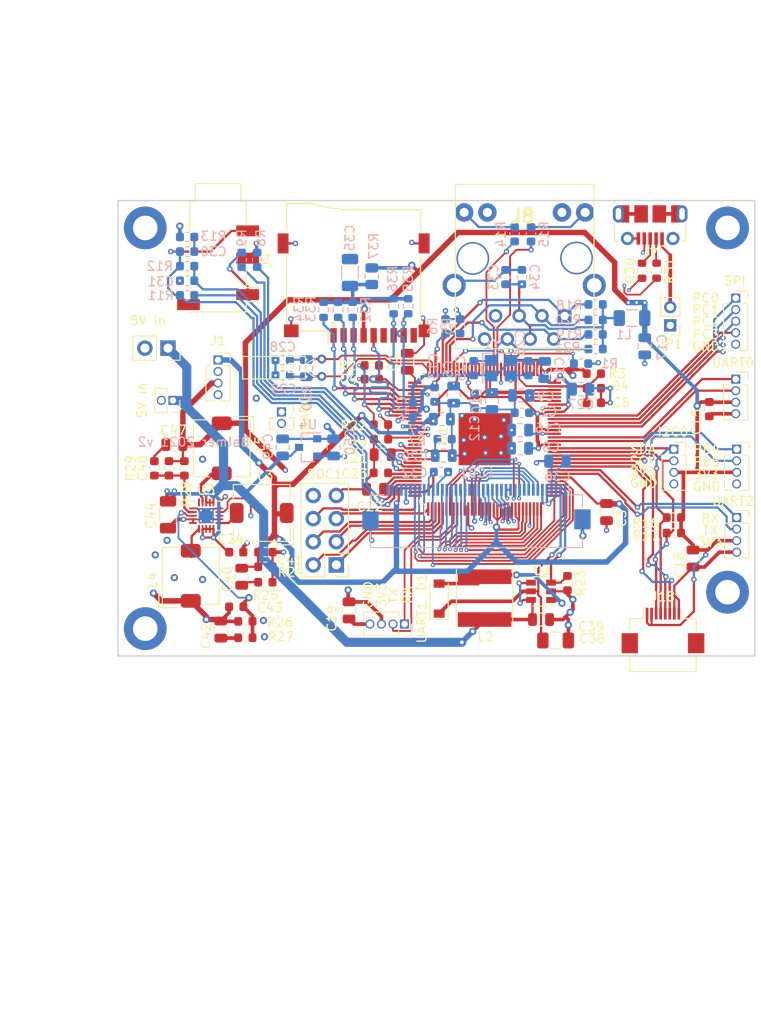
<source format=kicad_pcb>
(kicad_pcb (version 20171130) (host pcbnew 5.99.0+really5.1.10+dfsg1-1)
  (layers (0 F.Cu signal) (1 In1.Cu signal) (2 In2.Cu signal) (31 B.Cu signal) (34 B.Paste user) (35 F.Paste user) (36 B.SilkS user) (37 F.SilkS user) (38 B.Mask user) (39 F.Mask user) (44 Edge.Cuts user))
  (net 0 "")
  (net 1 GND)
  (net 2 "Net-(C1-Pad1)")
  (net 3 +1V2)
  (net 4 /RESET)
  (net 5 /SVREF)
  (net 6 "Net-(LCD1-Pad40)")
  (net 7 "Net-(LCD1-Pad39)")
  (net 8 "Net-(LCD1-Pad38)")
  (net 9 "Net-(LCD1-Pad37)")
  (net 10 "Net-(LCD1-Pad35)")
  (net 11 "Net-(R1-Pad2)")
  (net 12 +3V3)
  (net 13 +1V8)
  (net 14 +3V0)
  (net 15 "Net-(U1-Pad114)")
  (net 16 "Net-(U1-Pad113)")
  (net 17 "Net-(U1-Pad87)")
  (net 18 "Net-(U1-Pad86)")
  (net 19 "Net-(U1-Pad84)")
  (net 20 "Net-(U1-Pad83)")
  (net 21 "Net-(U1-Pad82)")
  (net 22 "Net-(U1-Pad81)")
  (net 23 "Net-(U1-Pad10)")
  (net 24 LCD_D18)
  (net 25 LCD_D7)
  (net 26 LCD_D6)
  (net 27 LCD_D5)
  (net 28 LCD_D4)
  (net 29 LCD_D3)
  (net 30 LCD_D2)
  (net 31 LCD_D15)
  (net 32 LCD_D14)
  (net 33 LCD_D13)
  (net 34 LCD_D12)
  (net 35 LCD_D11)
  (net 36 LCD_D10)
  (net 37 LCD_D23)
  (net 38 LCD_D22)
  (net 39 LCD_D21)
  (net 40 LCD_D20)
  (net 41 LCD_D19)
  (net 42 VRA2)
  (net 43 VRA1)
  (net 44 HPVCCBP)
  (net 45 HPVCCIN)
  (net 46 HPR)
  (net 47 X24MIN)
  (net 48 X24MOUT)
  (net 49 HPL)
  (net 50 X32KIN)
  (net 51 X32KOUT)
  (net 52 "Net-(C30-Pad2)")
  (net 53 HPCOM)
  (net 54 HBIAS)
  (net 55 "Net-(C33-Pad1)")
  (net 56 LRADC)
  (net 57 VLED+)
  (net 58 +5V)
  (net 59 "Net-(C48-Pad2)")
  (net 60 "Net-(D1-Pad2)")
  (net 61 UART0_TX)
  (net 62 UART0_RX)
  (net 63 UART1_TX)
  (net 64 UART1_RX)
  (net 65 "Net-(J4-PadT)")
  (net 66 UART2_TX)
  (net 67 UART2_RX)
  (net 68 I2C0_SCK)
  (net 69 I2C0_SDA)
  (net 70 USB-ID)
  (net 71 "Net-(J7-Pad1)")
  (net 72 EPHY-TXP)
  (net 73 EPHY-TXN)
  (net 74 EPHY-RXP)
  (net 75 EPHY-RXN)
  (net 76 "Net-(J8-Pad9)")
  (net 77 "Net-(J8-Pad12)")
  (net 78 SPI_MOSI)
  (net 79 SPI_CS)
  (net 80 SPI_SCK)
  (net 81 SPI_MISO)
  (net 82 PB5)
  (net 83 PB4)
  (net 84 PB3)
  (net 85 PB2)
  (net 86 SDC0_CMD)
  (net 87 SDC0_D3)
  (net 88 SDC0_D2)
  (net 89 SDC0_CLK)
  (net 90 SDC0_D1)
  (net 91 SDC0_D0)
  (net 92 "Net-(J11-Pad9)")
  (net 93 SDC1_CMD)
  (net 94 SDC1_D3)
  (net 95 SDC1_D2)
  (net 96 SDC1_CLK)
  (net 97 SDC1_D1)
  (net 98 SDC1_D0)
  (net 99 "Net-(L3-Pad2)")
  (net 100 "Net-(L4-Pad2)")
  (net 101 "Net-(L5-Pad2)")
  (net 102 LCD_DE)
  (net 103 LCD_VSYNC)
  (net 104 LCD_HSYNC)
  (net 105 LCD_CLK)
  (net 106 VLED-)
  (net 107 "Net-(R5-Pad2)")
  (net 108 HPCOMFB)
  (net 109 EPHY-SPD-LED)
  (net 110 EPHY-LINK-LED)
  (net 111 "Net-(J4-PadR2)")
  (net 112 "Net-(J4-PadR1)")
  (net 113 USB-D+)
  (net 114 USB-D-)
  (net 115 "Net-(J7-Pad3)")
  (net 116 "Net-(J7-Pad2)")
  (net 117 "Net-(C41-Pad2)")
  (net 118 "Net-(C43-Pad2)")
  (net 119 "Net-(C35-Pad1)")
  (module Connector_PinSocket_2.54mm:PinSocket_1x02_P2.54mm_Vertical (layer F.Cu) (at 65.5 101.2 270)
    (fp_text reference J14 hide)
    (fp_text value "5V in" (at -3 2.2 180) (layer F.SilkS))
    (pad 2 thru_hole oval (at 0 2.54 270) (size 1.7 1.7) (drill 1) (layers *.Cu *.Mask) (net 1 GND))
    (pad 1 thru_hole rect (at 0 0 270) (size 1.7 1.7) (drill 1) (layers *.Cu *.Mask) (net 58 +5V))
  )
  (module Connector_PinSocket_1.27mm:PinSocket_1x02_P1.27mm_Vertical (layer F.Cu) (at 77.978 108.204)
    (fp_text reference J12 hide)
    (fp_text value LRADC (at 2.54 0.508 90) (layer F.SilkS))
    (pad 2 thru_hole oval (at 0 1.27) (size 1 1) (drill 0.7) (layers *.Cu *.Mask) (net 1 GND))
    (pad 1 thru_hole rect (at 0 0) (size 1 1) (drill 0.7) (layers *.Cu *.Mask) (net 56 LRADC))
  )
  (module balmer:HR911105_RJ45 (layer F.Cu) (at 104.7 91.1 180)
    (fp_text reference J8 (at 0.2 4.4) (layer F.SilkS) (effects (font (size 1.524 1.524) (thickness 0.3048))))
    (fp_text value HR911105_RJ45 hide)
    (pad Hole thru_hole circle (at 5.69976 -0.24892 180) (size 3.59918 3.59918) (drill 3.2512) (layers *.Cu *.Mask))
    (pad Hole thru_hole circle (at -5.69976 -0.20066 180) (size 3.59918 3.59918) (drill 3.2512) (layers *.Cu *.Mask))
    (pad 1 thru_hole rect (at -4.39928 -6.55066 180) (size 1.5 1.5) (drill 0.89916) (layers *.Cu *.Mask) (net 72 EPHY-TXP))
    (pad 2 thru_hole circle (at -3.2004 -9.10082 180) (size 1.5 1.5) (drill 0.89916) (layers *.Cu *.Mask) (net 73 EPHY-TXN))
    (pad 3 thru_hole circle (at -1.89992 -6.55066 180) (size 1.5 1.5) (drill 0.89916) (layers *.Cu *.Mask) (net 74 EPHY-RXP))
    (pad 4 thru_hole circle (at -0.59944 -9.10082 180) (size 1.5 1.5) (drill 0.89916) (layers *.Cu *.Mask) (net 55 "Net-(C33-Pad1)"))
    (pad 5 thru_hole circle (at 0.59944 -6.55066 180) (size 1.5 1.5) (drill 0.89916) (layers *.Cu *.Mask) (net 55 "Net-(C33-Pad1)"))
    (pad 6 thru_hole circle (at 1.89992 -9.10082 180) (size 1.5 1.5) (drill 0.89916) (layers *.Cu *.Mask) (net 75 EPHY-RXN))
    (pad 7 thru_hole circle (at 3.2004 -6.55066 180) (size 1.5 1.5) (drill 0.89916) (layers *.Cu *.Mask))
    (pad 8 thru_hole circle (at 4.39928 -9.10082 180) (size 1.5 1.5) (drill 0.89916) (layers *.Cu *.Mask) (net 1 GND))
    (pad 9 thru_hole circle (at -6.64972 4.79984 180) (size 2.032 2.032) (drill 1.00076) (layers *.Cu *.Mask) (net 76 "Net-(J8-Pad9)"))
    (pad 10 thru_hole circle (at -4.09956 4.79984 180) (size 2.032 2.032) (drill 1.00076) (layers *.Cu *.Mask) (net 1 GND))
    (pad 11 thru_hole circle (at 4.09956 4.79984 180) (size 2.032 2.032) (drill 1.00076) (layers *.Cu *.Mask) (net 1 GND))
    (pad 12 thru_hole circle (at 6.64972 4.79984 180) (size 2.032 2.032) (drill 1.00076) (layers *.Cu *.Mask) (net 77 "Net-(J8-Pad12)"))
    (pad 0 thru_hole circle (at -7.65048 -3.2004 180) (size 2.54 2.54) (drill 1.6002) (layers *.Cu *.Mask) (net 1 GND))
    (pad 0 thru_hole circle (at 7.74954 -3.2004 180) (size 2.54 2.54) (drill 1.6002) (layers *.Cu *.Mask) (net 1 GND))
  )
  (module Capacitor_SMD:C_1206_3216Metric (layer B.Cu) (at 85.5 92.9 90)
    (fp_text reference C35 (at 3.8 0 90) (layer B.SilkS) (effects (justify mirror)))
    (fp_text value 10u)
    (pad 2 smd roundrect (at 1.475 0 90) (size 1.15 1.8) (layers B.Cu B.Paste B.Mask) (roundrect_rratio 0.2173904347826087) (net 1 GND))
    (pad 1 smd roundrect (at -1.475 0 90) (size 1.15 1.8) (layers B.Cu B.Paste B.Mask) (roundrect_rratio 0.2173904347826087) (net 119 "Net-(C35-Pad1)"))
  )
  (module Resistor_SMD:R_0805_2012Metric (layer B.Cu) (at 87.9 93.3 90)
    (fp_text reference R37 (at 3.3 0.2 90) (layer B.SilkS) (effects (justify mirror)))
    (fp_text value 2.2)
    (pad 2 smd roundrect (at 0.9125 0 90) (size 1.025 1.4) (layers B.Cu B.Paste B.Mask) (roundrect_rratio 0.2439014634146341) (net 12 +3V3))
    (pad 1 smd roundrect (at -0.9125 0 90) (size 1.025 1.4) (layers B.Cu B.Paste B.Mask) (roundrect_rratio 0.2439014634146341) (net 119 "Net-(C35-Pad1)"))
  )
  (module Resistor_SMD:R_0603_1608Metric (layer B.Cu) (at 90.3 96.6 270)
    (fp_text reference R36 (at -3 0.1 90) (layer B.SilkS) (effects (justify mirror)))
    (fp_text value 47k)
    (pad 2 smd roundrect (at 0.825 0 270) (size 0.8 0.95) (layers B.Cu B.Paste B.Mask) (net 91 SDC0_D0))
    (pad 1 smd roundrect (at -0.825 0 270) (size 0.8 0.95) (layers B.Cu B.Paste B.Mask) (net 119 "Net-(C35-Pad1)"))
  )
  (module Resistor_SMD:R_0603_1608Metric (layer B.Cu) (at 91.9 96.6 270)
    (fp_text reference R35 (at -3 0 90) (layer B.SilkS) (effects (justify mirror)))
    (fp_text value 47k)
    (pad 2 smd roundrect (at 0.825 0 270) (size 0.8 0.95) (layers B.Cu B.Paste B.Mask) (net 90 SDC0_D1))
    (pad 1 smd roundrect (at -0.825 0 270) (size 0.8 0.95) (layers B.Cu B.Paste B.Mask) (net 119 "Net-(C35-Pad1)"))
  )
  (module Resistor_SMD:R_0603_1608Metric (layer B.Cu) (at 82.6 97 90)
    (fp_text reference R34 (at 0.1 -2.7 90) (layer B.SilkS) (effects (justify mirror)))
    (fp_text value 47k)
    (pad 2 smd roundrect (at 0.825 0 90) (size 0.8 0.95) (layers B.Cu B.Paste B.Mask) (net 119 "Net-(C35-Pad1)"))
    (pad 1 smd roundrect (at -0.825 0 90) (size 0.8 0.95) (layers B.Cu B.Paste B.Mask) (net 88 SDC0_D2))
  )
  (module Resistor_SMD:R_0603_1608Metric (layer B.Cu) (at 84.2 97 90)
    (fp_text reference R33 (at 0.1 -3 90) (layer B.SilkS) (effects (justify mirror)))
    (fp_text value 47k)
    (pad 2 smd roundrect (at 0.825 0 90) (size 0.8 0.95) (layers B.Cu B.Paste B.Mask) (net 119 "Net-(C35-Pad1)"))
    (pad 1 smd roundrect (at -0.825 0 90) (size 0.8 0.95) (layers B.Cu B.Paste B.Mask) (net 87 SDC0_D3))
  )
  (module Resistor_SMD:R_0603_1608Metric (layer B.Cu) (at 85.8 97 90)
    (fp_text reference R32 (at 0 1.43 90) (layer B.SilkS) (effects (justify mirror)))
    (fp_text value 47k)
    (pad 2 smd roundrect (at 0.825 0 90) (size 0.8 0.95) (layers B.Cu B.Paste B.Mask) (net 119 "Net-(C35-Pad1)"))
    (pad 1 smd roundrect (at -0.825 0 90) (size 0.8 0.95) (layers B.Cu B.Paste B.Mask) (net 86 SDC0_CMD))
  )
  (module balmer:Jack_3.5mm_PJ320D_Horizontal (layer F.Cu) (at 71 91.5 270)
    (fp_text reference J4 (at 0.05 -5.35 90) (layer F.SilkS))
    (fp_text value Audio)
    (pad "" np_thru_hole circle (at 2.225 0 270) (size 1.5 1.5) (drill 1.5) (layers *.Cu *.Mask))
    (pad "" np_thru_hole circle (at -4.775 0 270) (size 1.5 1.5) (drill 1.5) (layers *.Cu *.Mask))
    (pad S smd rect (at -3.175 -3.25 270) (size 1.2 2.5) (layers F.Cu F.Paste F.Mask) (net 53 HPCOM))
    (pad R2 smd rect (at -0.175 -3.25 270) (size 1.2 2.5) (layers F.Cu F.Paste F.Mask) (net 111 "Net-(J4-PadR2)"))
    (pad R1 smd rect (at 3.825 -3.25 270) (size 1.2 2.5) (layers F.Cu F.Paste F.Mask) (net 112 "Net-(J4-PadR1)"))
    (pad T smd rect (at 4.925 3.25 270) (size 1.2 2.5) (layers F.Cu F.Paste F.Mask) (net 65 "Net-(J4-PadT)"))
  )
  (module Capacitor_SMD:C_0805_2012Metric (layer B.Cu) (at 108.3 113.6)
    (fp_text reference C36 (at 0 1.68) (layer B.SilkS) (effects (justify mirror)))
    (fp_text value 2.2u)
    (pad 2 smd roundrect (at 0.95 0) (size 1 1.45) (layers B.Cu B.Paste B.Mask) (net 1 GND))
    (pad 1 smd roundrect (at -0.95 0) (size 1 1.45) (layers B.Cu B.Paste B.Mask) (net 12 +3V3))
  )
  (module balmer:Conn_uSDcard (layer F.Cu) (at 85.9 89.3 180)
    (fp_text reference J11)
    (fp_text value Micro_SD_Card_Ebay)
    (pad 3 smd rect (at 0 -10.5 180) (size 0.7 1.6) (layers F.Cu F.Paste F.Mask) (net 86 SDC0_CMD))
    (pad "" np_thru_hole circle (at -4.93 0 180) (size 1 1) (drill 1) (layers *.Cu))
    (pad "" np_thru_hole circle (at 3.05 0 180) (size 1 1) (drill 1) (layers *.Cu))
    (pad 2 smd rect (at 1.1 -10.5 180) (size 0.7 1.6) (layers F.Cu F.Paste F.Mask) (net 87 SDC0_D3))
    (pad 1 smd rect (at 2.2 -10.5 180) (size 0.7 1.6) (layers F.Cu F.Paste F.Mask) (net 88 SDC0_D2))
    (pad 4 smd rect (at -1.1 -10.5 180) (size 0.7 1.6) (layers F.Cu F.Paste F.Mask) (net 119 "Net-(C35-Pad1)"))
    (pad 5 smd rect (at -2.2 -10.5 180) (size 0.7 1.6) (layers F.Cu F.Paste F.Mask) (net 89 SDC0_CLK))
    (pad 6 smd rect (at -3.3 -10.5 180) (size 0.7 1.6) (layers F.Cu F.Paste F.Mask) (net 1 GND))
    (pad 8 smd rect (at -5.5 -10.5 180) (size 0.7 1.6) (layers F.Cu F.Paste F.Mask) (net 90 SDC0_D1))
    (pad 7 smd rect (at -4.4 -10.5 180) (size 0.7 1.6) (layers F.Cu F.Paste F.Mask) (net 91 SDC0_D0))
    (pad 9 smd rect (at -6.6 -10.5 180) (size 0.7 1.6) (layers F.Cu F.Paste F.Mask) (net 92 "Net-(J11-Pad9)"))
    (pad 6 smd rect (at -7.75 -10 180) (size 1.2 1.4) (layers F.Cu F.Paste F.Mask) (net 1 GND))
    (pad 6 smd rect (at 6.85 -10 180) (size 1.6 1.4) (layers F.Cu F.Paste F.Mask) (net 1 GND))
    (pad 6 smd rect (at -7.75 -0.4 180) (size 1.2 2.2) (layers F.Cu F.Paste F.Mask) (net 1 GND))
    (pad 6 smd rect (at 7.75 -0.4 180) (size 1.2 2.2) (layers F.Cu F.Paste F.Mask) (net 1 GND))
  )
  (module Capacitor_SMD:C_0603_1608Metric (layer F.Cu) (at 73 123.6)
    (fp_text reference C24 (at -0.6 -1.43) (layer F.SilkS))
    (fp_text value 100n)
    (pad 2 smd roundrect (at 0.775 0) (size 0.9 0.95) (layers F.Cu F.Paste F.Mask) (net 1 GND))
    (pad 1 smd roundrect (at -0.775 0) (size 0.9 0.95) (layers F.Cu F.Paste F.Mask) (net 58 +5V))
  )
  (module Inductor_SMD:L_TDK_SLF6045 (layer F.Cu) (at 71.4 112.2 270)
    (fp_text reference L5 (at -0.5 -4.2 90) (layer F.SilkS))
    (fp_text value 1.5u)
    (fp_text user "" (at -49 0.05 90) (layer F.SilkS) (effects (font (size 3 3))))
    (pad 2 smd roundrect (at 2.75 0 270) (size 1.5 2.2) (layers F.Cu F.Paste F.Mask) (net 101 "Net-(L5-Pad2)"))
    (pad 1 smd roundrect (at -2.75 0 270) (size 1.5 2.2) (layers F.Cu F.Paste F.Mask) (net 12 +3V3))
  )
  (module Inductor_SMD:L_TDK_SLF6045 (layer F.Cu) (at 68 126.2 90)
    (fp_text reference L4 (at -0.5 -4.2 90) (layer F.SilkS))
    (fp_text value 1.5u)
    (fp_text user "" (at -49 0.05 90) (layer F.SilkS) (effects (font (size 3 3))))
    (pad 2 smd roundrect (at 2.75 0 90) (size 1.5 2.2) (layers F.Cu F.Paste F.Mask) (net 100 "Net-(L4-Pad2)"))
    (pad 1 smd roundrect (at -2.75 0 90) (size 1.5 2.2) (layers F.Cu F.Paste F.Mask) (net 13 +1V8))
  )
  (module Inductor_SMD:L_TDK_SLF6045 (layer F.Cu) (at 75.8 119.3 180)
    (fp_text reference L3 (at -0.4 4.1) (layer F.SilkS))
    (fp_text value 1.5u)
    (fp_text user "" (at -49 0.05) (layer F.SilkS) (effects (font (size 3 3))))
    (pad 2 smd roundrect (at 2.75 0 180) (size 1.5 2.2) (layers F.Cu F.Paste F.Mask) (net 99 "Net-(L3-Pad2)"))
    (pad 1 smd roundrect (at -2.75 0 180) (size 1.5 2.2) (layers F.Cu F.Paste F.Mask) (net 3 +1V2))
  )
  (module Inductor_SMD:L_Taiyo-Yuden_NR-60xx (layer F.Cu) (at 100.3 128.65 90)
    (fp_text reference L2 (at -4.25 0.1 180) (layer F.SilkS))
    (fp_text value 22u)
    (pad 2 smd rect (at 2.35 0 90) (size 1.6 5.9) (layers F.Cu F.Paste F.Mask) (net 60 "Net-(D1-Pad2)"))
    (pad 1 smd rect (at -2.35 0 90) (size 1.6 5.9) (layers F.Cu F.Paste F.Mask) (net 58 +5V))
  )
  (module MountingHole:MountingHole_2.7mm_M2.5_DIN965_Pad (layer F.Cu) (at 63 132)
    (fp_text reference REF** hide)
    (fp_text value MountingHole_2.7mm_M2.5_DIN965_Pad hide)
    (pad 1 thru_hole circle (at 0 0) (size 4.7 4.7) (drill 2.7) (layers *.Cu *.Mask))
  )
  (module MountingHole:MountingHole_2.7mm_M2.5_DIN965_Pad (layer F.Cu) (at 63 88)
    (fp_text reference REF** hide)
    (fp_text value MountingHole_2.7mm_M2.5_DIN965_Pad hide)
    (pad 1 thru_hole circle (at 0 0) (size 4.7 4.7) (drill 2.7) (layers *.Cu *.Mask))
  )
  (module MountingHole:MountingHole_2.7mm_M2.5_DIN965_Pad (layer F.Cu) (at 127 128)
    (fp_text reference REF** hide)
    (fp_text value MountingHole_2.7mm_M2.5_DIN965_Pad hide)
    (pad 1 thru_hole circle (at 0 0) (size 4.7 4.7) (drill 2.7) (layers *.Cu *.Mask))
  )
  (module MountingHole:MountingHole_2.7mm_M2.5_DIN965_Pad (layer F.Cu) (at 127 88)
    (fp_text reference REF** hide)
    (fp_text value MountingHole_2.7mm_M2.5_DIN965_Pad hide)
    (pad 1 thru_hole circle (at 0 0) (size 4.7 4.7) (drill 2.7) (layers *.Cu *.Mask))
  )
  (module Capacitor_SMD:C_0805_2012Metric (layer B.Cu) (at 110.9 105.7)
    (fp_text reference C27 (at 0 1.68 180) (layer B.SilkS) (effects (justify mirror)))
    (fp_text value 2.2u)
    (pad 2 smd roundrect (at 0.95 0) (size 1 1.45) (layers B.Cu B.Paste B.Mask) (net 1 GND))
    (pad 1 smd roundrect (at -0.95 0) (size 1 1.45) (layers B.Cu B.Paste B.Mask) (net 3 +1V2))
  )
  (module Connector_PinSocket_1.27mm:PinSocket_1x02_P1.27mm_Vertical (layer F.Cu) (at 66.04 106.934 270)
    (fp_text reference J13 hide)
    (fp_text value "5V in" (at 0 3.405 90) (layer F.SilkS))
    (pad 2 thru_hole oval (at 0 1.27 270) (size 1 1) (drill 0.7) (layers *.Cu *.Mask) (net 1 GND))
    (pad 1 thru_hole rect (at 0 0 270) (size 1 1) (drill 0.7) (layers *.Cu *.Mask) (net 58 +5V))
  )
  (module Connector_PinSocket_1.27mm:PinSocket_1x04_P1.27mm_Vertical (layer F.Cu) (at 128 112.3)
    (fp_text reference J10 hide)
    (fp_text value PB4-5)
    (pad 4 thru_hole oval (at 0 3.81) (size 1 1) (drill 0.7) (layers *.Cu *.Mask) (net 1 GND))
    (pad 3 thru_hole oval (at 0 2.54) (size 1 1) (drill 0.7) (layers *.Cu *.Mask) (net 12 +3V3))
    (pad 2 thru_hole oval (at 0 1.27) (size 1 1) (drill 0.7) (layers *.Cu *.Mask) (net 82 PB5))
    (pad 1 thru_hole rect (at 0 0) (size 1 1) (drill 0.7) (layers *.Cu *.Mask) (net 83 PB4))
  )
  (module Connector_PinSocket_1.27mm:PinSocket_1x04_P1.27mm_Vertical (layer F.Cu) (at 71 102.5)
    (fp_text reference J1 (at 0 -2.135) (layer F.SilkS))
    (fp_text value PowerOut)
    (pad 4 thru_hole oval (at 0 3.81) (size 1 1) (drill 0.7) (layers *.Cu *.Mask) (net 1 GND))
    (pad 3 thru_hole oval (at 0 2.54) (size 1 1) (drill 0.7) (layers *.Cu *.Mask) (net 12 +3V3))
    (pad 2 thru_hole oval (at 0 1.27) (size 1 1) (drill 0.7) (layers *.Cu *.Mask) (net 13 +1V8))
    (pad 1 thru_hole rect (at 0 0) (size 1 1) (drill 0.7) (layers *.Cu *.Mask) (net 3 +1V2))
  )
  (module Connector_PinHeader_2.54mm:PinHeader_2x04_P2.54mm_Vertical (layer F.Cu) (at 84 125 180)
    (fp_text reference J17 hide)
    (fp_text value SDC1 (at 1.27 9.95) (layer F.SilkS))
    (pad 8 thru_hole oval (at 2.54 7.62 180) (size 1.7 1.7) (drill 1) (layers *.Cu *.Mask) (net 12 +3V3))
    (pad 7 thru_hole oval (at 0 7.62 180) (size 1.7 1.7) (drill 1) (layers *.Cu *.Mask) (net 1 GND))
    (pad 6 thru_hole oval (at 2.54 5.08 180) (size 1.7 1.7) (drill 1) (layers *.Cu *.Mask) (net 94 SDC1_D3))
    (pad 5 thru_hole oval (at 0 5.08 180) (size 1.7 1.7) (drill 1) (layers *.Cu *.Mask) (net 95 SDC1_D2))
    (pad 4 thru_hole oval (at 2.54 2.54 180) (size 1.7 1.7) (drill 1) (layers *.Cu *.Mask) (net 97 SDC1_D1))
    (pad 3 thru_hole oval (at 0 2.54 180) (size 1.7 1.7) (drill 1) (layers *.Cu *.Mask) (net 98 SDC1_D0))
    (pad 2 thru_hole oval (at 2.54 0 180) (size 1.7 1.7) (drill 1) (layers *.Cu *.Mask) (net 93 SDC1_CMD))
    (pad 1 thru_hole rect (at 0 0 180) (size 1.7 1.7) (drill 1) (layers *.Cu *.Mask) (net 96 SDC1_CLK))
  )
  (module Capacitor_SMD:C_0805_2012Metric (layer F.Cu) (at 89.1 112.9 180)
    (fp_text reference C21 (at 3.1 -0.4) (layer F.SilkS))
    (fp_text value 2.2u)
    (pad 2 smd roundrect (at 0.9375 0 180) (size 0.975 1.4) (layers F.Cu F.Paste F.Mask) (net 1 GND))
    (pad 1 smd roundrect (at -0.9375 0 180) (size 0.975 1.4) (layers F.Cu F.Paste F.Mask) (net 43 VRA1))
  )
  (module Connector_PinHeader_2.00mm:PinHeader_1x02_P2.00mm_Vertical (layer F.Cu) (at 120.7 98.7 180)
    (fp_text reference JP1 (at 0 -2.06) (layer F.SilkS))
    (fp_text value Jumper_2_Open)
    (pad 2 thru_hole oval (at 0 2 180) (size 1.35 1.35) (drill 0.8) (layers *.Cu *.Mask) (net 71 "Net-(J7-Pad1)"))
    (pad 1 thru_hole rect (at 0 0 180) (size 1.35 1.35) (drill 0.8) (layers *.Cu *.Mask) (net 58 +5V))
  )
  (module Capacitor_SMD:C_1206_3216Metric (layer F.Cu) (at 65.5 119.5 270)
    (fp_text reference C44 (at 0.1 1.9 90) (layer F.SilkS))
    (fp_text value 33u)
    (pad 2 smd roundrect (at 1.475 0 270) (size 1.15 1.8) (layers F.Cu F.Paste F.Mask) (roundrect_rratio 0.2173904347826087) (net 1 GND))
    (pad 1 smd roundrect (at -1.475 0 270) (size 1.15 1.8) (layers F.Cu F.Paste F.Mask) (roundrect_rratio 0.2173904347826087) (net 58 +5V))
  )
  (module Resistor_SMD:R_0603_1608Metric (layer F.Cu) (at 119.2 92.7 270)
    (fp_text reference R31 (at 0 -1.43 90) (layer F.SilkS))
    (fp_text value 33)
    (pad 2 smd roundrect (at 0.825 0 270) (size 0.8 0.95) (layers F.Cu F.Paste F.Mask) (net 114 USB-D-))
    (pad 1 smd roundrect (at -0.825 0 270) (size 0.8 0.95) (layers F.Cu F.Paste F.Mask) (net 116 "Net-(J7-Pad2)"))
  )
  (module Resistor_SMD:R_0603_1608Metric (layer F.Cu) (at 117.6 92.7 270)
    (fp_text reference R30 (at 0 1.3 90) (layer F.SilkS))
    (fp_text value 33)
    (pad 2 smd roundrect (at 0.825 0 270) (size 0.8 0.95) (layers F.Cu F.Paste F.Mask) (net 113 USB-D+))
    (pad 1 smd roundrect (at -0.825 0 270) (size 0.8 0.95) (layers F.Cu F.Paste F.Mask) (net 115 "Net-(J7-Pad3)"))
  )
  (module Connector_PinSocket_1.27mm:PinSocket_1x04_P1.27mm_Vertical (layer F.Cu) (at 91.5 131.5 270)
    (fp_text reference J3 hide)
    (fp_text value UART1 (at -0.2 -1.9 90) (layer F.SilkS))
    (pad 4 thru_hole oval (at 0 3.81 270) (size 1 1) (drill 0.7) (layers *.Cu *.Mask) (net 1 GND))
    (pad 3 thru_hole oval (at 0 2.54 270) (size 1 1) (drill 0.7) (layers *.Cu *.Mask) (net 12 +3V3))
    (pad 2 thru_hole oval (at 0 1.27 270) (size 1 1) (drill 0.7) (layers *.Cu *.Mask) (net 63 UART1_TX))
    (pad 1 thru_hole rect (at 0 0 270) (size 1 1) (drill 0.7) (layers *.Cu *.Mask) (net 64 UART1_RX))
  )
  (module Connector_FFC-FPC:Hirose_FH12-8S-0.5SH_1x08-1MP_P0.50mm_Horizontal (layer F.Cu) (at 119.9 132.2)
    (fp_text reference J18 (at 0 -3.7) (layer F.SilkS))
    (fp_text value Touch)
    (pad 8 smd rect (at 1.75 -1.85) (size 0.3 1.3) (layers F.Cu F.Paste F.Mask) (net 1 GND))
    (pad 7 smd rect (at 1.25 -1.85) (size 0.3 1.3) (layers F.Cu F.Paste F.Mask) (net 1 GND))
    (pad 6 smd rect (at 0.75 -1.85) (size 0.3 1.3) (layers F.Cu F.Paste F.Mask) (net 85 PB2))
    (pad 5 smd rect (at 0.25 -1.85) (size 0.3 1.3) (layers F.Cu F.Paste F.Mask) (net 84 PB3))
    (pad 4 smd rect (at -0.25 -1.85) (size 0.3 1.3) (layers F.Cu F.Paste F.Mask) (net 69 I2C0_SDA))
    (pad 3 smd rect (at -0.75 -1.85) (size 0.3 1.3) (layers F.Cu F.Paste F.Mask) (net 68 I2C0_SCK))
    (pad 2 smd rect (at -1.25 -1.85) (size 0.3 1.3) (layers F.Cu F.Paste F.Mask) (net 12 +3V3))
    (pad 1 smd rect (at -1.75 -1.85) (size 0.3 1.3) (layers F.Cu F.Paste F.Mask) (net 12 +3V3))
    (pad MP smd rect (at -3.65 1.4) (size 1.8 2.2) (layers F.Cu F.Paste F.Mask))
    (pad MP smd rect (at 3.65 1.4) (size 1.8 2.2) (layers F.Cu F.Paste F.Mask))
  )
  (module Package_DFN_QFN:QFN-20-1EP_3x3mm_P0.4mm_EP1.65x1.65mm_ThermalVias (layer F.Cu) (at 69.7 119.6)
    (fp_text reference U3 (at 0 -2.82) (layer F.SilkS))
    (fp_text value EA3036)
    (pad 21 smd rect (at 0 0) (size 1.65 1.65) (layers B.Cu) (net 1 GND))
    (pad 21 thru_hole circle (at 0.575 0.575) (size 0.5 0.5) (drill 0.2) (layers *.Cu) (net 1 GND))
    (pad 21 thru_hole circle (at -0.575 0.575) (size 0.5 0.5) (drill 0.2) (layers *.Cu) (net 1 GND))
    (pad 21 thru_hole circle (at 0.575 -0.575) (size 0.5 0.5) (drill 0.2) (layers *.Cu) (net 1 GND))
    (pad 21 thru_hole circle (at -0.575 -0.575) (size 0.5 0.5) (drill 0.2) (layers *.Cu) (net 1 GND))
    (pad 21 smd rect (at 0 0) (size 1.65 1.65) (layers F.Cu F.Mask) (net 1 GND))
    (pad 20 smd roundrect (at -0.8 -1.45) (size 0.2 0.85) (layers F.Cu F.Paste F.Mask))
    (pad 19 smd roundrect (at -0.4 -1.45) (size 0.2 0.85) (layers F.Cu F.Paste F.Mask) (net 101 "Net-(L5-Pad2)"))
    (pad 18 smd roundrect (at 0 -1.45) (size 0.2 0.85) (layers F.Cu F.Paste F.Mask) (net 58 +5V))
    (pad 17 smd roundrect (at 0.4 -1.45) (size 0.2 0.85) (layers F.Cu F.Paste F.Mask) (net 58 +5V))
    (pad 16 smd roundrect (at 0.8 -1.45) (size 0.2 0.85) (layers F.Cu F.Paste F.Mask) (net 58 +5V))
    (pad 15 smd roundrect (at 1.45 -0.8) (size 0.85 0.2) (layers F.Cu F.Paste F.Mask) (net 1 GND))
    (pad 14 smd roundrect (at 1.45 -0.4) (size 0.85 0.2) (layers F.Cu F.Paste F.Mask) (net 117 "Net-(C41-Pad2)"))
    (pad 13 smd roundrect (at 1.45 0) (size 0.85 0.2) (layers F.Cu F.Paste F.Mask) (net 1 GND))
    (pad 12 smd roundrect (at 1.45 0.4) (size 0.85 0.2) (layers F.Cu F.Paste F.Mask) (net 1 GND))
    (pad 11 smd roundrect (at 1.45 0.8) (size 0.85 0.2) (layers F.Cu F.Paste F.Mask) (net 99 "Net-(L3-Pad2)"))
    (pad 10 smd roundrect (at 0.8 1.45) (size 0.2 0.85) (layers F.Cu F.Paste F.Mask) (net 58 +5V))
    (pad 9 smd roundrect (at 0.4 1.45) (size 0.2 0.85) (layers F.Cu F.Paste F.Mask) (net 58 +5V))
    (pad 8 smd roundrect (at 0 1.45) (size 0.2 0.85) (layers F.Cu F.Paste F.Mask) (net 58 +5V))
    (pad 7 smd roundrect (at -0.4 1.45) (size 0.2 0.85) (layers F.Cu F.Paste F.Mask) (net 58 +5V))
    (pad 6 smd roundrect (at -0.8 1.45) (size 0.2 0.85) (layers F.Cu F.Paste F.Mask) (net 100 "Net-(L4-Pad2)"))
    (pad 5 smd roundrect (at -1.45 0.8) (size 0.85 0.2) (layers F.Cu F.Paste F.Mask) (net 1 GND))
    (pad 4 smd roundrect (at -1.45 0.4) (size 0.85 0.2) (layers F.Cu F.Paste F.Mask) (net 1 GND))
    (pad 3 smd roundrect (at -1.45 0) (size 0.85 0.2) (layers F.Cu F.Paste F.Mask) (net 118 "Net-(C43-Pad2)"))
    (pad 2 smd roundrect (at -1.45 -0.4) (size 0.85 0.2) (layers F.Cu F.Paste F.Mask) (net 59 "Net-(C48-Pad2)"))
    (pad 1 smd roundrect (at -1.45 -0.8) (size 0.85 0.2) (layers F.Cu F.Paste F.Mask) (net 1 GND))
  )
  (module Crystal:Crystal_C26-LF_D2.1mm_L6.5mm_Horizontal (layer F.Cu) (at 82.4 102.4 270)
    (fp_text reference Y2 (at 1 3.8) (layer F.SilkS))
    (fp_text value 32768)
    (pad 2 thru_hole circle (at 1.9 0 270) (size 1 1) (drill 0.5) (layers *.Cu *.Mask) (net 50 X32KIN))
    (pad 1 thru_hole circle (at 0 0 270) (size 1 1) (drill 0.5) (layers *.Cu *.Mask) (net 51 X32KOUT))
  )
  (module Crystal:Crystal_SMD_3225-4Pin_3.2x2.5mm (layer B.Cu) (at 102.1 103.4)
    (fp_text reference Y1 (at -1 -2.6) (layer B.SilkS) (effects (justify mirror)))
    (fp_text value 24MHz)
    (pad 4 smd rect (at -1.1 0.85) (size 1.4 1.2) (layers B.Cu B.Paste B.Mask) (net 1 GND))
    (pad 3 smd rect (at 1.1 0.85) (size 1.4 1.2) (layers B.Cu B.Paste B.Mask) (net 48 X24MOUT))
    (pad 2 smd rect (at 1.1 -0.85) (size 1.4 1.2) (layers B.Cu B.Paste B.Mask) (net 1 GND))
    (pad 1 smd rect (at -1.1 -0.85) (size 1.4 1.2) (layers B.Cu B.Paste B.Mask) (net 47 X24MIN))
  )
  (module Package_TO_SOT_SMD:SOT-23 (layer B.Cu) (at 80.9 112.1 180)
    (fp_text reference U4 (at 0 2.5) (layer B.SilkS) (effects (justify mirror)))
    (fp_text value XC6206P302MR)
    (pad 3 smd rect (at 1 0 180) (size 0.9 0.8) (layers B.Cu B.Paste B.Mask) (net 58 +5V))
    (pad 2 smd rect (at -1 -0.95 180) (size 0.9 0.8) (layers B.Cu B.Paste B.Mask) (net 14 +3V0))
    (pad 1 smd rect (at -1 0.95 180) (size 0.9 0.8) (layers B.Cu B.Paste B.Mask) (net 1 GND))
  )
  (module Package_TO_SOT_SMD:SOT-23-6 (layer F.Cu) (at 106.5 127.9 180)
    (fp_text reference U2 (at -0.1 2.3) (layer F.SilkS))
    (fp_text value PT4103)
    (pad 5 smd rect (at 1.1 0 180) (size 1.06 0.65) (layers F.Cu F.Paste F.Mask) (net 57 VLED+))
    (pad 6 smd rect (at 1.1 -0.95 180) (size 1.06 0.65) (layers F.Cu F.Paste F.Mask) (net 58 +5V))
    (pad 4 smd rect (at 1.1 0.95 180) (size 1.06 0.65) (layers F.Cu F.Paste F.Mask) (net 58 +5V))
    (pad 3 smd rect (at -1.1 0.95 180) (size 1.06 0.65) (layers F.Cu F.Paste F.Mask) (net 106 VLED-))
    (pad 2 smd rect (at -1.1 0 180) (size 1.06 0.65) (layers F.Cu F.Paste F.Mask) (net 1 GND))
    (pad 1 smd rect (at -1.1 -0.95 180) (size 1.06 0.65) (layers F.Cu F.Paste F.Mask) (net 60 "Net-(D1-Pad2)"))
  )
  (module Resistor_SMD:R_0603_1608Metric (layer F.Cu) (at 64 114.4 90)
    (fp_text reference R29 (at 0 -2.6 90) (layer F.SilkS))
    (fp_text value 15k1%)
    (pad 2 smd roundrect (at 0.7875 0 90) (size 0.875 0.95) (layers F.Cu F.Paste F.Mask) (net 1 GND))
    (pad 1 smd roundrect (at -0.7875 0 90) (size 0.875 0.95) (layers F.Cu F.Paste F.Mask) (net 59 "Net-(C48-Pad2)"))
  )
  (module Resistor_SMD:R_0603_1608Metric (layer F.Cu) (at 67.3 114.4 270)
    (fp_text reference R28 (at 2.8 -0.2 90) (layer F.SilkS))
    (fp_text value 68k1%)
    (pad 2 smd roundrect (at 0.7875 0 270) (size 0.875 0.95) (layers F.Cu F.Paste F.Mask) (net 59 "Net-(C48-Pad2)"))
    (pad 1 smd roundrect (at -0.7875 0 270) (size 0.875 0.95) (layers F.Cu F.Paste F.Mask) (net 12 +3V3))
  )
  (module Resistor_SMD:R_0603_1608Metric (layer F.Cu) (at 74 133 180)
    (fp_text reference R27 (at -3.9 0.1) (layer F.SilkS))
    (fp_text value 15k1%)
    (pad 2 smd roundrect (at 0.7875 0 180) (size 0.875 0.95) (layers F.Cu F.Paste F.Mask) (net 1 GND))
    (pad 1 smd roundrect (at -0.7875 0 180) (size 0.875 0.95) (layers F.Cu F.Paste F.Mask) (net 118 "Net-(C43-Pad2)"))
  )
  (module Resistor_SMD:R_0603_1608Metric (layer F.Cu) (at 74 131.2)
    (fp_text reference R26 (at 3.8 0.1) (layer F.SilkS))
    (fp_text value 30k1%)
    (pad 2 smd roundrect (at 0.7875 0) (size 0.875 0.95) (layers F.Cu F.Paste F.Mask) (net 118 "Net-(C43-Pad2)"))
    (pad 1 smd roundrect (at -0.7875 0) (size 0.875 0.95) (layers F.Cu F.Paste F.Mask) (net 13 +1V8))
  )
  (module Resistor_SMD:R_0603_1608Metric (layer F.Cu) (at 76.2 126.9 180)
    (fp_text reference R25 (at 0 -1.43) (layer F.SilkS))
    (fp_text value 68k1%)
    (pad 2 smd roundrect (at 0.7875 0 180) (size 0.875 0.95) (layers F.Cu F.Paste F.Mask) (net 1 GND))
    (pad 1 smd roundrect (at -0.7875 0 180) (size 0.875 0.95) (layers F.Cu F.Paste F.Mask) (net 117 "Net-(C41-Pad2)"))
  )
  (module Resistor_SMD:R_0603_1608Metric (layer F.Cu) (at 76.2 125.2)
    (fp_text reference R24 (at 2.8 0.6) (layer F.SilkS))
    (fp_text value 68k1%)
    (pad 2 smd roundrect (at 0.7875 0) (size 0.875 0.95) (layers F.Cu F.Paste F.Mask) (net 117 "Net-(C41-Pad2)"))
    (pad 1 smd roundrect (at -0.7875 0) (size 0.875 0.95) (layers F.Cu F.Paste F.Mask) (net 3 +1V2))
  )
  (module Resistor_SMD:R_0603_1608Metric (layer F.Cu) (at 109.4 127 270)
    (fp_text reference R23 (at 0 -1.43 90) (layer F.SilkS))
    (fp_text value 5.1)
    (pad 2 smd roundrect (at 0.7875 0 270) (size 0.875 0.95) (layers F.Cu F.Paste F.Mask) (net 1 GND))
    (pad 1 smd roundrect (at -0.7875 0 270) (size 0.875 0.95) (layers F.Cu F.Paste F.Mask) (net 106 VLED-))
  )
  (module Resistor_SMD:R_0603_1608Metric (layer F.Cu) (at 88.9 109.6 180)
    (fp_text reference R22 (at 3 -0.1) (layer F.SilkS))
    (fp_text value 100k)
    (pad 2 smd roundrect (at 0.7875 0 180) (size 0.875 0.95) (layers F.Cu F.Paste F.Mask) (net 12 +3V3))
    (pad 1 smd roundrect (at -0.7875 0 180) (size 0.875 0.95) (layers F.Cu F.Paste F.Mask) (net 56 LRADC))
  )
  (module Resistor_SMD:R_0603_1608Metric (layer B.Cu) (at 112.5 101.3)
    (fp_text reference R21 (at -3.1 -0.2) (layer B.SilkS) (effects (justify mirror)))
    (fp_text value 50)
    (pad 2 smd roundrect (at 0.7875 0) (size 0.875 0.95) (layers B.Cu B.Paste B.Mask) (net 55 "Net-(C33-Pad1)"))
    (pad 1 smd roundrect (at -0.7875 0) (size 0.875 0.95) (layers B.Cu B.Paste B.Mask) (net 75 EPHY-RXN))
  )
  (module Resistor_SMD:R_0603_1608Metric (layer B.Cu) (at 112.5 98.1)
    (fp_text reference R20 (at -3 0) (layer B.SilkS) (effects (justify mirror)))
    (fp_text value 50)
    (pad 2 smd roundrect (at 0.7875 0) (size 0.875 0.95) (layers B.Cu B.Paste B.Mask) (net 55 "Net-(C33-Pad1)"))
    (pad 1 smd roundrect (at -0.7875 0) (size 0.875 0.95) (layers B.Cu B.Paste B.Mask) (net 74 EPHY-RXP))
  )
  (module Resistor_SMD:R_0603_1608Metric (layer B.Cu) (at 112.5 99.7)
    (fp_text reference R19 (at -2.9 0) (layer B.SilkS) (effects (justify mirror)))
    (fp_text value 50)
    (pad 2 smd roundrect (at 0.7875 0) (size 0.875 0.95) (layers B.Cu B.Paste B.Mask) (net 55 "Net-(C33-Pad1)"))
    (pad 1 smd roundrect (at -0.7875 0) (size 0.875 0.95) (layers B.Cu B.Paste B.Mask) (net 73 EPHY-TXN))
  )
  (module Resistor_SMD:R_0603_1608Metric (layer B.Cu) (at 112.5 96.4)
    (fp_text reference R18 (at -2.9 0.1) (layer B.SilkS) (effects (justify mirror)))
    (fp_text value 50)
    (pad 2 smd roundrect (at 0.7875 0) (size 0.875 0.95) (layers B.Cu B.Paste B.Mask) (net 55 "Net-(C33-Pad1)"))
    (pad 1 smd roundrect (at -0.7875 0) (size 0.875 0.95) (layers B.Cu B.Paste B.Mask) (net 72 EPHY-TXP))
  )
  (module Resistor_SMD:R_0603_1608Metric (layer F.Cu) (at 121.1 121.5)
    (fp_text reference R17 (at -3.1 0.3) (layer F.SilkS))
    (fp_text value 4.7k)
    (pad 2 smd roundrect (at 0.7875 0) (size 0.875 0.95) (layers F.Cu F.Paste F.Mask) (net 12 +3V3))
    (pad 1 smd roundrect (at -0.7875 0) (size 0.875 0.95) (layers F.Cu F.Paste F.Mask) (net 68 I2C0_SCK))
  )
  (module Resistor_SMD:R_0603_1608Metric (layer F.Cu) (at 121.1 119.8)
    (fp_text reference R16 (at -3.1 0.6) (layer F.SilkS))
    (fp_text value 4.7k)
    (pad 2 smd roundrect (at 0.7875 0) (size 0.875 0.95) (layers F.Cu F.Paste F.Mask) (net 12 +3V3))
    (pad 1 smd roundrect (at -0.7875 0) (size 0.875 0.95) (layers F.Cu F.Paste F.Mask) (net 69 I2C0_SDA))
  )
  (module Resistor_SMD:R_0603_1608Metric (layer B.Cu) (at 105.4 88.7 90)
    (fp_text reference R15 (at 0 1.43 90) (layer B.SilkS) (effects (justify mirror)))
    (fp_text value 1K)
    (pad 2 smd roundrect (at 0.7875 0 90) (size 0.875 0.95) (layers B.Cu B.Paste B.Mask) (net 76 "Net-(J8-Pad9)"))
    (pad 1 smd roundrect (at -0.7875 0 90) (size 0.875 0.95) (layers B.Cu B.Paste B.Mask) (net 110 EPHY-LINK-LED))
  )
  (module Resistor_SMD:R_0603_1608Metric (layer B.Cu) (at 103.6 88.7 90)
    (fp_text reference R14 (at 0 -1.5 90) (layer B.SilkS) (effects (justify mirror)))
    (fp_text value 1K)
    (pad 2 smd roundrect (at 0.7875 0 90) (size 0.875 0.95) (layers B.Cu B.Paste B.Mask) (net 77 "Net-(J8-Pad12)"))
    (pad 1 smd roundrect (at -0.7875 0 90) (size 0.875 0.95) (layers B.Cu B.Paste B.Mask) (net 109 EPHY-SPD-LED))
  )
  (module Resistor_SMD:R_0603_1608Metric (layer B.Cu) (at 67.6 89)
    (fp_text reference R13 (at 2.9 -0.1) (layer B.SilkS) (effects (justify mirror)))
    (fp_text value 22)
    (pad 2 smd roundrect (at 0.7875 0) (size 0.875 0.95) (layers B.Cu B.Paste B.Mask) (net 52 "Net-(C30-Pad2)"))
    (pad 1 smd roundrect (at -0.7875 0) (size 0.875 0.95) (layers B.Cu B.Paste B.Mask) (net 1 GND))
  )
  (module Resistor_SMD:R_0603_1608Metric (layer B.Cu) (at 67.6 92.2)
    (fp_text reference R12 (at -3 0) (layer B.SilkS) (effects (justify mirror)))
    (fp_text value 2k)
    (pad 2 smd roundrect (at 0.7875 0) (size 0.875 0.95) (layers B.Cu B.Paste B.Mask) (net 54 HBIAS))
    (pad 1 smd roundrect (at -0.7875 0) (size 0.875 0.95) (layers B.Cu B.Paste B.Mask) (net 53 HPCOM))
  )
  (module Resistor_SMD:R_0603_1608Metric (layer B.Cu) (at 67.6 95.4 180)
    (fp_text reference R11 (at 2.9 0) (layer B.SilkS) (effects (justify mirror)))
    (fp_text value 0)
    (pad 2 smd roundrect (at 0.7875 0 180) (size 0.875 0.95) (layers B.Cu B.Paste B.Mask) (net 53 HPCOM))
    (pad 1 smd roundrect (at -0.7875 0 180) (size 0.875 0.95) (layers B.Cu B.Paste B.Mask) (net 108 HPCOMFB))
  )
  (module Resistor_SMD:R_0805_2012Metric (layer B.Cu) (at 80.7 103.4 90)
    (fp_text reference R10 (at -3.28 0.072 90) (layer B.SilkS) (effects (justify mirror)))
    (fp_text value 10M)
    (pad 2 smd roundrect (at 0.9375 0 90) (size 0.975 1.4) (layers B.Cu B.Paste B.Mask) (net 51 X32KOUT))
    (pad 1 smd roundrect (at -0.9375 0 90) (size 0.975 1.4) (layers B.Cu B.Paste B.Mask) (net 50 X32KIN))
  )
  (module Resistor_SMD:R_0603_1608Metric (layer B.Cu) (at 73.6 91.5 90)
    (fp_text reference R9 (at 2.4 0 90) (layer B.SilkS) (effects (justify mirror)))
    (fp_text value 4.7)
    (pad 2 smd roundrect (at 0.7875 0 90) (size 0.875 0.95) (layers B.Cu B.Paste B.Mask) (net 112 "Net-(J4-PadR1)"))
    (pad 1 smd roundrect (at -0.7875 0 90) (size 0.875 0.95) (layers B.Cu B.Paste B.Mask) (net 49 HPL))
  )
  (module Resistor_SMD:R_0603_1608Metric (layer B.Cu) (at 75.3 91.5 90)
    (fp_text reference R8 (at 2.4 0.4 90) (layer B.SilkS) (effects (justify mirror)))
    (fp_text value 4.7)
    (pad 2 smd roundrect (at 0.7875 0 90) (size 0.875 0.95) (layers B.Cu B.Paste B.Mask) (net 111 "Net-(J4-PadR2)"))
    (pad 1 smd roundrect (at -0.7875 0 90) (size 0.875 0.95) (layers B.Cu B.Paste B.Mask) (net 46 HPR))
  )
  (module Resistor_SMD:R_0603_1608Metric (layer B.Cu) (at 95.9 111.2)
    (fp_text reference R7 (at -3 0.2) (layer B.SilkS) (effects (justify mirror)))
    (fp_text value 200k)
    (pad 2 smd roundrect (at 0.7875 0) (size 0.875 0.95) (layers B.Cu B.Paste B.Mask) (net 1 GND))
    (pad 1 smd roundrect (at -0.7875 0) (size 0.875 0.95) (layers B.Cu B.Paste B.Mask) (net 42 VRA2))
  )
  (module Resistor_SMD:R_0603_1608Metric (layer B.Cu) (at 96 98.8 270)
    (fp_text reference R6 (at 0 1.43 90) (layer B.SilkS) (effects (justify mirror)))
    (fp_text value 12k)
    (pad 2 smd roundrect (at 0.7875 0 270) (size 0.875 0.95) (layers B.Cu B.Paste B.Mask) (net 107 "Net-(R5-Pad2)"))
    (pad 1 smd roundrect (at -0.7875 0 270) (size 0.875 0.95) (layers B.Cu B.Paste B.Mask) (net 1 GND))
  )
  (module Resistor_SMD:R_0603_1608Metric (layer B.Cu) (at 97.6 98.8 270)
    (fp_text reference R5 (at 0 1.43 90) (layer B.SilkS) (effects (justify mirror)))
    (fp_text value 12k)
    (pad 2 smd roundrect (at 0.7875 0 270) (size 0.875 0.95) (layers B.Cu B.Paste B.Mask) (net 107 "Net-(R5-Pad2)"))
    (pad 1 smd roundrect (at -0.7875 0 270) (size 0.875 0.95) (layers B.Cu B.Paste B.Mask) (net 1 GND))
  )
  (module Inductor_SMD:L_1206_3216Metric (layer B.Cu) (at 116.5 97.9)
    (fp_text reference L1 (at -0.9 1.82) (layer B.SilkS) (effects (justify mirror)))
    (fp_text value 600Z)
    (pad 2 smd roundrect (at 1.4 0) (size 1.25 1.75) (layers B.Cu B.Paste B.Mask) (roundrect_rratio 0.2) (net 12 +3V3))
    (pad 1 smd roundrect (at -1.4 0) (size 1.25 1.75) (layers B.Cu B.Paste B.Mask) (roundrect_rratio 0.2) (net 55 "Net-(C33-Pad1)"))
  )
  (module Connector_PinSocket_1.27mm:PinSocket_1x05_P1.27mm_Vertical (layer F.Cu) (at 127.9 95.7)
    (fp_text reference J9 hide)
    (fp_text value SPI (at -0.1 -1.9) (layer F.SilkS))
    (pad 5 thru_hole oval (at 0 5.08) (size 1 1) (drill 0.7) (layers *.Cu *.Mask) (net 1 GND))
    (pad 4 thru_hole oval (at 0 3.81) (size 1 1) (drill 0.7) (layers *.Cu *.Mask) (net 78 SPI_MOSI))
    (pad 3 thru_hole oval (at 0 2.54) (size 1 1) (drill 0.7) (layers *.Cu *.Mask) (net 79 SPI_CS))
    (pad 2 thru_hole oval (at 0 1.27) (size 1 1) (drill 0.7) (layers *.Cu *.Mask) (net 80 SPI_SCK))
    (pad 1 thru_hole rect (at 0 0) (size 1 1) (drill 0.7) (layers *.Cu *.Mask) (net 81 SPI_MISO))
  )
  (module Connector_USB:USB_Micro-B_Molex-105017-0001 (layer F.Cu) (at 118.5 87.7 180)
    (fp_text reference J7 (at 0 -3.1125) (layer F.SilkS))
    (fp_text value USB_B_Micro)
    (pad 6 smd rect (at -2.9 1.2375 180) (size 1.2 1.9) (layers F.Cu F.Mask) (net 1 GND))
    (pad 6 smd rect (at 2.9 1.2375 180) (size 1.2 1.9) (layers F.Cu F.Mask) (net 1 GND))
    (pad 6 thru_hole oval (at 3.5 1.2375 180) (size 1.2 1.9) (drill oval 0.6 1.3) (layers *.Cu *.Mask) (net 1 GND))
    (pad 6 thru_hole oval (at -3.5 1.2375) (size 1.2 1.9) (drill oval 0.6 1.3) (layers *.Cu *.Mask) (net 1 GND))
    (pad 6 smd rect (at -1 1.2375 180) (size 1.5 1.9) (layers F.Cu F.Paste F.Mask) (net 1 GND))
    (pad 6 thru_hole circle (at 2.5 -1.4625 180) (size 1.45 1.45) (drill 0.85) (layers *.Cu *.Mask) (net 1 GND))
    (pad 3 smd rect (at 0 -1.4625 180) (size 0.4 1.35) (layers F.Cu F.Paste F.Mask) (net 115 "Net-(J7-Pad3)"))
    (pad 4 smd rect (at 0.65 -1.4625 180) (size 0.4 1.35) (layers F.Cu F.Paste F.Mask) (net 70 USB-ID))
    (pad 5 smd rect (at 1.3 -1.4625 180) (size 0.4 1.35) (layers F.Cu F.Paste F.Mask) (net 1 GND))
    (pad 1 smd rect (at -1.3 -1.4625 180) (size 0.4 1.35) (layers F.Cu F.Paste F.Mask) (net 71 "Net-(J7-Pad1)"))
    (pad 2 smd rect (at -0.65 -1.4625 180) (size 0.4 1.35) (layers F.Cu F.Paste F.Mask) (net 116 "Net-(J7-Pad2)"))
    (pad 6 thru_hole circle (at -2.5 -1.4625 180) (size 1.45 1.45) (drill 0.85) (layers *.Cu *.Mask) (net 1 GND))
    (pad 6 smd rect (at 1 1.2375 180) (size 1.5 1.9) (layers F.Cu F.Paste F.Mask) (net 1 GND))
  )
  (module Connector_PinSocket_1.27mm:PinSocket_1x04_P1.27mm_Vertical (layer F.Cu) (at 121.1 112.3)
    (fp_text reference J6 hide)
    (fp_text value I2C0 (at -0.1 -1.9) (layer F.SilkS))
    (pad 4 thru_hole oval (at 0 3.81) (size 1 1) (drill 0.7) (layers *.Cu *.Mask) (net 1 GND))
    (pad 3 thru_hole oval (at 0 2.54) (size 1 1) (drill 0.7) (layers *.Cu *.Mask) (net 12 +3V3))
    (pad 2 thru_hole oval (at 0 1.27) (size 1 1) (drill 0.7) (layers *.Cu *.Mask) (net 68 I2C0_SCK))
    (pad 1 thru_hole rect (at 0 0) (size 1 1) (drill 0.7) (layers *.Cu *.Mask) (net 69 I2C0_SDA))
  )
  (module Connector_PinSocket_1.27mm:PinSocket_1x04_P1.27mm_Vertical (layer F.Cu) (at 128 119.8)
    (fp_text reference J5 hide)
    (fp_text value UART2 (at -0.4 -1.8) (layer F.SilkS))
    (pad 4 thru_hole oval (at 0 3.81) (size 1 1) (drill 0.7) (layers *.Cu *.Mask) (net 1 GND))
    (pad 3 thru_hole oval (at 0 2.54) (size 1 1) (drill 0.7) (layers *.Cu *.Mask) (net 12 +3V3))
    (pad 2 thru_hole oval (at 0 1.27) (size 1 1) (drill 0.7) (layers *.Cu *.Mask) (net 66 UART2_TX))
    (pad 1 thru_hole rect (at 0 0) (size 1 1) (drill 0.7) (layers *.Cu *.Mask) (net 67 UART2_RX))
  )
  (module Connector_PinSocket_1.27mm:PinSocket_1x04_P1.27mm_Vertical (layer F.Cu) (at 127.9 104.6)
    (fp_text reference J2 hide)
    (fp_text value UART0 (at -0.3 -1.8) (layer F.SilkS))
    (pad 4 thru_hole oval (at 0 3.81) (size 1 1) (drill 0.7) (layers *.Cu *.Mask) (net 1 GND))
    (pad 3 thru_hole oval (at 0 2.54) (size 1 1) (drill 0.7) (layers *.Cu *.Mask) (net 12 +3V3))
    (pad 2 thru_hole oval (at 0 1.27) (size 1 1) (drill 0.7) (layers *.Cu *.Mask) (net 61 UART0_TX))
    (pad 1 thru_hole rect (at 0 0) (size 1 1) (drill 0.7) (layers *.Cu *.Mask) (net 62 UART0_RX))
  )
  (module Diode_SMD:D_SOD-123 (layer F.Cu) (at 95.3 128.7 90)
    (fp_text reference D1 (at 1.8 -1.9 90) (layer F.SilkS))
    (fp_text value 1N5819)
    (pad 2 smd rect (at 1.65 0 90) (size 0.9 1.2) (layers F.Cu F.Paste F.Mask) (net 60 "Net-(D1-Pad2)"))
    (pad 1 smd rect (at -1.65 0 90) (size 0.9 1.2) (layers F.Cu F.Paste F.Mask) (net 57 VLED+))
  )
  (module Capacitor_SMD:C_0805_2012Metric (layer B.Cu) (at 83.7 112.1 90)
    (fp_text reference C50 (at 0.6 1.8 90) (layer B.SilkS) (effects (justify mirror)))
    (fp_text value 2.2u)
    (pad 2 smd roundrect (at 0.9375 0 90) (size 0.975 1.4) (layers B.Cu B.Paste B.Mask) (net 1 GND))
    (pad 1 smd roundrect (at -0.9375 0 90) (size 0.975 1.4) (layers B.Cu B.Paste B.Mask) (net 14 +3V0))
  )
  (module Capacitor_SMD:C_0805_2012Metric (layer B.Cu) (at 78.1 112.1 90)
    (fp_text reference C49 (at 0.1 -1.6 90) (layer B.SilkS) (effects (justify mirror)))
    (fp_text value 2.2u)
    (pad 2 smd roundrect (at 0.9375 0 90) (size 0.975 1.4) (layers B.Cu B.Paste B.Mask) (net 1 GND))
    (pad 1 smd roundrect (at -0.9375 0 90) (size 0.975 1.4) (layers B.Cu B.Paste B.Mask) (net 58 +5V))
  )
  (module Capacitor_SMD:C_0603_1608Metric (layer F.Cu) (at 65.6 114.4 270)
    (fp_text reference C48 (at 0 2.9 90) (layer F.SilkS))
    (fp_text value 18p)
    (pad 2 smd roundrect (at 0.7875 0 270) (size 0.875 0.95) (layers F.Cu F.Paste F.Mask) (net 59 "Net-(C48-Pad2)"))
    (pad 1 smd roundrect (at -0.7875 0 270) (size 0.875 0.95) (layers F.Cu F.Paste F.Mask) (net 12 +3V3))
  )
  (module Capacitor_SMD:C_0805_2012Metric (layer F.Cu) (at 66.2 111.8 180)
    (fp_text reference C47 (at 0.1 1.6) (layer F.SilkS))
    (fp_text value 10u)
    (pad 2 smd roundrect (at 0.9375 0 180) (size 0.975 1.4) (layers F.Cu F.Paste F.Mask) (net 1 GND))
    (pad 1 smd roundrect (at -0.9375 0 180) (size 0.975 1.4) (layers F.Cu F.Paste F.Mask) (net 12 +3V3))
  )
  (module Capacitor_SMD:C_0603_1608Metric (layer F.Cu) (at 73 129.6)
    (fp_text reference C43 (at 3.7 0.1) (layer F.SilkS))
    (fp_text value 18p)
    (pad 2 smd roundrect (at 0.7875 0) (size 0.875 0.95) (layers F.Cu F.Paste F.Mask) (net 118 "Net-(C43-Pad2)"))
    (pad 1 smd roundrect (at -0.7875 0) (size 0.875 0.95) (layers F.Cu F.Paste F.Mask) (net 13 +1V8))
  )
  (module Capacitor_SMD:C_0805_2012Metric (layer F.Cu) (at 71.3 132.1 270)
    (fp_text reference C42 (at 0.7 1.6 90) (layer F.SilkS))
    (fp_text value 10u)
    (pad 2 smd roundrect (at 0.9375 0 270) (size 0.975 1.4) (layers F.Cu F.Paste F.Mask) (net 1 GND))
    (pad 1 smd roundrect (at -0.9375 0 270) (size 0.975 1.4) (layers F.Cu F.Paste F.Mask) (net 13 +1V8))
  )
  (module Capacitor_SMD:C_0603_1608Metric (layer F.Cu) (at 76.2 123.6)
    (fp_text reference C41 (at 2.7 0.9) (layer F.SilkS))
    (fp_text value 18p)
    (pad 2 smd roundrect (at 0.7875 0) (size 0.875 0.95) (layers F.Cu F.Paste F.Mask) (net 117 "Net-(C41-Pad2)"))
    (pad 1 smd roundrect (at -0.7875 0) (size 0.875 0.95) (layers F.Cu F.Paste F.Mask) (net 3 +1V2))
  )
  (module Capacitor_SMD:C_0805_2012Metric (layer F.Cu) (at 73.6 126.3 270)
    (fp_text reference C40 (at 0.3 1.6 90) (layer F.SilkS))
    (fp_text value 10u)
    (pad 2 smd roundrect (at 0.9375 0 270) (size 0.975 1.4) (layers F.Cu F.Paste F.Mask) (net 1 GND))
    (pad 1 smd roundrect (at -0.9375 0 270) (size 0.975 1.4) (layers F.Cu F.Paste F.Mask) (net 3 +1V2))
  )
  (module Capacitor_SMD:C_0805_2012Metric (layer F.Cu) (at 106.5 131)
    (fp_text reference C39 (at 5.5 0.8) (layer F.SilkS))
    (fp_text value 2.2u)
    (pad 2 smd roundrect (at 0.9375 0) (size 0.975 1.4) (layers F.Cu F.Paste F.Mask) (net 1 GND))
    (pad 1 smd roundrect (at -0.9375 0) (size 0.975 1.4) (layers F.Cu F.Paste F.Mask) (net 58 +5V))
  )
  (module Capacitor_SMD:C_1206_3216Metric (layer F.Cu) (at 108.1 133.3)
    (fp_text reference C38 (at 4 -0.2) (layer F.SilkS))
    (fp_text value "25u 50V")
    (pad 2 smd roundrect (at 1.4 0) (size 1.25 1.75) (layers F.Cu F.Paste F.Mask) (roundrect_rratio 0.2) (net 1 GND))
    (pad 1 smd roundrect (at -1.4 0) (size 1.25 1.75) (layers F.Cu F.Paste F.Mask) (roundrect_rratio 0.2) (net 57 VLED+))
  )
  (module Capacitor_SMD:C_0603_1608Metric (layer F.Cu) (at 88.9125 111.2 180)
    (fp_text reference C37 (at 2.9125 -0.7) (layer F.SilkS))
    (fp_text value 1n)
    (pad 2 smd roundrect (at 0.7875 0 180) (size 0.875 0.95) (layers F.Cu F.Paste F.Mask) (net 1 GND))
    (pad 1 smd roundrect (at -0.7875 0 180) (size 0.875 0.95) (layers F.Cu F.Paste F.Mask) (net 56 LRADC))
  )
  (module Capacitor_SMD:C_0603_1608Metric (layer B.Cu) (at 104.4 93.4 90)
    (fp_text reference C34 (at 0 1.43 270) (layer B.SilkS) (effects (justify mirror)))
    (fp_text value 100n)
    (pad 2 smd roundrect (at 0.7875 0 90) (size 0.875 0.95) (layers B.Cu B.Paste B.Mask) (net 1 GND))
    (pad 1 smd roundrect (at -0.7875 0 90) (size 0.875 0.95) (layers B.Cu B.Paste B.Mask) (net 55 "Net-(C33-Pad1)"))
  )
  (module Capacitor_SMD:C_0603_1608Metric (layer B.Cu) (at 102.6 93.4 90)
    (fp_text reference C33 (at 0 -1.3 270) (layer B.SilkS) (effects (justify mirror)))
    (fp_text value 100n)
    (pad 2 smd roundrect (at 0.7875 0 90) (size 0.875 0.95) (layers B.Cu B.Paste B.Mask) (net 1 GND))
    (pad 1 smd roundrect (at -0.7875 0 90) (size 0.875 0.95) (layers B.Cu B.Paste B.Mask) (net 55 "Net-(C33-Pad1)"))
  )
  (module Capacitor_SMD:C_0603_1608Metric (layer B.Cu) (at 95.5 114.8)
    (fp_text reference C32 (at -2.9 0.1) (layer B.SilkS) (effects (justify mirror)))
    (fp_text value 100n)
    (pad 2 smd roundrect (at 0.7875 0) (size 0.875 0.95) (layers B.Cu B.Paste B.Mask) (net 1 GND))
    (pad 1 smd roundrect (at -0.7875 0) (size 0.875 0.95) (layers B.Cu B.Paste B.Mask) (net 12 +3V3))
  )
  (module Capacitor_SMD:C_0603_1608Metric (layer B.Cu) (at 67.6 93.8 180)
    (fp_text reference C31 (at 2.9 -0.1) (layer B.SilkS) (effects (justify mirror)))
    (fp_text value 1u)
    (pad 2 smd roundrect (at 0.7875 0 180) (size 0.875 0.95) (layers B.Cu B.Paste B.Mask) (net 1 GND))
    (pad 1 smd roundrect (at -0.7875 0 180) (size 0.875 0.95) (layers B.Cu B.Paste B.Mask) (net 54 HBIAS))
  )
  (module Capacitor_SMD:C_0603_1608Metric (layer B.Cu) (at 67.6 90.6)
    (fp_text reference C30 (at 2.9 0) (layer B.SilkS) (effects (justify mirror)))
    (fp_text value 100n)
    (pad 2 smd roundrect (at 0.7875 0) (size 0.875 0.95) (layers B.Cu B.Paste B.Mask) (net 52 "Net-(C30-Pad2)"))
    (pad 1 smd roundrect (at -0.7875 0) (size 0.875 0.95) (layers B.Cu B.Paste B.Mask) (net 53 HPCOM))
  )
  (module Capacitor_SMD:C_0603_1608Metric (layer B.Cu) (at 78.1 104.2 180)
    (fp_text reference C29 (at -0.1 -1.5) (layer B.SilkS) (effects (justify mirror)))
    (fp_text value 18)
    (pad 2 smd roundrect (at 0.7875 0 180) (size 0.875 0.95) (layers B.Cu B.Paste B.Mask) (net 1 GND))
    (pad 1 smd roundrect (at -0.7875 0 180) (size 0.875 0.95) (layers B.Cu B.Paste B.Mask) (net 50 X32KIN))
  )
  (module Capacitor_SMD:C_0603_1608Metric (layer B.Cu) (at 78.1 102.5 180)
    (fp_text reference C28 (at 0 1.43) (layer B.SilkS) (effects (justify mirror)))
    (fp_text value 18)
    (pad 2 smd roundrect (at 0.7875 0 180) (size 0.875 0.95) (layers B.Cu B.Paste B.Mask) (net 1 GND))
    (pad 1 smd roundrect (at -0.7875 0 180) (size 0.875 0.95) (layers B.Cu B.Paste B.Mask) (net 51 X32KOUT))
  )
  (module Capacitor_SMD:C_0603_1608Metric (layer B.Cu) (at 105.1 103.4 90)
    (fp_text reference C26 (at 2.8 -0.9 270) (layer B.SilkS) (effects (justify mirror)))
    (fp_text value 18)
    (pad 2 smd roundrect (at 0.7875 0 90) (size 0.875 0.95) (layers B.Cu B.Paste B.Mask) (net 1 GND))
    (pad 1 smd roundrect (at -0.7875 0 90) (size 0.875 0.95) (layers B.Cu B.Paste B.Mask) (net 48 X24MOUT))
  )
  (module Capacitor_SMD:C_0603_1608Metric (layer B.Cu) (at 99.1 103.4 270)
    (fp_text reference C25 (at 0 1.43 90) (layer B.SilkS) (effects (justify mirror)))
    (fp_text value 18)
    (pad 2 smd roundrect (at 0.7875 0 270) (size 0.875 0.95) (layers B.Cu B.Paste B.Mask) (net 1 GND))
    (pad 1 smd roundrect (at -0.7875 0 270) (size 0.875 0.95) (layers B.Cu B.Paste B.Mask) (net 47 X24MIN))
  )
  (module Capacitor_SMD:C_0603_1608Metric (layer F.Cu) (at 88.9 114.9 180)
    (fp_text reference C23 (at 2.9 -0.1) (layer F.SilkS))
    (fp_text value 100n)
    (pad 2 smd roundrect (at 0.7875 0 180) (size 0.875 0.95) (layers F.Cu F.Paste F.Mask) (net 1 GND))
    (pad 1 smd roundrect (at -0.7875 0 180) (size 0.875 0.95) (layers F.Cu F.Paste F.Mask) (net 45 HPVCCIN))
  )
  (module Capacitor_SMD:C_0805_2012Metric (layer F.Cu) (at 88.2625 116.7 180)
    (fp_text reference C22 (at 0.5625 -1.9) (layer F.SilkS))
    (fp_text value 10u)
    (pad 2 smd roundrect (at 0.9375 0 180) (size 0.975 1.4) (layers F.Cu F.Paste F.Mask) (net 1 GND))
    (pad 1 smd roundrect (at -0.9375 0 180) (size 0.975 1.4) (layers F.Cu F.Paste F.Mask) (net 44 HPVCCBP))
  )
  (module Capacitor_SMD:C_0805_2012Metric (layer B.Cu) (at 95.8 113)
    (fp_text reference C20 (at -3.2 0.1) (layer B.SilkS) (effects (justify mirror)))
    (fp_text value 2.2u)
    (pad 2 smd roundrect (at 0.9375 0) (size 0.975 1.4) (layers B.Cu B.Paste B.Mask) (net 1 GND))
    (pad 1 smd roundrect (at -0.9375 0) (size 0.975 1.4) (layers B.Cu B.Paste B.Mask) (net 42 VRA2))
  )
  (module Capacitor_SMD:C_0805_2012Metric (layer F.Cu) (at 85.4 130 270)
    (fp_text reference C19 (at 0.9 1.9 90) (layer F.SilkS))
    (fp_text value 2.2u)
    (pad 2 smd roundrect (at 0.9375 0 270) (size 0.975 1.4) (layers F.Cu F.Paste F.Mask) (net 1 GND))
    (pad 1 smd roundrect (at -0.9375 0 270) (size 0.975 1.4) (layers F.Cu F.Paste F.Mask) (net 12 +3V3))
  )
  (module Capacitor_SMD:C_0805_2012Metric (layer F.Cu) (at 123.2 124.3 270)
    (fp_text reference C18 (at 0.7 1.5 270) (layer F.SilkS))
    (fp_text value 2.2u)
    (pad 2 smd roundrect (at 0.9375 0 270) (size 0.975 1.4) (layers F.Cu F.Paste F.Mask) (net 1 GND))
    (pad 1 smd roundrect (at -0.9375 0 270) (size 0.975 1.4) (layers F.Cu F.Paste F.Mask) (net 12 +3V3))
  )
  (module Capacitor_SMD:C_0805_2012Metric (layer B.Cu) (at 117.9 101 270)
    (fp_text reference C17 (at 0.1 -1.9 270) (layer B.SilkS) (effects (justify mirror)))
    (fp_text value 2.2u)
    (pad 2 smd roundrect (at 0.9375 0 270) (size 0.975 1.4) (layers B.Cu B.Paste B.Mask) (net 1 GND))
    (pad 1 smd roundrect (at -0.9375 0 270) (size 0.975 1.4) (layers B.Cu B.Paste B.Mask) (net 12 +3V3))
  )
  (module Capacitor_SMD:C_0805_2012Metric (layer B.Cu) (at 104.2 110.2 180)
    (fp_text reference C16 (at -3.1 0.2) (layer B.SilkS) (effects (justify mirror)))
    (fp_text value 2.2u)
    (pad 2 smd roundrect (at 0.9375 0 180) (size 0.975 1.4) (layers B.Cu B.Paste B.Mask) (net 1 GND))
    (pad 1 smd roundrect (at -0.9375 0 180) (size 0.975 1.4) (layers B.Cu B.Paste B.Mask) (net 12 +3V3))
  )
  (module Capacitor_SMD:C_0603_1608Metric (layer F.Cu) (at 125 107.9 270)
    (fp_text reference C15 (at 1.4 1.4 270) (layer F.SilkS))
    (fp_text value 100n)
    (pad 2 smd roundrect (at 0.7875 0 270) (size 0.875 0.95) (layers F.Cu F.Paste F.Mask) (net 1 GND))
    (pad 1 smd roundrect (at -0.7875 0 270) (size 0.875 0.95) (layers F.Cu F.Paste F.Mask) (net 12 +3V3))
  )
  (module Capacitor_SMD:C_0603_1608Metric (layer B.Cu) (at 92.4 108 90)
    (fp_text reference C14 (at 0.1 -1.2 90) (layer B.SilkS) (effects (justify mirror)))
    (fp_text value 100n)
    (pad 2 smd roundrect (at 0.7875 0 90) (size 0.875 0.95) (layers B.Cu B.Paste B.Mask) (net 1 GND))
    (pad 1 smd roundrect (at -0.7875 0 90) (size 0.875 0.95) (layers B.Cu B.Paste B.Mask) (net 12 +3V3))
  )
  (module Capacitor_SMD:C_0603_1608Metric (layer B.Cu) (at 94.8 106.3 270)
    (fp_text reference C13 (at -3.1 0.1 90) (layer B.SilkS) (effects (justify mirror)))
    (fp_text value 100n)
    (pad 2 smd roundrect (at 0.7875 0 270) (size 0.875 0.95) (layers B.Cu B.Paste B.Mask) (net 1 GND))
    (pad 1 smd roundrect (at -0.7875 0 270) (size 0.875 0.95) (layers B.Cu B.Paste B.Mask) (net 12 +3V3))
  )
  (module Capacitor_SMD:C_0603_1608Metric (layer B.Cu) (at 99.2 107 270)
    (fp_text reference C12 (at 3 0 90) (layer B.SilkS) (effects (justify mirror)))
    (fp_text value 100n)
    (pad 2 smd roundrect (at 0.7875 0 270) (size 0.875 0.95) (layers B.Cu B.Paste B.Mask) (net 1 GND))
    (pad 1 smd roundrect (at -0.7875 0 270) (size 0.875 0.95) (layers B.Cu B.Paste B.Mask) (net 12 +3V3))
  )
  (module Capacitor_SMD:C_0805_2012Metric (layer B.Cu) (at 106.9 103.6 90)
    (fp_text reference C11 (at 0 1.65 90) (layer B.SilkS) (effects (justify mirror)))
    (fp_text value 2.2u)
    (pad 2 smd roundrect (at 0.9375 0 90) (size 0.975 1.4) (layers B.Cu B.Paste B.Mask) (net 1 GND))
    (pad 1 smd roundrect (at -0.9375 0 90) (size 0.975 1.4) (layers B.Cu B.Paste B.Mask) (net 13 +1V8))
  )
  (module Capacitor_SMD:C_0805_2012Metric (layer B.Cu) (at 101.1 107 270)
    (fp_text reference C10 (at 0 1.65 90) (layer B.SilkS) (effects (justify mirror)))
    (fp_text value 2.2u)
    (pad 2 smd roundrect (at 0.9375 0 270) (size 0.975 1.4) (layers B.Cu B.Paste B.Mask) (net 1 GND))
    (pad 1 smd roundrect (at -0.9375 0 270) (size 0.975 1.4) (layers B.Cu B.Paste B.Mask) (net 13 +1V8))
  )
  (module Capacitor_SMD:C_0805_2012Metric (layer B.Cu) (at 104.3 106.4 180)
    (fp_text reference C9 (at -2.7 -0.1) (layer B.SilkS) (effects (justify mirror)))
    (fp_text value 2.2u)
    (pad 2 smd roundrect (at 0.9375 0 180) (size 0.975 1.4) (layers B.Cu B.Paste B.Mask) (net 1 GND))
    (pad 1 smd roundrect (at -0.9375 0 180) (size 0.975 1.4) (layers B.Cu B.Paste B.Mask) (net 13 +1V8))
  )
  (module Capacitor_SMD:C_0805_2012Metric (layer B.Cu) (at 104.2 112.2 180)
    (fp_text reference C8 (at -3.4 0.1) (layer B.SilkS) (effects (justify mirror)))
    (fp_text value 2.2u)
    (pad 2 smd roundrect (at 0.9375 0 180) (size 0.975 1.4) (layers B.Cu B.Paste B.Mask) (net 1 GND))
    (pad 1 smd roundrect (at -0.9375 0 180) (size 0.975 1.4) (layers B.Cu B.Paste B.Mask) (net 3 +1V2))
  )
  (module Capacitor_SMD:C_0805_2012Metric (layer B.Cu) (at 95.6 109)
    (fp_text reference C7 (at -2.7 1.2) (layer B.SilkS) (effects (justify mirror)))
    (fp_text value 2.2u)
    (pad 2 smd roundrect (at 0.9375 0) (size 0.975 1.4) (layers B.Cu B.Paste B.Mask) (net 1 GND))
    (pad 1 smd roundrect (at -0.9375 0) (size 0.975 1.4) (layers B.Cu B.Paste B.Mask) (net 3 +1V2))
  )
  (module Capacitor_SMD:C_0805_2012Metric (layer B.Cu) (at 96.9 106.3 270)
    (fp_text reference C6 (at -2.8 0.6 90) (layer B.SilkS) (effects (justify mirror)))
    (fp_text value 2.2u)
    (pad 2 smd roundrect (at 0.9375 0 270) (size 0.975 1.4) (layers B.Cu B.Paste B.Mask) (net 1 GND))
    (pad 1 smd roundrect (at -0.9375 0 270) (size 0.975 1.4) (layers B.Cu B.Paste B.Mask) (net 3 +1V2))
  )
  (module balmer:eLQFP-128_14x14mm_P0.4mm (layer F.Cu) (at 100.3 111.2 90)
    (fp_text reference U1 (at 0.4 -4.6 90) (layer F.SilkS))
    (fp_text value AllwinnerV3S)
    (pad PAD smd rect (at 0 0 90) (size 5.72 5.72) (layers F.Cu F.Paste F.Mask) (net 1 GND))
    (pad 128 smd roundrect (at -6.2 -7.6625 90) (size 0.25 1.475) (layers F.Cu F.Paste F.Mask) (net 94 SDC1_D3))
    (pad 127 smd roundrect (at -5.8 -7.6625 90) (size 0.25 1.475) (layers F.Cu F.Paste F.Mask) (net 12 +3V3))
    (pad 126 smd roundrect (at -5.4 -7.6625 90) (size 0.25 1.475) (layers F.Cu F.Paste F.Mask) (net 3 +1V2))
    (pad 125 smd roundrect (at -5 -7.6625 90) (size 0.25 1.475) (layers F.Cu F.Paste F.Mask) (net 53 HPCOM))
    (pad 124 smd roundrect (at -4.6 -7.6625 90) (size 0.25 1.475) (layers F.Cu F.Paste F.Mask) (net 108 HPCOMFB))
    (pad 123 smd roundrect (at -4.2 -7.6625 90) (size 0.25 1.475) (layers F.Cu F.Paste F.Mask) (net 44 HPVCCBP))
    (pad 122 smd roundrect (at -3.8 -7.6625 90) (size 0.25 1.475) (layers F.Cu F.Paste F.Mask) (net 45 HPVCCIN))
    (pad 121 smd roundrect (at -3.4 -7.6625 90) (size 0.25 1.475) (layers F.Cu F.Paste F.Mask) (net 49 HPL))
    (pad 120 smd roundrect (at -3 -7.6625 90) (size 0.25 1.475) (layers F.Cu F.Paste F.Mask) (net 46 HPR))
    (pad 119 smd roundrect (at -2.6 -7.6625 90) (size 0.25 1.475) (layers F.Cu F.Paste F.Mask) (net 54 HBIAS))
    (pad 118 smd roundrect (at -2.2 -7.6625 90) (size 0.25 1.475) (layers F.Cu F.Paste F.Mask) (net 42 VRA2))
    (pad 117 smd roundrect (at -1.8 -7.6625 90) (size 0.25 1.475) (layers F.Cu F.Paste F.Mask) (net 43 VRA1))
    (pad 116 smd roundrect (at -1.4 -7.6625 90) (size 0.25 1.475) (layers F.Cu F.Paste F.Mask) (net 1 GND))
    (pad 115 smd roundrect (at -1 -7.6625 90) (size 0.25 1.475) (layers F.Cu F.Paste F.Mask) (net 14 +3V0))
    (pad 114 smd roundrect (at -0.6 -7.6625 90) (size 0.25 1.475) (layers F.Cu F.Paste F.Mask) (net 15 "Net-(U1-Pad114)"))
    (pad 113 smd roundrect (at -0.2 -7.6625 90) (size 0.25 1.475) (layers F.Cu F.Paste F.Mask) (net 16 "Net-(U1-Pad113)"))
    (pad 112 smd roundrect (at 0.2 -7.6625 90) (size 0.25 1.475) (layers F.Cu F.Paste F.Mask) (net 56 LRADC))
    (pad 111 smd roundrect (at 0.6 -7.6625 90) (size 0.25 1.475) (layers F.Cu F.Paste F.Mask) (net 113 USB-D+))
    (pad 110 smd roundrect (at 1 -7.6625 90) (size 0.25 1.475) (layers F.Cu F.Paste F.Mask) (net 114 USB-D-))
    (pad 109 smd roundrect (at 1.4 -7.6625 90) (size 0.25 1.475) (layers F.Cu F.Paste F.Mask) (net 12 +3V3))
    (pad 108 smd roundrect (at 1.8 -7.6625 90) (size 0.25 1.475) (layers F.Cu F.Paste F.Mask) (net 3 +1V2))
    (pad 107 smd roundrect (at 2.2 -7.6625 90) (size 0.25 1.475) (layers F.Cu F.Paste F.Mask) (net 90 SDC0_D1))
    (pad 106 smd roundrect (at 2.6 -7.6625 90) (size 0.25 1.475) (layers F.Cu F.Paste F.Mask) (net 91 SDC0_D0))
    (pad 105 smd roundrect (at 3 -7.6625 90) (size 0.25 1.475) (layers F.Cu F.Paste F.Mask) (net 89 SDC0_CLK))
    (pad 104 smd roundrect (at 3.4 -7.6625 90) (size 0.25 1.475) (layers F.Cu F.Paste F.Mask) (net 12 +3V3))
    (pad 103 smd roundrect (at 3.8 -7.6625 90) (size 0.25 1.475) (layers F.Cu F.Paste F.Mask) (net 86 SDC0_CMD))
    (pad 102 smd roundrect (at 4.2 -7.6625 90) (size 0.25 1.475) (layers F.Cu F.Paste F.Mask) (net 87 SDC0_D3))
    (pad 101 smd roundrect (at 4.6 -7.6625 90) (size 0.25 1.475) (layers F.Cu F.Paste F.Mask) (net 88 SDC0_D2))
    (pad 100 smd roundrect (at 5 -7.6625 90) (size 0.25 1.475) (layers F.Cu F.Paste F.Mask) (net 70 USB-ID))
    (pad 99 smd roundrect (at 5.4 -7.6625 90) (size 0.25 1.475) (layers F.Cu F.Paste F.Mask) (net 4 /RESET))
    (pad 98 smd roundrect (at 5.8 -7.6625 90) (size 0.25 1.475) (layers F.Cu F.Paste F.Mask) (net 12 +3V3))
    (pad 97 smd roundrect (at 6.2 -7.6625 90) (size 0.25 1.475) (layers F.Cu F.Paste F.Mask) (net 2 "Net-(C1-Pad1)"))
    (pad 96 smd roundrect (at 7.6625 -6.2 90) (size 1.475 0.25) (layers F.Cu F.Paste F.Mask) (net 50 X32KIN))
    (pad 95 smd roundrect (at 7.6625 -5.8 90) (size 1.475 0.25) (layers F.Cu F.Paste F.Mask) (net 51 X32KOUT))
    (pad 94 smd roundrect (at 7.6625 -5.4 90) (size 1.475 0.25) (layers F.Cu F.Paste F.Mask) (net 107 "Net-(R5-Pad2)"))
    (pad 93 smd roundrect (at 7.6625 -5 90) (size 1.475 0.25) (layers F.Cu F.Paste F.Mask) (net 12 +3V3))
    (pad 92 smd roundrect (at 7.6625 -4.6 90) (size 1.475 0.25) (layers F.Cu F.Paste F.Mask) (net 72 EPHY-TXP))
    (pad 91 smd roundrect (at 7.6625 -4.2 90) (size 1.475 0.25) (layers F.Cu F.Paste F.Mask) (net 73 EPHY-TXN))
    (pad 90 smd roundrect (at 7.6625 -3.8 90) (size 1.475 0.25) (layers F.Cu F.Paste F.Mask) (net 74 EPHY-RXP))
    (pad 89 smd roundrect (at 7.6625 -3.4 90) (size 1.475 0.25) (layers F.Cu F.Paste F.Mask) (net 75 EPHY-RXN))
    (pad 88 smd roundrect (at 7.6625 -3 90) (size 1.475 0.25) (layers F.Cu F.Paste F.Mask) (net 3 +1V2))
    (pad 87 smd roundrect (at 7.6625 -2.6 90) (size 1.475 0.25) (layers F.Cu F.Paste F.Mask) (net 17 "Net-(U1-Pad87)"))
    (pad 86 smd roundrect (at 7.6625 -2.2 90) (size 1.475 0.25) (layers F.Cu F.Paste F.Mask) (net 18 "Net-(U1-Pad86)"))
    (pad 85 smd roundrect (at 7.6625 -1.8 90) (size 1.475 0.25) (layers F.Cu F.Paste F.Mask) (net 12 +3V3))
    (pad 84 smd roundrect (at 7.6625 -1.4 90) (size 1.475 0.25) (layers F.Cu F.Paste F.Mask) (net 19 "Net-(U1-Pad84)"))
    (pad 83 smd roundrect (at 7.6625 -1 90) (size 1.475 0.25) (layers F.Cu F.Paste F.Mask) (net 20 "Net-(U1-Pad83)"))
    (pad 82 smd roundrect (at 7.6625 -0.6 90) (size 1.475 0.25) (layers F.Cu F.Paste F.Mask) (net 21 "Net-(U1-Pad82)"))
    (pad 81 smd roundrect (at 7.6625 -0.2 90) (size 1.475 0.25) (layers F.Cu F.Paste F.Mask) (net 22 "Net-(U1-Pad81)"))
    (pad 80 smd roundrect (at 7.6625 0.2 90) (size 1.475 0.25) (layers F.Cu F.Paste F.Mask) (net 3 +1V2))
    (pad 79 smd roundrect (at 7.6625 0.6 90) (size 1.475 0.25) (layers F.Cu F.Paste F.Mask) (net 13 +1V8))
    (pad 78 smd roundrect (at 7.6625 1 90) (size 1.475 0.25) (layers F.Cu F.Paste F.Mask) (net 109 EPHY-SPD-LED))
    (pad 77 smd roundrect (at 7.6625 1.4 90) (size 1.475 0.25) (layers F.Cu F.Paste F.Mask) (net 110 EPHY-LINK-LED))
    (pad 76 smd roundrect (at 7.6625 1.8 90) (size 1.475 0.25) (layers F.Cu F.Paste F.Mask) (net 14 +3V0))
    (pad 75 smd roundrect (at 7.6625 2.2 90) (size 1.475 0.25) (layers F.Cu F.Paste F.Mask) (net 47 X24MIN))
    (pad 74 smd roundrect (at 7.6625 2.6 90) (size 1.475 0.25) (layers F.Cu F.Paste F.Mask) (net 48 X24MOUT))
    (pad 73 smd roundrect (at 7.6625 3 90) (size 1.475 0.25) (layers F.Cu F.Paste F.Mask) (net 11 "Net-(R1-Pad2)"))
    (pad 72 smd roundrect (at 7.6625 3.4 90) (size 1.475 0.25) (layers F.Cu F.Paste F.Mask) (net 13 +1V8))
    (pad 71 smd roundrect (at 7.6625 3.8 90) (size 1.475 0.25) (layers F.Cu F.Paste F.Mask) (net 5 /SVREF))
    (pad 70 smd roundrect (at 7.6625 4.2 90) (size 1.475 0.25) (layers F.Cu F.Paste F.Mask) (net 13 +1V8))
    (pad 69 smd roundrect (at 7.6625 4.6 90) (size 1.475 0.25) (layers F.Cu F.Paste F.Mask) (net 13 +1V8))
    (pad 68 smd roundrect (at 7.6625 5 90) (size 1.475 0.25) (layers F.Cu F.Paste F.Mask) (net 13 +1V8))
    (pad 67 smd roundrect (at 7.6625 5.4 90) (size 1.475 0.25) (layers F.Cu F.Paste F.Mask) (net 13 +1V8))
    (pad 66 smd roundrect (at 7.6625 5.8 90) (size 1.475 0.25) (layers F.Cu F.Paste F.Mask) (net 13 +1V8))
    (pad 65 smd roundrect (at 7.6625 6.2 90) (size 1.475 0.25) (layers F.Cu F.Paste F.Mask) (net 13 +1V8))
    (pad 64 smd roundrect (at 6.2 7.6625 90) (size 0.25 1.475) (layers F.Cu F.Paste F.Mask) (net 3 +1V2))
    (pad 63 smd roundrect (at 5.8 7.6625 90) (size 0.25 1.475) (layers F.Cu F.Paste F.Mask) (net 5 /SVREF))
    (pad 62 smd roundrect (at 5.4 7.6625 90) (size 0.25 1.475) (layers F.Cu F.Paste F.Mask) (net 13 +1V8))
    (pad 61 smd roundrect (at 5 7.6625 90) (size 0.25 1.475) (layers F.Cu F.Paste F.Mask) (net 13 +1V8))
    (pad 60 smd roundrect (at 4.6 7.6625 90) (size 0.25 1.475) (layers F.Cu F.Paste F.Mask) (net 13 +1V8))
    (pad 59 smd roundrect (at 4.2 7.6625 90) (size 0.25 1.475) (layers F.Cu F.Paste F.Mask) (net 13 +1V8))
    (pad 58 smd roundrect (at 3.8 7.6625 90) (size 0.25 1.475) (layers F.Cu F.Paste F.Mask) (net 3 +1V2))
    (pad 57 smd roundrect (at 3.4 7.6625 90) (size 0.25 1.475) (layers F.Cu F.Paste F.Mask) (net 12 +3V3))
    (pad 56 smd roundrect (at 3 7.6625 90) (size 0.25 1.475) (layers F.Cu F.Paste F.Mask) (net 3 +1V2))
    (pad 55 smd roundrect (at 2.6 7.6625 90) (size 0.25 1.475) (layers F.Cu F.Paste F.Mask) (net 78 SPI_MOSI))
    (pad 54 smd roundrect (at 2.2 7.6625 90) (size 0.25 1.475) (layers F.Cu F.Paste F.Mask) (net 79 SPI_CS))
    (pad 53 smd roundrect (at 1.8 7.6625 90) (size 0.25 1.475) (layers F.Cu F.Paste F.Mask) (net 80 SPI_SCK))
    (pad 52 smd roundrect (at 1.4 7.6625 90) (size 0.25 1.475) (layers F.Cu F.Paste F.Mask) (net 81 SPI_MISO))
    (pad 51 smd roundrect (at 1 7.6625 90) (size 0.25 1.475) (layers F.Cu F.Paste F.Mask) (net 3 +1V2))
    (pad 50 smd roundrect (at 0.6 7.6625 90) (size 0.25 1.475) (layers F.Cu F.Paste F.Mask) (net 12 +3V3))
    (pad 49 smd roundrect (at 0.2 7.6625 90) (size 0.25 1.475) (layers F.Cu F.Paste F.Mask) (net 62 UART0_RX))
    (pad 48 smd roundrect (at -0.2 7.6625 90) (size 0.25 1.475) (layers F.Cu F.Paste F.Mask) (net 61 UART0_TX))
    (pad 47 smd roundrect (at -0.6 7.6625 90) (size 0.25 1.475) (layers F.Cu F.Paste F.Mask) (net 3 +1V2))
    (pad 46 smd roundrect (at -1 7.6625 90) (size 0.25 1.475) (layers F.Cu F.Paste F.Mask) (net 69 I2C0_SDA))
    (pad 45 smd roundrect (at -1.4 7.6625 90) (size 0.25 1.475) (layers F.Cu F.Paste F.Mask) (net 68 I2C0_SCK))
    (pad 44 smd roundrect (at -1.8 7.6625 90) (size 0.25 1.475) (layers F.Cu F.Paste F.Mask) (net 82 PB5))
    (pad 43 smd roundrect (at -2.2 7.6625 90) (size 0.25 1.475) (layers F.Cu F.Paste F.Mask) (net 83 PB4))
    (pad 42 smd roundrect (at -2.6 7.6625 90) (size 0.25 1.475) (layers F.Cu F.Paste F.Mask) (net 84 PB3))
    (pad 41 smd roundrect (at -3 7.6625 90) (size 0.25 1.475) (layers F.Cu F.Paste F.Mask) (net 85 PB2))
    (pad 40 smd roundrect (at -3.4 7.6625 90) (size 0.25 1.475) (layers F.Cu F.Paste F.Mask) (net 67 UART2_RX))
    (pad 39 smd roundrect (at -3.8 7.6625 90) (size 0.25 1.475) (layers F.Cu F.Paste F.Mask) (net 66 UART2_TX))
    (pad 38 smd roundrect (at -4.2 7.6625 90) (size 0.25 1.475) (layers F.Cu F.Paste F.Mask) (net 3 +1V2))
    (pad 37 smd roundrect (at -4.6 7.6625 90) (size 0.25 1.475) (layers F.Cu F.Paste F.Mask) (net 105 LCD_CLK))
    (pad 36 smd roundrect (at -5 7.6625 90) (size 0.25 1.475) (layers F.Cu F.Paste F.Mask) (net 102 LCD_DE))
    (pad 35 smd roundrect (at -5.4 7.6625 90) (size 0.25 1.475) (layers F.Cu F.Paste F.Mask) (net 104 LCD_HSYNC))
    (pad 34 smd roundrect (at -5.8 7.6625 90) (size 0.25 1.475) (layers F.Cu F.Paste F.Mask) (net 103 LCD_VSYNC))
    (pad 33 smd roundrect (at -6.2 7.6625 90) (size 0.25 1.475) (layers F.Cu F.Paste F.Mask) (net 30 LCD_D2))
    (pad 32 smd roundrect (at -7.6625 6.2 90) (size 1.475 0.25) (layers F.Cu F.Paste F.Mask) (net 29 LCD_D3))
    (pad 31 smd roundrect (at -7.6625 5.8 90) (size 1.475 0.25) (layers F.Cu F.Paste F.Mask) (net 28 LCD_D4))
    (pad 30 smd roundrect (at -7.6625 5.4 90) (size 1.475 0.25) (layers F.Cu F.Paste F.Mask) (net 27 LCD_D5))
    (pad 29 smd roundrect (at -7.6625 5 90) (size 1.475 0.25) (layers F.Cu F.Paste F.Mask) (net 12 +3V3))
    (pad 28 smd roundrect (at -7.6625 4.6 90) (size 1.475 0.25) (layers F.Cu F.Paste F.Mask) (net 26 LCD_D6))
    (pad 27 smd roundrect (at -7.6625 4.2 90) (size 1.475 0.25) (layers F.Cu F.Paste F.Mask) (net 25 LCD_D7))
    (pad 26 smd roundrect (at -7.6625 3.8 90) (size 1.475 0.25) (layers F.Cu F.Paste F.Mask) (net 3 +1V2))
    (pad 25 smd roundrect (at -7.6625 3.4 90) (size 1.475 0.25) (layers F.Cu F.Paste F.Mask) (net 3 +1V2))
    (pad 24 smd roundrect (at -7.6625 3 90) (size 1.475 0.25) (layers F.Cu F.Paste F.Mask) (net 36 LCD_D10))
    (pad 23 smd roundrect (at -7.6625 2.6 90) (size 1.475 0.25) (layers F.Cu F.Paste F.Mask) (net 35 LCD_D11))
    (pad 22 smd roundrect (at -7.6625 2.2 90) (size 1.475 0.25) (layers F.Cu F.Paste F.Mask) (net 34 LCD_D12))
    (pad 21 smd roundrect (at -7.6625 1.8 90) (size 1.475 0.25) (layers F.Cu F.Paste F.Mask) (net 3 +1V2))
    (pad 20 smd roundrect (at -7.6625 1.4 90) (size 1.475 0.25) (layers F.Cu F.Paste F.Mask) (net 3 +1V2))
    (pad 19 smd roundrect (at -7.6625 1 90) (size 1.475 0.25) (layers F.Cu F.Paste F.Mask) (net 3 +1V2))
    (pad 18 smd roundrect (at -7.6625 0.6 90) (size 1.475 0.25) (layers F.Cu F.Paste F.Mask) (net 33 LCD_D13))
    (pad 17 smd roundrect (at -7.6625 0.2 90) (size 1.475 0.25) (layers F.Cu F.Paste F.Mask) (net 32 LCD_D14))
    (pad 16 smd roundrect (at -7.6625 -0.2 90) (size 1.475 0.25) (layers F.Cu F.Paste F.Mask) (net 31 LCD_D15))
    (pad 15 smd roundrect (at -7.6625 -0.6 90) (size 1.475 0.25) (layers F.Cu F.Paste F.Mask) (net 24 LCD_D18))
    (pad 14 smd roundrect (at -7.6625 -1 90) (size 1.475 0.25) (layers F.Cu F.Paste F.Mask) (net 41 LCD_D19))
    (pad 13 smd roundrect (at -7.6625 -1.4 90) (size 1.475 0.25) (layers F.Cu F.Paste F.Mask) (net 40 LCD_D20))
    (pad 12 smd roundrect (at -7.6625 -1.8 90) (size 1.475 0.25) (layers F.Cu F.Paste F.Mask) (net 12 +3V3))
    (pad 11 smd roundrect (at -7.6625 -2.2 90) (size 1.475 0.25) (layers F.Cu F.Paste F.Mask) (net 39 LCD_D21))
    (pad 10 smd roundrect (at -7.6625 -2.6 90) (size 1.475 0.25) (layers F.Cu F.Paste F.Mask) (net 23 "Net-(U1-Pad10)"))
    (pad 9 smd roundrect (at -7.6625 -3 90) (size 1.475 0.25) (layers F.Cu F.Paste F.Mask) (net 63 UART1_TX))
    (pad 8 smd roundrect (at -7.6625 -3.4 90) (size 1.475 0.25) (layers F.Cu F.Paste F.Mask) (net 64 UART1_RX))
    (pad 7 smd roundrect (at -7.6625 -3.8 90) (size 1.475 0.25) (layers F.Cu F.Paste F.Mask) (net 38 LCD_D22))
    (pad 6 smd roundrect (at -7.6625 -4.2 90) (size 1.475 0.25) (layers F.Cu F.Paste F.Mask) (net 37 LCD_D23))
    (pad 5 smd roundrect (at -7.6625 -4.6 90) (size 1.475 0.25) (layers F.Cu F.Paste F.Mask) (net 96 SDC1_CLK))
    (pad 4 smd roundrect (at -7.6625 -5 90) (size 1.475 0.25) (layers F.Cu F.Paste F.Mask) (net 93 SDC1_CMD))
    (pad 3 smd roundrect (at -7.6625 -5.4 90) (size 1.475 0.25) (layers F.Cu F.Paste F.Mask) (net 98 SDC1_D0))
    (pad 2 smd roundrect (at -7.6625 -5.8 90) (size 1.475 0.25) (layers F.Cu F.Paste F.Mask) (net 97 SDC1_D1))
    (pad 1 smd roundrect (at -7.6625 -6.2 90) (size 1.475 0.25) (layers F.Cu F.Paste F.Mask) (net 95 SDC1_D2))
  )
  (module Resistor_SMD:R_0603_1608Metric (layer F.Cu) (at 112.3 105.6)
    (fp_text reference R4 (at 2.9 -0.2) (layer F.SilkS))
    (fp_text value 2k)
    (pad 2 smd roundrect (at 0.7875 0) (size 0.875 0.95) (layers F.Cu F.Paste F.Mask) (net 1 GND))
    (pad 1 smd roundrect (at -0.7875 0) (size 0.875 0.95) (layers F.Cu F.Paste F.Mask) (net 5 /SVREF))
  )
  (module Resistor_SMD:R_0603_1608Metric (layer F.Cu) (at 112.3 104)
    (fp_text reference R3 (at 2.6 0) (layer F.SilkS))
    (fp_text value 2k)
    (pad 2 smd roundrect (at 0.7875 0) (size 0.875 0.95) (layers F.Cu F.Paste F.Mask) (net 5 /SVREF))
    (pad 1 smd roundrect (at -0.7875 0) (size 0.875 0.95) (layers F.Cu F.Paste F.Mask) (net 13 +1V8))
  )
  (module Resistor_SMD:R_0603_1608Metric (layer F.Cu) (at 87.9 103.1)
    (fp_text reference R2 (at -2.7 0) (layer F.SilkS))
    (fp_text value 47k)
    (pad 2 smd roundrect (at 0.7875 0) (size 0.875 0.95) (layers F.Cu F.Paste F.Mask) (net 4 /RESET))
    (pad 1 smd roundrect (at -0.7875 0) (size 0.875 0.95) (layers F.Cu F.Paste F.Mask) (net 12 +3V3))
  )
  (module Resistor_SMD:R_0603_1608Metric (layer B.Cu) (at 110.9 102.9 180)
    (fp_text reference R1 (at -3.1 0) (layer B.SilkS) (effects (justify mirror)))
    (fp_text value 240)
    (pad 2 smd roundrect (at 0.7875 0 180) (size 0.875 0.95) (layers B.Cu B.Paste B.Mask) (net 11 "Net-(R1-Pad2)"))
    (pad 1 smd roundrect (at -0.7875 0 180) (size 0.875 0.95) (layers B.Cu B.Paste B.Mask) (net 1 GND))
  )
  (module Connector_FFC-FPC:Hirose_FH12-40S-0.5SH_1x40-1MP_P0.50mm_Horizontal (layer B.Cu) (at 99.4 118.6 180)
    (fp_text reference LCD1 (at 0 3.7) (layer B.SilkS) (effects (justify mirror)))
    (fp_text value LCD_FPC40)
    (pad 40 smd rect (at 9.75 1.85 180) (size 0.3 1.3) (layers B.Cu B.Paste B.Mask) (net 6 "Net-(LCD1-Pad40)"))
    (pad 39 smd rect (at 9.25 1.85 180) (size 0.3 1.3) (layers B.Cu B.Paste B.Mask) (net 7 "Net-(LCD1-Pad39)"))
    (pad 38 smd rect (at 8.75 1.85 180) (size 0.3 1.3) (layers B.Cu B.Paste B.Mask) (net 8 "Net-(LCD1-Pad38)"))
    (pad 37 smd rect (at 8.25 1.85 180) (size 0.3 1.3) (layers B.Cu B.Paste B.Mask) (net 9 "Net-(LCD1-Pad37)"))
    (pad 36 smd rect (at 7.75 1.85 180) (size 0.3 1.3) (layers B.Cu B.Paste B.Mask) (net 1 GND))
    (pad 35 smd rect (at 7.25 1.85 180) (size 0.3 1.3) (layers B.Cu B.Paste B.Mask) (net 10 "Net-(LCD1-Pad35)"))
    (pad 34 smd rect (at 6.75 1.85 180) (size 0.3 1.3) (layers B.Cu B.Paste B.Mask) (net 102 LCD_DE))
    (pad 33 smd rect (at 6.25 1.85 180) (size 0.3 1.3) (layers B.Cu B.Paste B.Mask) (net 103 LCD_VSYNC))
    (pad 32 smd rect (at 5.75 1.85 180) (size 0.3 1.3) (layers B.Cu B.Paste B.Mask) (net 104 LCD_HSYNC))
    (pad 31 smd rect (at 5.25 1.85 180) (size 0.3 1.3) (layers B.Cu B.Paste B.Mask) (net 12 +3V3))
    (pad 30 smd rect (at 4.75 1.85 180) (size 0.3 1.3) (layers B.Cu B.Paste B.Mask) (net 105 LCD_CLK))
    (pad 29 smd rect (at 4.25 1.85 180) (size 0.3 1.3) (layers B.Cu B.Paste B.Mask) (net 1 GND))
    (pad 28 smd rect (at 3.75 1.85 180) (size 0.3 1.3) (layers B.Cu B.Paste B.Mask) (net 25 LCD_D7))
    (pad 27 smd rect (at 3.25 1.85 180) (size 0.3 1.3) (layers B.Cu B.Paste B.Mask) (net 26 LCD_D6))
    (pad 26 smd rect (at 2.75 1.85 180) (size 0.3 1.3) (layers B.Cu B.Paste B.Mask) (net 27 LCD_D5))
    (pad 25 smd rect (at 2.25 1.85 180) (size 0.3 1.3) (layers B.Cu B.Paste B.Mask) (net 28 LCD_D4))
    (pad 24 smd rect (at 1.75 1.85 180) (size 0.3 1.3) (layers B.Cu B.Paste B.Mask) (net 29 LCD_D3))
    (pad 23 smd rect (at 1.25 1.85 180) (size 0.3 1.3) (layers B.Cu B.Paste B.Mask) (net 30 LCD_D2))
    (pad 22 smd rect (at 0.75 1.85 180) (size 0.3 1.3) (layers B.Cu B.Paste B.Mask) (net 1 GND))
    (pad 21 smd rect (at 0.25 1.85 180) (size 0.3 1.3) (layers B.Cu B.Paste B.Mask) (net 1 GND))
    (pad 20 smd rect (at -0.25 1.85 180) (size 0.3 1.3) (layers B.Cu B.Paste B.Mask) (net 31 LCD_D15))
    (pad 19 smd rect (at -0.75 1.85 180) (size 0.3 1.3) (layers B.Cu B.Paste B.Mask) (net 32 LCD_D14))
    (pad 18 smd rect (at -1.25 1.85 180) (size 0.3 1.3) (layers B.Cu B.Paste B.Mask) (net 33 LCD_D13))
    (pad 17 smd rect (at -1.75 1.85 180) (size 0.3 1.3) (layers B.Cu B.Paste B.Mask) (net 34 LCD_D12))
    (pad 16 smd rect (at -2.25 1.85 180) (size 0.3 1.3) (layers B.Cu B.Paste B.Mask) (net 35 LCD_D11))
    (pad 15 smd rect (at -2.75 1.85 180) (size 0.3 1.3) (layers B.Cu B.Paste B.Mask) (net 36 LCD_D10))
    (pad 14 smd rect (at -3.25 1.85 180) (size 0.3 1.3) (layers B.Cu B.Paste B.Mask) (net 1 GND))
    (pad 13 smd rect (at -3.75 1.85 180) (size 0.3 1.3) (layers B.Cu B.Paste B.Mask) (net 1 GND))
    (pad 12 smd rect (at -4.25 1.85 180) (size 0.3 1.3) (layers B.Cu B.Paste B.Mask) (net 37 LCD_D23))
    (pad 11 smd rect (at -4.75 1.85 180) (size 0.3 1.3) (layers B.Cu B.Paste B.Mask) (net 38 LCD_D22))
    (pad 10 smd rect (at -5.25 1.85 180) (size 0.3 1.3) (layers B.Cu B.Paste B.Mask) (net 39 LCD_D21))
    (pad 9 smd rect (at -5.75 1.85 180) (size 0.3 1.3) (layers B.Cu B.Paste B.Mask) (net 40 LCD_D20))
    (pad 8 smd rect (at -6.25 1.85 180) (size 0.3 1.3) (layers B.Cu B.Paste B.Mask) (net 41 LCD_D19))
    (pad 7 smd rect (at -6.75 1.85 180) (size 0.3 1.3) (layers B.Cu B.Paste B.Mask) (net 24 LCD_D18))
    (pad 6 smd rect (at -7.25 1.85 180) (size 0.3 1.3) (layers B.Cu B.Paste B.Mask) (net 1 GND))
    (pad 5 smd rect (at -7.75 1.85 180) (size 0.3 1.3) (layers B.Cu B.Paste B.Mask) (net 1 GND))
    (pad 4 smd rect (at -8.25 1.85 180) (size 0.3 1.3) (layers B.Cu B.Paste B.Mask) (net 12 +3V3))
    (pad 3 smd rect (at -8.75 1.85 180) (size 0.3 1.3) (layers B.Cu B.Paste B.Mask) (net 1 GND))
    (pad 2 smd rect (at -9.25 1.85 180) (size 0.3 1.3) (layers B.Cu B.Paste B.Mask) (net 57 VLED+))
    (pad 1 smd rect (at -9.75 1.85 180) (size 0.3 1.3) (layers B.Cu B.Paste B.Mask) (net 106 VLED-))
    (pad MP smd rect (at -11.65 -1.4 180) (size 1.8 2.2) (layers B.Cu B.Paste B.Mask) (net 1 GND))
    (pad MP smd rect (at 11.65 -1.4 180) (size 1.8 2.2) (layers B.Cu B.Paste B.Mask) (net 1 GND))
  )
  (module Capacitor_SMD:C_0603_1608Metric (layer F.Cu) (at 112.3 107.2)
    (fp_text reference C5 (at 3 0) (layer F.SilkS))
    (fp_text value 100n)
    (pad 2 smd roundrect (at 0.7875 0) (size 0.875 0.95) (layers F.Cu F.Paste F.Mask) (net 1 GND))
    (pad 1 smd roundrect (at -0.7875 0) (size 0.875 0.95) (layers F.Cu F.Paste F.Mask) (net 5 /SVREF))
  )
  (module Capacitor_SMD:C_0603_1608Metric (layer F.Cu) (at 87.9 104.6 180)
    (fp_text reference C4 (at 2.6 0) (layer F.SilkS))
    (fp_text value 1u)
    (pad 2 smd roundrect (at 0.7875 0 180) (size 0.875 0.95) (layers F.Cu F.Paste F.Mask) (net 1 GND))
    (pad 1 smd roundrect (at -0.7875 0 180) (size 0.875 0.95) (layers F.Cu F.Paste F.Mask) (net 4 /RESET))
  )
  (module Capacitor_SMD:C_0805_2012Metric (layer F.Cu) (at 113.7 119.2 270)
    (fp_text reference C3 (at 0.7 -1.65 90) (layer F.SilkS))
    (fp_text value 2.2u)
    (pad 2 smd roundrect (at 0.9375 0 270) (size 0.975 1.4) (layers F.Cu F.Paste F.Mask) (net 1 GND))
    (pad 1 smd roundrect (at -0.9375 0 270) (size 0.975 1.4) (layers F.Cu F.Paste F.Mask) (net 3 +1V2))
  )
  (module Capacitor_SMD:C_0603_1608Metric (layer B.Cu) (at 104.4 108.3 180)
    (fp_text reference C2 (at -2.9 0.1) (layer B.SilkS) (effects (justify mirror)))
    (fp_text value 100n)
    (pad 2 smd roundrect (at 0.7875 0 180) (size 0.875 0.95) (layers B.Cu B.Paste B.Mask) (net 1 GND))
    (pad 1 smd roundrect (at -0.7875 0 180) (size 0.875 0.95) (layers B.Cu B.Paste B.Mask) (net 3 +1V2))
  )
  (module Capacitor_SMD:C_0805_2012Metric (layer F.Cu) (at 91.8 102.7 90)
    (fp_text reference C1 (at -0.1 -1.6 90) (layer F.SilkS))
    (fp_text value 2.2u)
    (pad 2 smd roundrect (at 0.9375 0 90) (size 0.975 1.4) (layers F.Cu F.Paste F.Mask) (net 1 GND))
    (pad 1 smd roundrect (at -0.9375 0 90) (size 0.975 1.4) (layers F.Cu F.Paste F.Mask) (net 2 "Net-(C1-Pad1)"))
  )
  (gr_text "Balmer 2021 v2" (at 68.326 111.506) (layer B.SilkS) (effects (font (size 1 1)) (justify mirror)))
  (gr_text GND (at 87.5 128.3 90) (layer F.SilkS) (effects (font (size 1 1))))
  (gr_text 3V3 (at 89 128.3 90) (layer F.SilkS) (effects (font (size 1 1))))
  (gr_text TX (at 90.3 128.4 90) (layer F.SilkS) (effects (font (size 1 1))))
  (gr_text RX (at 91.8 128.3 90) (layer F.SilkS) (effects (font (size 1 1))))
  (gr_text 3V3 (at 125.1 122.5) (layer F.SilkS) (effects (font (size 1 1))))
  (gr_text TX (at 125.1 121.2) (layer F.SilkS) (effects (font (size 1 1))))
  (gr_text RX (at 125.1 119.9) (layer F.SilkS) (effects (font (size 1 1))))
  (gr_text GND (at 117.8 116) (layer F.SilkS) (effects (font (size 1 1))))
  (gr_text 3V3 (at 117.7 114.8) (layer F.SilkS) (effects (font (size 1 1))))
  (gr_text SCK (at 117.7 113.6) (layer F.SilkS) (effects (font (size 1 1))))
  (gr_text SDA (at 117.7 112.3) (layer F.SilkS) (effects (font (size 1 1))))
  (gr_text GND (at 124.7 116.4) (layer F.SilkS) (effects (font (size 1 1))))
  (gr_text 3V3 (at 124.7 115.1) (layer F.SilkS) (effects (font (size 1 1))))
  (gr_text PB5 (at 124.7 113.7) (layer F.SilkS) (effects (font (size 1 1))))
  (gr_text PB4 (at 124.7 112.3) (layer F.SilkS) (effects (font (size 1 1))))
  (gr_text GND (at 124.6 101) (layer F.SilkS) (effects (font (size 1 1))))
  (gr_text PC3 (at 124.6 99.7) (layer F.SilkS) (effects (font (size 1 1))))
  (gr_text PC2 (at 124.6 98.3) (layer F.SilkS) (effects (font (size 1 1))))
  (gr_text PC1 (at 124.6 97) (layer F.SilkS) (effects (font (size 1 1))))
  (gr_text PC0 (at 124.6 95.7) (layer F.SilkS) (effects (font (size 1 1))))
  (gr_line (start 60 85) (end 60 135) (layer Edge.Cuts) (width 0.15))
  (gr_line (start 130 85) (end 60 85) (layer Edge.Cuts) (width 0.15))
  (gr_line (start 130 135) (end 130 85) (layer Edge.Cuts) (width 0.15))
  (gr_line (start 60 135) (end 130 135) (layer Edge.Cuts) (width 0.15))
  (via (at 99.2 109) (size 0.6) (drill 0.3) (layers F.Cu B.Cu) (net 1))
  (via (at 102.1 112.7) (size 0.6) (drill 0.3) (layers F.Cu B.Cu) (net 1))
  (via (at 100.3 111) (size 0.6) (drill 0.3) (layers F.Cu B.Cu) (net 1))
  (via (at 100.4 112.7) (size 0.6) (drill 0.3) (layers F.Cu B.Cu) (net 1))
  (via (at 96.3 114.9) (size 0.6) (drill 0.3) (layers F.Cu B.Cu) (net 1))
  (via (at 102.1 110.9) (size 0.6) (drill 0.3) (layers F.Cu B.Cu) (net 1))
  (via (at 97.8 108.6) (size 0.6) (drill 0.3) (layers F.Cu B.Cu) (net 1))
  (via (at 98 111.3) (size 0.6) (drill 0.3) (layers F.Cu B.Cu) (net 1))
  (via (at 102.4 109.1) (size 0.6) (drill 0.3) (layers F.Cu B.Cu) (net 1))
  (via (at 98.1 112.8) (size 0.6) (drill 0.3) (layers F.Cu B.Cu) (net 1))
  (segment (start 109.2875 127.9) (end 109.4 127.7875) (width 0.25) (layer F.Cu) (net 1))
  (segment (start 107.6 127.9) (end 109.2875 127.9) (width 0.25) (layer F.Cu) (net 1))
  (segment (start 109.5 133.3) (end 109.5 133.0625) (width 0.25) (layer F.Cu) (net 1))
  (segment (start 100.9375 104.1875) (end 101 104.25) (width 0.2) (layer B.Cu) (net 1))
  (segment (start 99.1 104.1875) (end 100.9375 104.1875) (width 0.2) (layer B.Cu) (net 1))
  (segment (start 103.2625 102.6125) (end 103.2 102.55) (width 0.2) (layer B.Cu) (net 1))
  (segment (start 105.1 102.6125) (end 103.2625 102.6125) (width 0.2) (layer B.Cu) (net 1))
  (segment (start 104.4 92.6125) (end 102.6 92.6125) (width 0.25) (layer B.Cu) (net 1))
  (segment (start 97.6 98.0125) (end 96 98.0125) (width 0.25) (layer B.Cu) (net 1))
  (segment (start 96.7375 111.25) (end 96.6875 111.2) (width 0.2) (layer B.Cu) (net 1))
  (segment (start 96.7375 113) (end 96.7375 113) (width 0.2) (layer B.Cu) (net 1))
  (segment (start 96.6875 109.15) (end 96.5375 109) (width 0.2) (layer B.Cu) (net 1))
  (segment (start 96.6875 111.2) (end 96.6875 109.15) (width 0.2) (layer B.Cu) (net 1))
  (segment (start 96.5375 107.6) (end 96.9 107.2375) (width 0.2) (layer B.Cu) (net 1))
  (segment (start 96.5375 109) (end 96.5375 107.6) (width 0.2) (layer B.Cu) (net 1))
  (segment (start 98.65 107.2375) (end 99.2 107.7875) (width 0.2) (layer B.Cu) (net 1))
  (segment (start 96.9 107.2375) (end 98.65 107.2375) (width 0.2) (layer B.Cu) (net 1))
  (segment (start 100.95 107.7875) (end 101.1 107.9375) (width 0.2) (layer B.Cu) (net 1))
  (segment (start 99.2 107.7875) (end 100.95 107.7875) (width 0.2) (layer B.Cu) (net 1))
  (segment (start 103.25 107.9375) (end 103.6125 108.3) (width 0.2) (layer B.Cu) (net 1))
  (segment (start 101.1 107.9375) (end 103.25 107.9375) (width 0.2) (layer B.Cu) (net 1))
  (segment (start 103.6125 106.65) (end 103.3625 106.4) (width 0.2) (layer B.Cu) (net 1))
  (segment (start 103.6125 108.3) (end 103.6125 106.65) (width 0.2) (layer B.Cu) (net 1))
  (segment (start 103.2625 108.65) (end 103.6125 108.3) (width 0.2) (layer B.Cu) (net 1))
  (segment (start 103.2625 110.2) (end 103.2625 110.2) (width 0.2) (layer B.Cu) (net 1))
  (segment (start 103.2625 112.2) (end 103.2625 112.2) (width 0.2) (layer B.Cu) (net 1))
  (segment (start 103.2625 112.2) (end 103.2625 110.2) (width 0.2) (layer B.Cu) (net 1))
  (via (at 103.2625 112.2) (size 0.6) (drill 0.3) (layers F.Cu B.Cu) (net 1))
  (segment (start 103.2625 110.2) (end 103.2625 108.65) (width 0.2) (layer B.Cu) (net 1))
  (via (at 103.2625 110.2) (size 0.6) (drill 0.3) (layers F.Cu B.Cu) (net 1))
  (segment (start 96.9 107.2375) (end 96.9 107.2375) (width 0.2) (layer B.Cu) (net 1))
  (via (at 96.9 107.2375) (size 0.6) (drill 0.3) (layers F.Cu B.Cu) (net 1))
  (segment (start 96.5375 109) (end 96.5375 109) (width 0.2) (layer B.Cu) (net 1))
  (via (at 96.5375 109) (size 0.6) (drill 0.3) (layers F.Cu B.Cu) (net 1))
  (segment (start 96.7375 113) (end 96.7375 111.25) (width 0.2) (layer B.Cu) (net 1))
  (via (at 96.7375 113) (size 0.6) (drill 0.3) (layers F.Cu B.Cu) (net 1))
  (segment (start 88.125 113.0625) (end 88.1625 113.1) (width 0.2) (layer F.Cu) (net 1))
  (segment (start 88.125 111.2) (end 88.125 113.0625) (width 0.2) (layer F.Cu) (net 1))
  (segment (start 88.1625 114.85) (end 88.1125 114.9) (width 0.2) (layer F.Cu) (net 1))
  (segment (start 88.1625 113.1) (end 88.1625 114.85) (width 0.2) (layer F.Cu) (net 1))
  (via (at 103.2 101.5) (size 0.6) (drill 0.3) (layers F.Cu B.Cu) (net 1))
  (via (at 96 97.1) (size 0.6) (drill 0.3) (layers F.Cu B.Cu) (net 1))
  (via (at 97.2 97) (size 0.6) (drill 0.3) (layers F.Cu B.Cu) (net 1))
  (segment (start 96 98.0125) (end 96 97.1) (width 0.2) (layer B.Cu) (net 1))
  (segment (start 97.6 97.4) (end 97.2 97) (width 0.2) (layer B.Cu) (net 1))
  (segment (start 97.6 98.0125) (end 97.6 97.4) (width 0.2) (layer B.Cu) (net 1))
  (segment (start 103.2 102.55) (end 103.2 101.5) (width 0.2) (layer B.Cu) (net 1))
  (segment (start 106.85 102.6125) (end 106.9 102.6625) (width 0.2) (layer B.Cu) (net 1))
  (segment (start 105.1 102.6125) (end 106.85 102.6125) (width 0.2) (layer B.Cu) (net 1))
  (segment (start 91.8 101.7625) (end 92.7375 101.7625) (width 0.2) (layer F.Cu) (net 1))
  (segment (start 93.65 100.85) (end 93.65 99.3) (width 0.2) (layer F.Cu) (net 1))
  (segment (start 92.7375 101.7625) (end 93.65 100.85) (width 0.2) (layer F.Cu) (net 1))
  (via (at 86.5 104.6) (size 0.45) (drill 0.2) (layers F.Cu B.Cu) (net 1))
  (segment (start 87.1125 104.6) (end 86.5 104.6) (width 0.2) (layer F.Cu) (net 1))
  (via (at 93.875 112.5) (size 0.45) (drill 0.2) (layers F.Cu B.Cu) (net 1))
  (segment (start 92.6375 112.6) (end 93.775 112.6) (width 0.2) (layer F.Cu) (net 1))
  (segment (start 93.775 112.6) (end 93.875 112.5) (width 0.2) (layer F.Cu) (net 1))
  (segment (start 96.2375 112.5) (end 96.7375 113) (width 0.2) (layer F.Cu) (net 1))
  (segment (start 93.875 112.5) (end 96.2375 112.5) (width 0.2) (layer F.Cu) (net 1))
  (segment (start 97.9 113) (end 98.1 112.8) (width 0.2) (layer F.Cu) (net 1))
  (segment (start 96.7375 113) (end 97.9 113) (width 0.2) (layer F.Cu) (net 1))
  (via (at 94.8 107.0875) (size 0.45) (drill 0.2) (layers F.Cu B.Cu) (net 1))
  (segment (start 94.95 107.2375) (end 94.8 107.0875) (width 0.2) (layer B.Cu) (net 1))
  (segment (start 96.9 107.2375) (end 94.95 107.2375) (width 0.2) (layer B.Cu) (net 1))
  (segment (start 77.3125 104.2) (end 77.3125 102.5) (width 0.25) (layer B.Cu) (net 1))
  (via (at 77.3125 102.5) (size 0.6) (drill 0.3) (layers F.Cu B.Cu) (net 1))
  (via (at 77.3125 104.2) (size 0.6) (drill 0.3) (layers F.Cu B.Cu) (net 1))
  (via (at 79 98) (size 0.6) (drill 0.3) (layers F.Cu B.Cu) (net 1))
  (segment (start 79.05 99.3) (end 79.05 98.05) (width 0.25) (layer F.Cu) (net 1))
  (segment (start 79.05 98.05) (end 79 98) (width 0.25) (layer F.Cu) (net 1))
  (via (at 79.5 89.7) (size 0.6) (drill 0.3) (layers F.Cu B.Cu) (net 1))
  (segment (start 78.15 89.7) (end 79.5 89.7) (width 0.25) (layer F.Cu) (net 1))
  (via (at 92.3 89.6) (size 0.6) (drill 0.3) (layers F.Cu B.Cu) (net 1))
  (segment (start 93.65 89.7) (end 92.4 89.7) (width 0.25) (layer F.Cu) (net 1))
  (segment (start 92.4 89.7) (end 92.3 89.6) (width 0.25) (layer F.Cu) (net 1))
  (via (at 93.5 97.9) (size 0.6) (drill 0.3) (layers F.Cu B.Cu) (net 1))
  (segment (start 93.65 99.3) (end 93.65 98.05) (width 0.25) (layer F.Cu) (net 1))
  (segment (start 93.65 98.05) (end 93.5 97.9) (width 0.25) (layer F.Cu) (net 1))
  (segment (start 117.2 89.1625) (end 116 89.1625) (width 0.25) (layer F.Cu) (net 1))
  (via (at 66.8 93.8) (size 0.6) (drill 0.3) (layers F.Cu B.Cu) (net 1))
  (segment (start 66.8125 93.8) (end 66.8 93.8) (width 0.25) (layer B.Cu) (net 1))
  (segment (start 103.15 116.75) (end 102.65 116.75) (width 0.25) (layer B.Cu) (net 1))
  (via (at 107.338801 118.27248) (size 0.6) (drill 0.3) (layers F.Cu B.Cu) (net 1))
  (segment (start 107.15 116.75) (end 107.15 118.083679) (width 0.25) (layer B.Cu) (net 1))
  (segment (start 107.15 118.083679) (end 107.338801 118.27248) (width 0.25) (layer B.Cu) (net 1))
  (segment (start 108.15 117.461281) (end 107.338801 118.27248) (width 0.25) (layer B.Cu) (net 1))
  (segment (start 108.15 116.75) (end 108.15 117.461281) (width 0.25) (layer B.Cu) (net 1))
  (segment (start 102.65 116.75) (end 102.65 117.55) (width 0.25) (layer B.Cu) (net 1))
  (via (at 102.8 117.7) (size 0.45) (drill 0.2) (layers F.Cu B.Cu) (net 1))
  (segment (start 102.65 117.55) (end 102.8 117.7) (width 0.25) (layer B.Cu) (net 1))
  (segment (start 99.15 116.75) (end 98.65 116.75) (width 0.25) (layer B.Cu) (net 1))
  (via (at 99.2 120.2) (size 0.6) (drill 0.3) (layers F.Cu B.Cu) (net 1))
  (segment (start 99.15 116.75) (end 99.15 120.15) (width 0.25) (layer B.Cu) (net 1))
  (segment (start 99.15 120.15) (end 99.2 120.2) (width 0.25) (layer B.Cu) (net 1))
  (via (at 113.7 121.2) (size 0.6) (drill 0.3) (layers F.Cu B.Cu) (net 1))
  (segment (start 113.7 120.1375) (end 113.7 121.2) (width 0.25) (layer F.Cu) (net 1))
  (segment (start 95.15 116.05) (end 96.3 114.9) (width 0.2) (layer B.Cu) (net 1))
  (segment (start 95.15 116.75) (end 95.15 116.05) (width 0.2) (layer B.Cu) (net 1))
  (segment (start 84.68 116.7) (end 84 117.38) (width 0.25) (layer F.Cu) (net 1))
  (segment (start 87.325 116.7) (end 84.68 116.7) (width 0.25) (layer F.Cu) (net 1))
  (segment (start 87.325 115.6875) (end 88.1125 114.9) (width 0.25) (layer F.Cu) (net 1))
  (segment (start 87.325 116.7) (end 87.325 115.6875) (width 0.25) (layer F.Cu) (net 1))
  (segment (start 68.92428 119.025) (end 69.125 119.025) (width 0.2) (layer F.Cu) (net 1))
  (segment (start 68.69928 118.8) (end 68.92428 119.025) (width 0.2) (layer F.Cu) (net 1))
  (segment (start 68.25 118.8) (end 68.69928 118.8) (width 0.2) (layer F.Cu) (net 1))
  (segment (start 68.25 120) (end 68.25 120.4) (width 0.2) (layer F.Cu) (net 1))
  (segment (start 68.95 120) (end 69.125 120.175) (width 0.2) (layer F.Cu) (net 1))
  (segment (start 68.25 120) (end 68.95 120) (width 0.2) (layer F.Cu) (net 1))
  (via (at 67.2 120) (size 0.6) (drill 0.3) (layers F.Cu B.Cu) (net 1))
  (segment (start 68.25 120) (end 67.2 120) (width 0.2) (layer F.Cu) (net 1))
  (segment (start 66.475 120) (end 65.5 120.975) (width 0.4) (layer F.Cu) (net 1))
  (segment (start 67.2 120) (end 66.475 120) (width 0.4) (layer F.Cu) (net 1))
  (segment (start 64 113.0625) (end 65.2625 111.8) (width 0.25) (layer F.Cu) (net 1))
  (segment (start 64 113.6125) (end 64 113.0625) (width 0.25) (layer F.Cu) (net 1))
  (segment (start 81.9125 111.1625) (end 81.9 111.15) (width 0.25) (layer B.Cu) (net 1))
  (segment (start 83.7 111.1625) (end 81.9125 111.1625) (width 0.25) (layer B.Cu) (net 1))
  (segment (start 81.8875 111.1625) (end 81.9 111.15) (width 0.25) (layer B.Cu) (net 1))
  (segment (start 78.1 111.1625) (end 81.8875 111.1625) (width 0.25) (layer B.Cu) (net 1))
  (segment (start 101.5 104.25) (end 103.2 102.55) (width 0.25) (layer B.Cu) (net 1))
  (segment (start 101 104.25) (end 101.5 104.25) (width 0.25) (layer B.Cu) (net 1))
  (segment (start 92.4 107.2125) (end 92.4 105.4) (width 0.4) (layer B.Cu) (net 1))
  (segment (start 93.6125 104.1875) (end 99.1 104.1875) (width 0.4) (layer B.Cu) (net 1))
  (segment (start 92.4 105.4) (end 93.6125 104.1875) (width 0.4) (layer B.Cu) (net 1))
  (via (at 87.9 122.3) (size 0.6) (drill 0.3) (layers F.Cu B.Cu) (net 1))
  (segment (start 87.75 120) (end 87.75 122.15) (width 0.25) (layer B.Cu) (net 1))
  (segment (start 87.75 122.15) (end 87.9 122.3) (width 0.25) (layer B.Cu) (net 1))
  (segment (start 125.2775 108.41) (end 125 108.6875) (width 0.4) (layer F.Cu) (net 1))
  (segment (start 127.9 108.41) (end 125.2775 108.41) (width 0.4) (layer F.Cu) (net 1))
  (via (at 117.9 102.9) (size 0.6) (drill 0.3) (layers F.Cu B.Cu) (net 1))
  (segment (start 117.9 101.9375) (end 117.9 102.9) (width 0.25) (layer B.Cu) (net 1))
  (segment (start 117.5 86.4625) (end 115.6 86.4625) (width 0.4) (layer F.Cu) (net 1))
  (segment (start 119.5 86.4625) (end 121.4 86.4625) (width 0.4) (layer F.Cu) (net 1))
  (via (at 83 109.8) (size 0.8) (drill 0.4) (layers F.Cu B.Cu) (net 1))
  (segment (start 83.7 111.1625) (end 83.7 110.5) (width 0.4) (layer B.Cu) (net 1))
  (segment (start 83.7 110.5) (end 83 109.8) (width 0.4) (layer B.Cu) (net 1))
  (segment (start 109.4 127.7875) (end 109.4 128.2) (width 0.4) (layer F.Cu) (net 1))
  (via (at 110 128.8) (size 0.8) (drill 0.4) (layers F.Cu B.Cu) (net 1))
  (segment (start 109.4 128.2) (end 110 128.8) (width 0.4) (layer F.Cu) (net 1))
  (via (at 111.1 121.8) (size 0.8) (drill 0.4) (layers F.Cu B.Cu) (net 1))
  (segment (start 111.05 120) (end 111.05 121.75) (width 0.4) (layer B.Cu) (net 1))
  (segment (start 111.05 121.75) (end 111.1 121.8) (width 0.4) (layer B.Cu) (net 1))
  (segment (start 101.4121 93.8004) (end 96.95046 93.8004) (width 0.25) (layer B.Cu) (net 1))
  (segment (start 102.6 92.6125) (end 101.4121 93.8004) (width 0.25) (layer B.Cu) (net 1))
  (segment (start 113.0875 107.2) (end 113.0875 105.6) (width 0.25) (layer F.Cu) (net 1))
  (via (at 114.1 105.6) (size 0.6) (drill 0.3) (layers F.Cu B.Cu) (net 1))
  (segment (start 113.0875 105.6) (end 114.1 105.6) (width 0.25) (layer F.Cu) (net 1))
  (segment (start 111.95 105.6) (end 111.85 105.7) (width 0.25) (layer B.Cu) (net 1))
  (segment (start 114.1 105.6) (end 111.95 105.6) (width 0.25) (layer B.Cu) (net 1))
  (via (at 114.1 107.2) (size 0.6) (drill 0.3) (layers F.Cu B.Cu) (net 1))
  (segment (start 113.0875 107.2) (end 114.1 107.2) (width 0.25) (layer F.Cu) (net 1))
  (segment (start 114.1 107.2) (end 114.1 105.6) (width 0.25) (layer B.Cu) (net 1))
  (via (at 112.8 102.8) (size 0.6) (drill 0.3) (layers F.Cu B.Cu) (net 1))
  (segment (start 111.6875 102.9) (end 112.7 102.9) (width 0.25) (layer B.Cu) (net 1))
  (segment (start 112.7 102.9) (end 112.8 102.8) (width 0.25) (layer B.Cu) (net 1))
  (via (at 91.7 118.1) (size 0.6) (drill 0.3) (layers F.Cu B.Cu) (net 1))
  (segment (start 91.65 116.75) (end 91.65 118.05) (width 0.25) (layer B.Cu) (net 1))
  (segment (start 91.65 118.05) (end 91.7 118.1) (width 0.25) (layer B.Cu) (net 1))
  (via (at 66.8 87.8) (size 0.8) (drill 0.4) (layers F.Cu B.Cu) (net 1))
  (segment (start 66.8125 89) (end 66.8125 87.8125) (width 0.4) (layer B.Cu) (net 1))
  (segment (start 66.8125 87.8125) (end 66.8 87.8) (width 0.4) (layer B.Cu) (net 1))
  (via (at 74.2 122.6) (size 0.6) (drill 0.3) (layers F.Cu B.Cu) (net 1))
  (segment (start 73.775 123.6) (end 73.775 123.025) (width 0.4) (layer F.Cu) (net 1))
  (segment (start 73.775 123.025) (end 74.2 122.6) (width 0.4) (layer F.Cu) (net 1))
  (segment (start 107.4375 131) (end 108.9 131) (width 0.4) (layer F.Cu) (net 1))
  (segment (start 110 129.9) (end 110 128.8) (width 0.4) (layer F.Cu) (net 1))
  (segment (start 109.5 131) (end 109.2 130.7) (width 0.4) (layer F.Cu) (net 1))
  (segment (start 109.5 133.3) (end 109.5 131.6) (width 0.4) (layer F.Cu) (net 1))
  (segment (start 108.9 131) (end 109.2 130.7) (width 0.4) (layer F.Cu) (net 1))
  (segment (start 109.2 130.7) (end 109.7 130.2) (width 0.4) (layer F.Cu) (net 1))
  (segment (start 109.5 131.6) (end 109.5 131) (width 0.4) (layer F.Cu) (net 1))
  (via (at 109.5 131.6) (size 0.8) (drill 0.4) (layers F.Cu B.Cu) (net 1))
  (segment (start 109.7 130.2) (end 110 129.9) (width 0.4) (layer F.Cu) (net 1))
  (via (at 109.7 130.2) (size 0.8) (drill 0.4) (layers F.Cu B.Cu) (net 1))
  (via (at 76 131.1) (size 0.8) (drill 0.4) (layers F.Cu B.Cu) (net 1))
  (via (at 76.1 132.9) (size 0.8) (drill 0.4) (layers F.Cu B.Cu) (net 1))
  (segment (start 128 123.61) (end 126.09 123.61) (width 0.4) (layer F.Cu) (net 1))
  (segment (start 124.4625 125.2375) (end 123.2 125.2375) (width 0.4) (layer F.Cu) (net 1))
  (segment (start 126.09 123.61) (end 124.4625 125.2375) (width 0.4) (layer F.Cu) (net 1))
  (segment (start 85.9625 131.5) (end 85.4 130.9375) (width 0.4) (layer F.Cu) (net 1))
  (segment (start 87.69 131.5) (end 85.9625 131.5) (width 0.4) (layer F.Cu) (net 1))
  (via (at 75.2 106.7) (size 0.8) (drill 0.4) (layers F.Cu B.Cu) (net 1))
  (segment (start 73.9375 126.9) (end 73.6 127.2375) (width 0.25) (layer F.Cu) (net 1))
  (segment (start 75.4125 126.9) (end 73.9375 126.9) (width 0.25) (layer F.Cu) (net 1))
  (segment (start 73.175 133.0375) (end 73.2125 133) (width 0.4) (layer F.Cu) (net 1))
  (segment (start 71.3 133.0375) (end 73.175 133.0375) (width 0.4) (layer F.Cu) (net 1))
  (segment (start 70.47499 118.82501) (end 70.275 119.025) (width 0.2) (layer F.Cu) (net 1))
  (segment (start 71.12499 118.82501) (end 70.47499 118.82501) (width 0.2) (layer F.Cu) (net 1))
  (segment (start 71.15 118.8) (end 71.12499 118.82501) (width 0.2) (layer F.Cu) (net 1))
  (segment (start 71.15 120) (end 71.15 119.6) (width 0.2) (layer F.Cu) (net 1))
  (segment (start 70.45 120) (end 70.275 120.175) (width 0.2) (layer F.Cu) (net 1))
  (segment (start 71.15 120) (end 70.45 120) (width 0.2) (layer F.Cu) (net 1))
  (segment (start 121.15 127.2875) (end 123.2 125.2375) (width 0.25) (layer F.Cu) (net 1))
  (segment (start 121.65 128.85) (end 121.15 128.35) (width 0.25) (layer F.Cu) (net 1))
  (segment (start 121.15 128.35) (end 121.15 127.2875) (width 0.25) (layer F.Cu) (net 1))
  (segment (start 121.15 130.35) (end 121.15 128.35) (width 0.25) (layer F.Cu) (net 1))
  (segment (start 121.65 130.35) (end 121.65 128.85) (width 0.25) (layer F.Cu) (net 1))
  (segment (start 106.65 116.75) (end 106.65 118.15) (width 0.25) (layer B.Cu) (net 1))
  (segment (start 106.77248 118.27248) (end 107.338801 118.27248) (width 0.25) (layer B.Cu) (net 1))
  (segment (start 106.65 118.15) (end 106.77248 118.27248) (width 0.25) (layer B.Cu) (net 1))
  (segment (start 108.15 114.7) (end 109.25 113.6) (width 0.25) (layer B.Cu) (net 1))
  (segment (start 108.15 116.75) (end 108.15 114.7) (width 0.25) (layer B.Cu) (net 1))
  (via (at 71.8 117.5) (size 0.6) (drill 0.3) (layers F.Cu B.Cu) (net 1))
  (segment (start 71.15 118.8) (end 71.15 118.15) (width 0.2) (layer F.Cu) (net 1))
  (segment (start 71.15 118.15) (end 71.8 117.5) (width 0.2) (layer F.Cu) (net 1))
  (via (at 69.3 126.6) (size 0.8) (drill 0.4) (layers F.Cu B.Cu) (net 1))
  (via (at 66.2 126.4) (size 0.8) (drill 0.4) (layers F.Cu B.Cu) (net 1))
  (via (at 64.1 123.9) (size 0.8) (drill 0.4) (layers F.Cu B.Cu) (net 1))
  (via (at 65.4 122.3) (size 0.8) (drill 0.4) (layers F.Cu B.Cu) (net 1))
  (via (at 69.3 113.4) (size 0.8) (drill 0.4) (layers F.Cu B.Cu) (net 1))
  (segment (start 92.6375 104.475) (end 91.8 103.6375) (width 0.2) (layer F.Cu) (net 2))
  (segment (start 92.6375 105) (end 92.6375 104.475) (width 0.2) (layer F.Cu) (net 2))
  (segment (start 97.3 103.5375) (end 97.3 104.712499) (width 0.2) (layer F.Cu) (net 3))
  (segment (start 97.3 104.712499) (end 96.9 105.112499) (width 0.2) (layer F.Cu) (net 3))
  (segment (start 98.500002 106.712501) (end 99.587499 106.712501) (width 0.25) (layer F.Cu) (net 3))
  (segment (start 96.9 105.112499) (end 98.500002 106.712501) (width 0.25) (layer F.Cu) (net 3))
  (segment (start 100.5 105.8) (end 100.5 103.5375) (width 0.25) (layer F.Cu) (net 3))
  (segment (start 95.300001 108.562499) (end 95.300001 106.712498) (width 0.25) (layer F.Cu) (net 3))
  (segment (start 94.6625 109.2) (end 95.300001 108.562499) (width 0.25) (layer F.Cu) (net 3))
  (via (at 96.9 105.112499) (size 0.45) (drill 0.2) (layers F.Cu B.Cu) (net 3))
  (segment (start 95.300001 106.712498) (end 96.9 105.112499) (width 0.25) (layer F.Cu) (net 3))
  (via (at 94.6625 109.2) (size 0.6) (drill 0.3) (layers F.Cu B.Cu) (net 3))
  (segment (start 94.4625 109.4) (end 94.6625 109.2) (width 0.25) (layer F.Cu) (net 3))
  (segment (start 92.6375 109.4) (end 94.4625 109.4) (width 0.25) (layer F.Cu) (net 3))
  (segment (start 107.9625 115.4) (end 109.8 115.4) (width 0.25) (layer F.Cu) (net 3))
  (segment (start 112.6625 118.2625) (end 113.7 118.2625) (width 0.25) (layer F.Cu) (net 3))
  (segment (start 109.8 115.4) (end 112.6625 118.2625) (width 0.25) (layer F.Cu) (net 3))
  (segment (start 101.458175 121.058175) (end 101.52495 121.12495) (width 0.25) (layer F.Cu) (net 3))
  (segment (start 103.87505 121.12495) (end 104.024979 120.975021) (width 0.25) (layer F.Cu) (net 3))
  (segment (start 101.52495 121.12495) (end 103.87505 121.12495) (width 0.25) (layer F.Cu) (net 3))
  (via (at 106.2 112.2) (size 0.6) (drill 0.3) (layers F.Cu B.Cu) (net 3))
  (segment (start 107.9625 111.8) (end 106.6 111.8) (width 0.25) (layer F.Cu) (net 3))
  (segment (start 106.6 111.8) (end 106.2 112.2) (width 0.25) (layer F.Cu) (net 3))
  (segment (start 106.2 112.2) (end 105.1375 112.2) (width 0.25) (layer B.Cu) (net 3))
  (via (at 106.1 108.4) (size 0.6) (drill 0.3) (layers F.Cu B.Cu) (net 3))
  (segment (start 106.840002 108.4) (end 106.1 108.4) (width 0.25) (layer F.Cu) (net 3))
  (segment (start 107.9625 108.2) (end 107.040002 108.2) (width 0.25) (layer F.Cu) (net 3))
  (segment (start 107.040002 108.2) (end 106.840002 108.4) (width 0.25) (layer F.Cu) (net 3))
  (segment (start 105.2875 108.4) (end 105.1875 108.3) (width 0.25) (layer B.Cu) (net 3))
  (segment (start 106.1 108.4) (end 105.2875 108.4) (width 0.25) (layer B.Cu) (net 3))
  (segment (start 100.062501 106.562501) (end 104.262501 106.562501) (width 0.25) (layer F.Cu) (net 3))
  (segment (start 99.9 106.4) (end 100.062501 106.562501) (width 0.25) (layer F.Cu) (net 3))
  (segment (start 99.9 106.4) (end 100.5 105.8) (width 0.25) (layer F.Cu) (net 3))
  (segment (start 104.262501 106.562501) (end 106.1 108.4) (width 0.25) (layer F.Cu) (net 3))
  (segment (start 99.587499 106.712501) (end 99.9 106.4) (width 0.25) (layer F.Cu) (net 3))
  (segment (start 92.6375 116.6) (end 90.857878 116.6) (width 0.25) (layer F.Cu) (net 3))
  (via (at 90.608683 118.222612) (size 0.6) (drill 0.3) (layers F.Cu B.Cu) (net 3))
  (segment (start 90.857878 116.6) (end 90.857878 117.973417) (width 0.25) (layer F.Cu) (net 3))
  (segment (start 90.857878 117.973417) (end 90.608683 118.222612) (width 0.25) (layer F.Cu) (net 3))
  (segment (start 75.4125 125.2) (end 75.4125 123.6) (width 0.25) (layer F.Cu) (net 3))
  (segment (start 73.7625 125.2) (end 73.6 125.3625) (width 0.25) (layer F.Cu) (net 3))
  (segment (start 75.4125 125.2) (end 73.7625 125.2) (width 0.25) (layer F.Cu) (net 3))
  (segment (start 94.6625 109) (end 94.1 109) (width 0.4) (layer B.Cu) (net 3))
  (segment (start 94.1 109) (end 92.6 110.5) (width 0.4) (layer B.Cu) (net 3))
  (segment (start 92.6 110.5) (end 88.7 110.5) (width 0.4) (layer B.Cu) (net 3))
  (via (at 86.8 108.6) (size 0.8) (drill 0.4) (layers F.Cu B.Cu) (net 3))
  (segment (start 88.7 110.5) (end 86.8 108.6) (width 0.4) (layer B.Cu) (net 3))
  (segment (start 75.4125 123.6) (end 75.4125 123.3875) (width 0.4) (layer F.Cu) (net 3))
  (via (at 101.6 120.84996) (size 0.8) (drill 0.4) (layers F.Cu B.Cu) (net 3))
  (segment (start 101.491865 120.741825) (end 101.6 120.84996) (width 0.4) (layer F.Cu) (net 3))
  (segment (start 101.458175 120.741825) (end 101.458175 121.058175) (width 0.25) (layer F.Cu) (net 3))
  (segment (start 101.458175 120.741825) (end 101.491865 120.741825) (width 0.4) (layer F.Cu) (net 3))
  (segment (start 101.6 120.84996) (end 101.6 122.5) (width 0.4) (layer B.Cu) (net 3))
  (segment (start 103.781586 124.681586) (end 113.718414 124.681586) (width 0.6) (layer B.Cu) (net 3))
  (segment (start 101.6 122.5) (end 103.781586 124.681586) (width 0.6) (layer B.Cu) (net 3))
  (segment (start 113.718414 124.681586) (end 115.8 122.6) (width 0.6) (layer B.Cu) (net 3))
  (segment (start 115.8 122.6) (end 115.8 119) (width 0.6) (layer B.Cu) (net 3))
  (via (at 115.1 118.3) (size 0.8) (drill 0.4) (layers F.Cu B.Cu) (net 3))
  (segment (start 115.8 119) (end 115.1 118.3) (width 0.6) (layer B.Cu) (net 3))
  (segment (start 113.7375 118.3) (end 113.7 118.2625) (width 0.6) (layer F.Cu) (net 3))
  (segment (start 115.1 118.3) (end 113.7375 118.3) (width 0.6) (layer F.Cu) (net 3))
  (segment (start 98.399978 125.700022) (end 101.6 122.5) (width 0.6) (layer B.Cu) (net 3))
  (segment (start 90.300022 125.700022) (end 98.399978 125.700022) (width 0.6) (layer B.Cu) (net 3))
  (segment (start 90.608683 118.222612) (end 90.608683 125.391361) (width 0.6) (layer B.Cu) (net 3))
  (segment (start 90.608683 125.391361) (end 90.300022 125.700022) (width 0.6) (layer B.Cu) (net 3))
  (segment (start 89.100044 126.9) (end 90.300022 125.700022) (width 0.6) (layer B.Cu) (net 3))
  (segment (start 79.1 126.1) (end 79.9 126.9) (width 0.6) (layer B.Cu) (net 3))
  (via (at 108.6 104.2) (size 0.6) (drill 0.3) (layers F.Cu B.Cu) (net 3))
  (segment (start 107.9625 105) (end 107.9625 104.8375) (width 0.25) (layer F.Cu) (net 3))
  (segment (start 107.9625 104.8375) (end 108.6 104.2) (width 0.25) (layer F.Cu) (net 3))
  (via (at 109.5 107.4) (size 0.6) (drill 0.3) (layers F.Cu B.Cu) (net 3))
  (segment (start 109.5 107.4) (end 107.9625 107.4) (width 0.25) (layer F.Cu) (net 3))
  (segment (start 109.4 107.5) (end 109.5 107.4) (width 0.25) (layer F.Cu) (net 3))
  (segment (start 107.9625 108.2) (end 109 108.2) (width 0.25) (layer F.Cu) (net 3))
  (segment (start 109.5 107.7) (end 109.5 107.4) (width 0.25) (layer F.Cu) (net 3))
  (segment (start 109 108.2) (end 109.5 107.7) (width 0.25) (layer F.Cu) (net 3))
  (segment (start 106.2 112.2) (end 106.2 111.5) (width 0.4) (layer F.Cu) (net 3))
  (segment (start 106.2 111.5) (end 106.1 111.4) (width 0.4) (layer F.Cu) (net 3))
  (segment (start 109.5 105.1) (end 108.6 104.2) (width 0.4) (layer B.Cu) (net 3))
  (segment (start 109.95 105.7) (end 109.6 105.7) (width 0.4) (layer B.Cu) (net 3))
  (segment (start 109.5 107.4) (end 109.5 105.6) (width 0.4) (layer B.Cu) (net 3))
  (segment (start 109.6 105.7) (end 109.5 105.6) (width 0.4) (layer B.Cu) (net 3))
  (segment (start 109.5 105.6) (end 109.5 105.1) (width 0.4) (layer B.Cu) (net 3))
  (segment (start 107.9625 110.2) (end 107.040002 110.2) (width 0.25) (layer F.Cu) (net 3))
  (segment (start 106.1 111.4) (end 106.1 110.1) (width 0.4) (layer F.Cu) (net 3))
  (segment (start 106.940002 110.1) (end 106.1 110.1) (width 0.25) (layer F.Cu) (net 3))
  (segment (start 107.040002 110.2) (end 106.940002 110.1) (width 0.25) (layer F.Cu) (net 3))
  (segment (start 106.1 110.1) (end 106.1 108.4) (width 0.4) (layer F.Cu) (net 3))
  (segment (start 79.9 126.9) (end 89.100044 126.9) (width 0.6) (layer B.Cu) (net 3))
  (segment (start 78.55 119.5) (end 78.65 119.4) (width 0.4) (layer F.Cu) (net 3))
  (via (at 77.7 122.2) (size 0.8) (drill 0.4) (layers F.Cu B.Cu) (net 3))
  (segment (start 77.910002 122.2) (end 77.7 122.2) (width 0.6) (layer B.Cu) (net 3))
  (segment (start 79.1 126.1) (end 79.1 123.389998) (width 0.6) (layer B.Cu) (net 3))
  (segment (start 79.1 123.389998) (end 77.910002 122.2) (width 0.6) (layer B.Cu) (net 3))
  (segment (start 77.2 121.7) (end 77.1 121.7) (width 0.6) (layer F.Cu) (net 3))
  (segment (start 77.7 122.2) (end 77.2 121.7) (width 0.6) (layer F.Cu) (net 3))
  (segment (start 75.4125 123.4875) (end 77.2 121.7) (width 0.6) (layer F.Cu) (net 3))
  (segment (start 75.4125 123.6) (end 75.4125 123.4875) (width 0.6) (layer F.Cu) (net 3))
  (segment (start 77.2 121.7) (end 77.2 120.85) (width 0.6) (layer F.Cu) (net 3))
  (segment (start 77.2 116.51) (end 77.555 116.155) (width 0.6) (layer F.Cu) (net 3))
  (segment (start 77.3 119.4) (end 77.2 119.5) (width 0.6) (layer F.Cu) (net 3))
  (segment (start 78.65 119.4) (end 77.3 119.4) (width 0.6) (layer F.Cu) (net 3))
  (segment (start 77.2 120.85) (end 77.2 119.5) (width 0.6) (layer F.Cu) (net 3))
  (segment (start 77.2 119.5) (end 77.2 116.51) (width 0.6) (layer F.Cu) (net 3))
  (segment (start 79.245 116.155) (end 86.8 108.6) (width 0.6) (layer F.Cu) (net 3))
  (segment (start 77.555 116.155) (end 79.245 116.155) (width 0.6) (layer F.Cu) (net 3))
  (via (at 75.5 113.8) (size 0.8) (drill 0.4) (layers F.Cu B.Cu) (net 3))
  (segment (start 77.2 116.51) (end 77.2 115.5) (width 0.6) (layer F.Cu) (net 3))
  (segment (start 77.2 115.5) (end 75.5 113.8) (width 0.6) (layer F.Cu) (net 3))
  (segment (start 75.5 113.8) (end 73.6 111.9) (width 0.6) (layer B.Cu) (net 3))
  (segment (start 73.6 111.9) (end 73.6 103.7) (width 0.6) (layer B.Cu) (net 3))
  (segment (start 72.4 102.5) (end 71 102.5) (width 0.6) (layer B.Cu) (net 3))
  (segment (start 73.6 103.7) (end 72.4 102.5) (width 0.6) (layer B.Cu) (net 3))
  (segment (start 101.7 120.74996) (end 101.6 120.84996) (width 0.2) (layer F.Cu) (net 3))
  (segment (start 101.3 119.7) (end 101.7 120.1) (width 0.2) (layer F.Cu) (net 3))
  (segment (start 101.3 118.8625) (end 101.3 119.7) (width 0.2) (layer F.Cu) (net 3))
  (segment (start 101.7 118.8625) (end 101.7 120.1) (width 0.2) (layer F.Cu) (net 3))
  (segment (start 101.7 120.1) (end 101.7 120.74996) (width 0.2) (layer F.Cu) (net 3))
  (segment (start 102.1 119.7) (end 101.7 120.1) (width 0.2) (layer F.Cu) (net 3))
  (segment (start 102.1 118.8625) (end 102.1 119.7) (width 0.2) (layer F.Cu) (net 3))
  (segment (start 104.024979 120.207043) (end 104.024979 120.975021) (width 0.2) (layer F.Cu) (net 3))
  (segment (start 104.1 120.132022) (end 104.024979 120.207043) (width 0.2) (layer F.Cu) (net 3))
  (segment (start 104.1 118.8625) (end 104.1 120.132022) (width 0.2) (layer F.Cu) (net 3))
  (segment (start 103.7 118.8625) (end 103.7 119.7) (width 0.2) (layer F.Cu) (net 3))
  (segment (start 104.024979 120.024979) (end 104.024979 120.207043) (width 0.2) (layer F.Cu) (net 3))
  (segment (start 103.7 119.7) (end 104.024979 120.024979) (width 0.2) (layer F.Cu) (net 3))
  (segment (start 92.6375 105.8) (end 90.8 105.8) (width 0.2) (layer F.Cu) (net 4))
  (segment (start 89.444138 104.6) (end 88.6875 104.6) (width 0.2) (layer F.Cu) (net 4))
  (segment (start 90.244138 105.4) (end 89.444138 104.6) (width 0.2) (layer F.Cu) (net 4))
  (segment (start 90.4 105.4) (end 90.244138 105.4) (width 0.2) (layer F.Cu) (net 4))
  (segment (start 90.8 105.8) (end 90.4 105.4) (width 0.2) (layer F.Cu) (net 4))
  (segment (start 88.6875 103.1) (end 88.6875 104.6) (width 0.2) (layer F.Cu) (net 4))
  (segment (start 107.37501 105.37501) (end 104.87501 105.37501) (width 0.2) (layer F.Cu) (net 5))
  (segment (start 107.9625 105.4) (end 107.4 105.4) (width 0.2) (layer F.Cu) (net 5))
  (segment (start 107.4 105.4) (end 107.37501 105.37501) (width 0.2) (layer F.Cu) (net 5))
  (segment (start 104.1 104.6) (end 104.1 103.5375) (width 0.2) (layer F.Cu) (net 5))
  (segment (start 104.87501 105.37501) (end 104.1 104.6) (width 0.2) (layer F.Cu) (net 5))
  (segment (start 111.5125 105.575) (end 113.0875 104) (width 0.25) (layer F.Cu) (net 5))
  (segment (start 111.5125 105.6) (end 111.5125 105.575) (width 0.25) (layer F.Cu) (net 5))
  (segment (start 111.5125 107.2) (end 111.5125 105.6) (width 0.25) (layer F.Cu) (net 5))
  (segment (start 111.3125 105.4) (end 111.5125 105.6) (width 0.25) (layer F.Cu) (net 5))
  (segment (start 107.9625 105.4) (end 111.3125 105.4) (width 0.25) (layer F.Cu) (net 5))
  (segment (start 110 101.8) (end 110 102.7875) (width 0.2) (layer B.Cu) (net 11))
  (segment (start 110 102.7875) (end 110.1125 102.9) (width 0.2) (layer B.Cu) (net 11))
  (segment (start 103.3 102.663056) (end 104.163056 101.8) (width 0.2) (layer F.Cu) (net 11))
  (segment (start 103.3 103.5375) (end 103.3 102.663056) (width 0.2) (layer F.Cu) (net 11))
  (segment (start 104.163056 101.8) (end 110 101.8) (width 0.2) (layer F.Cu) (net 11))
  (via (at 110 101.8) (size 0.45) (drill 0.2) (layers F.Cu B.Cu) (net 11))
  (segment (start 87.175001 107.324999) (end 87.1 107.4) (width 0.25) (layer F.Cu) (net 12))
  (segment (start 89.941699 107.324999) (end 87.175001 107.324999) (width 0.25) (layer F.Cu) (net 12))
  (via (at 87.1 107.4) (size 0.6) (drill 0.3) (layers F.Cu B.Cu) (net 12))
  (segment (start 92.6375 107.8) (end 90.4167 107.8) (width 0.25) (layer F.Cu) (net 12))
  (segment (start 90.4167 107.8) (end 89.941699 107.324999) (width 0.25) (layer F.Cu) (net 12))
  (via (at 106.7 110.6) (size 0.45) (drill 0.2) (layers F.Cu B.Cu) (net 12))
  (segment (start 106.7 110.6) (end 107.9625 110.6) (width 0.2) (layer F.Cu) (net 12))
  (via (at 106.7 107.8) (size 0.45) (drill 0.2) (layers F.Cu B.Cu) (net 12))
  (segment (start 107.9625 107.8) (end 106.7 107.8) (width 0.2) (layer F.Cu) (net 12))
  (via (at 105.225 120.7) (size 0.45) (drill 0.2) (layers F.Cu B.Cu) (net 12))
  (segment (start 105.3 118.8625) (end 105.3 120.625) (width 0.2) (layer F.Cu) (net 12))
  (segment (start 105.3 120.625) (end 105.225 120.7) (width 0.2) (layer F.Cu) (net 12))
  (segment (start 92.6375 109.8) (end 92.7 109.8) (width 0.25) (layer F.Cu) (net 12))
  (via (at 94.8 105.037499) (size 0.6) (drill 0.3) (layers F.Cu B.Cu) (net 12))
  (segment (start 95.3 103.5375) (end 95.3 104.537499) (width 0.25) (layer F.Cu) (net 12))
  (segment (start 95.3 104.537499) (end 94.8 105.037499) (width 0.25) (layer F.Cu) (net 12))
  (segment (start 94.437499 105.4) (end 94.8 105.037499) (width 0.25) (layer F.Cu) (net 12))
  (segment (start 92.6375 105.4) (end 94.437499 105.4) (width 0.25) (layer F.Cu) (net 12))
  (segment (start 94.8 105.037499) (end 94.8 105.5125) (width 0.25) (layer B.Cu) (net 12))
  (segment (start 94.15 116.75) (end 94.15 115.4625) (width 0.2) (layer B.Cu) (net 12))
  (via (at 91.3 109.8) (size 0.45) (drill 0.2) (layers F.Cu B.Cu) (net 12))
  (segment (start 91.3 109.8) (end 92.6375 109.8) (width 0.2) (layer F.Cu) (net 12))
  (via (at 94.65625 114.95625) (size 0.45) (drill 0.2) (layers F.Cu B.Cu) (net 12))
  (segment (start 94.7125 114.9) (end 94.65625 114.95625) (width 0.2) (layer B.Cu) (net 12))
  (segment (start 94.15 115.4625) (end 94.65625 114.95625) (width 0.2) (layer B.Cu) (net 12))
  (segment (start 88.1125 108.4125) (end 87.1 107.4) (width 0.2) (layer F.Cu) (net 12))
  (segment (start 88.1125 109.6) (end 88.1125 108.4125) (width 0.2) (layer F.Cu) (net 12))
  (via (at 86.5 103.1) (size 0.45) (drill 0.2) (layers F.Cu B.Cu) (net 12))
  (segment (start 87.1125 103.1) (end 86.5 103.1) (width 0.2) (layer F.Cu) (net 12))
  (via (at 99.2 106.2125) (size 0.45) (drill 0.2) (layers F.Cu B.Cu) (net 12))
  (segment (start 98.5 105.5125) (end 99.2 106.2125) (width 0.2) (layer F.Cu) (net 12))
  (via (at 98.854234 120.94996) (size 0.6) (drill 0.3) (layers F.Cu B.Cu) (net 12))
  (segment (start 98.5 118.8625) (end 98.5 120.595726) (width 0.25) (layer F.Cu) (net 12))
  (segment (start 98.5 120.595726) (end 98.854234 120.94996) (width 0.25) (layer F.Cu) (net 12))
  (segment (start 92.6375 117) (end 93.8 117) (width 0.25) (layer F.Cu) (net 12))
  (segment (start 94.65625 116.14375) (end 94.65625 114.95625) (width 0.25) (layer F.Cu) (net 12))
  (segment (start 93.8 117) (end 94.65625 116.14375) (width 0.25) (layer F.Cu) (net 12))
  (segment (start 105.5375 110.6) (end 105.1375 110.2) (width 0.25) (layer B.Cu) (net 12))
  (segment (start 106.7 110.6) (end 105.5375 110.6) (width 0.25) (layer B.Cu) (net 12))
  (via (at 98.5 105) (size 0.6) (drill 0.3) (layers F.Cu B.Cu) (net 12))
  (segment (start 98.5 103.5375) (end 98.5 105) (width 0.2) (layer F.Cu) (net 12))
  (segment (start 98.5 105) (end 98.5 105.5125) (width 0.2) (layer F.Cu) (net 12))
  (segment (start 65.6 113.6125) (end 67.3 113.6125) (width 0.25) (layer F.Cu) (net 12))
  (segment (start 67.1375 113.45) (end 67.3 113.6125) (width 0.25) (layer F.Cu) (net 12))
  (segment (start 67.1375 111.8) (end 67.1375 113.45) (width 0.25) (layer F.Cu) (net 12))
  (via (at 117.9 96.2) (size 0.6) (drill 0.3) (layers F.Cu B.Cu) (net 12))
  (segment (start 117.9 96.2) (end 117.9 97.9) (width 0.6) (layer B.Cu) (net 12))
  (via (at 117 96.2) (size 0.6) (drill 0.3) (layers F.Cu B.Cu) (net 12))
  (via (at 116.1 96.2) (size 0.6) (drill 0.3) (layers F.Cu B.Cu) (net 12))
  (segment (start 117.9 96.2) (end 117 96.2) (width 0.6) (layer B.Cu) (net 12))
  (segment (start 117 96.2) (end 116.1 96.2) (width 0.6) (layer B.Cu) (net 12))
  (segment (start 117.9 100.0625) (end 117.9 97.9) (width 0.6) (layer B.Cu) (net 12))
  (via (at 78.4 114.6) (size 0.6) (drill 0.3) (layers F.Cu B.Cu) (net 12))
  (segment (start 93.424999 106.023999) (end 93.936498 105.5125) (width 0.4) (layer B.Cu) (net 12))
  (segment (start 93.936498 105.5125) (end 94.8 105.5125) (width 0.4) (layer B.Cu) (net 12))
  (segment (start 92.4 108.7875) (end 92.4 109.8) (width 0.4) (layer B.Cu) (net 12))
  (segment (start 91.3 109.8) (end 92.4 109.8) (width 0.4) (layer B.Cu) (net 12))
  (segment (start 93.5 107.9) (end 93.424999 107.824999) (width 0.2) (layer B.Cu) (net 12))
  (segment (start 93.424999 107.824999) (end 93.424999 106.023999) (width 0.4) (layer B.Cu) (net 12))
  (segment (start 92.462498 108.7875) (end 93.424999 107.824999) (width 0.4) (layer B.Cu) (net 12))
  (segment (start 92.4 108.7875) (end 92.462498 108.7875) (width 0.4) (layer B.Cu) (net 12))
  (segment (start 121.8875 121.5) (end 121.8875 119.8) (width 0.4) (layer F.Cu) (net 12))
  (segment (start 121.1 114.84) (end 122.14 114.84) (width 0.4) (layer F.Cu) (net 12))
  (segment (start 122.14 119.5475) (end 121.8875 119.8) (width 0.4) (layer F.Cu) (net 12))
  (segment (start 122.14 114.84) (end 122.14 119.5475) (width 0.4) (layer F.Cu) (net 12))
  (segment (start 123.66 114.84) (end 123.66 107.54) (width 0.4) (layer F.Cu) (net 12))
  (segment (start 123.66 114.84) (end 122.14 114.84) (width 0.4) (layer F.Cu) (net 12))
  (segment (start 128 114.84) (end 123.66 114.84) (width 0.4) (layer F.Cu) (net 12))
  (segment (start 124.0875 107.1125) (end 125 107.1125) (width 0.4) (layer F.Cu) (net 12))
  (segment (start 123.66 107.54) (end 124.0875 107.1125) (width 0.4) (layer F.Cu) (net 12))
  (segment (start 125.0275 107.14) (end 125 107.1125) (width 0.4) (layer F.Cu) (net 12))
  (segment (start 127.9 107.14) (end 125.0275 107.14) (width 0.4) (layer F.Cu) (net 12))
  (segment (start 117.9 100.0625) (end 123.66 105.8225) (width 0.4) (layer B.Cu) (net 12))
  (via (at 123.66 107.54) (size 0.8) (drill 0.4) (layers F.Cu B.Cu) (net 12))
  (segment (start 123.66 105.8225) (end 123.66 107.54) (width 0.4) (layer B.Cu) (net 12))
  (segment (start 121.65 121.7375) (end 121.8875 121.5) (width 0.25) (layer F.Cu) (net 12))
  (via (at 93.9 107.9) (size 0.8) (drill 0.4) (layers F.Cu B.Cu) (net 12))
  (segment (start 92.6375 107.8) (end 93.8 107.8) (width 0.25) (layer F.Cu) (net 12))
  (segment (start 93.8 107.8) (end 93.9 107.9) (width 0.25) (layer F.Cu) (net 12))
  (segment (start 93.824999 107.824999) (end 93.424999 107.824999) (width 0.25) (layer B.Cu) (net 12))
  (segment (start 93.9 107.9) (end 93.824999 107.824999) (width 0.25) (layer B.Cu) (net 12))
  (segment (start 67.1375 108.195394) (end 67.1375 111.8) (width 0.6) (layer F.Cu) (net 12))
  (segment (start 70.292894 105.04) (end 67.1375 108.195394) (width 0.6) (layer F.Cu) (net 12))
  (segment (start 71 105.04) (end 70.292894 105.04) (width 0.6) (layer F.Cu) (net 12))
  (segment (start 74 110.2) (end 75.4 111.6) (width 0.6) (layer F.Cu) (net 12))
  (segment (start 89.960002 95.9) (end 78.7 95.9) (width 0.6) (layer F.Cu) (net 12))
  (segment (start 78.7 95.9) (end 74 100.6) (width 0.6) (layer F.Cu) (net 12))
  (segment (start 116.019167 96.2) (end 114.6 94.780833) (width 0.6) (layer F.Cu) (net 12))
  (segment (start 75.4 111.6) (end 78.4 114.6) (width 0.6) (layer F.Cu) (net 12))
  (segment (start 116.1 96.2) (end 116.019167 96.2) (width 0.6) (layer F.Cu) (net 12))
  (segment (start 114.6 91.8) (end 111.3 88.5) (width 0.6) (layer F.Cu) (net 12))
  (segment (start 114.6 94.780833) (end 114.6 91.8) (width 0.6) (layer F.Cu) (net 12))
  (segment (start 111.3 88.5) (end 97.360002 88.5) (width 0.6) (layer F.Cu) (net 12))
  (segment (start 73.85 109.45) (end 74 109.6) (width 0.6) (layer F.Cu) (net 12))
  (segment (start 71.4 109.45) (end 73.85 109.45) (width 0.6) (layer F.Cu) (net 12))
  (segment (start 74 100.6) (end 74 109.6) (width 0.6) (layer F.Cu) (net 12))
  (segment (start 74 109.6) (end 74 110.2) (width 0.6) (layer F.Cu) (net 12))
  (segment (start 69.05 111.8) (end 71.4 109.45) (width 0.6) (layer F.Cu) (net 12))
  (segment (start 67.1375 111.8) (end 69.05 111.8) (width 0.6) (layer F.Cu) (net 12))
  (segment (start 128 122.34) (end 125.86 122.34) (width 0.4) (layer F.Cu) (net 12))
  (segment (start 125.86 122.34) (end 124.8375 123.3625) (width 0.4) (layer F.Cu) (net 12))
  (segment (start 123.2 122.8125) (end 121.8875 121.5) (width 0.4) (layer F.Cu) (net 12))
  (segment (start 123.2 123.3625) (end 123.2 122.8125) (width 0.4) (layer F.Cu) (net 12))
  (segment (start 85.4 129.0625) (end 87.3625 129.0625) (width 0.4) (layer F.Cu) (net 12))
  (segment (start 88.96 130.66) (end 88.96 131.5) (width 0.4) (layer F.Cu) (net 12))
  (segment (start 87.3625 129.0625) (end 88.96 130.66) (width 0.4) (layer F.Cu) (net 12))
  (via (at 85.3 127.75) (size 0.8) (drill 0.4) (layers F.Cu B.Cu) (net 12))
  (segment (start 85.3 128.9625) (end 85.4 129.0625) (width 0.4) (layer F.Cu) (net 12))
  (segment (start 85.3 127.75) (end 85.3 128.9625) (width 0.4) (layer F.Cu) (net 12))
  (via (at 92.3 92.1) (size 0.8) (drill 0.4) (layers F.Cu B.Cu) (net 12))
  (segment (start 87.9 92.3875) (end 92.0125 92.3875) (width 0.4) (layer B.Cu) (net 12))
  (segment (start 92.0125 92.3875) (end 92.3 92.1) (width 0.4) (layer B.Cu) (net 12))
  (segment (start 97.360002 88.5) (end 93.030001 92.830001) (width 0.6) (layer F.Cu) (net 12))
  (segment (start 92.3 92.1) (end 93.030001 92.830001) (width 0.4) (layer F.Cu) (net 12))
  (segment (start 93.030001 92.830001) (end 89.960002 95.9) (width 0.6) (layer F.Cu) (net 12))
  (segment (start 118.15 131.35) (end 118.4 131.6) (width 0.25) (layer F.Cu) (net 12))
  (segment (start 121.8 131.6) (end 123.3 130.1) (width 0.25) (layer F.Cu) (net 12))
  (via (at 123.3 126.6) (size 0.6) (drill 0.3) (layers F.Cu B.Cu) (net 12))
  (segment (start 123.3 130.1) (end 123.3 126.6) (width 0.25) (layer F.Cu) (net 12))
  (via (at 124.6 123.9) (size 0.6) (drill 0.3) (layers F.Cu B.Cu) (net 12))
  (segment (start 123.3 126.6) (end 123.3 125.2) (width 0.25) (layer B.Cu) (net 12))
  (segment (start 123.3 125.2) (end 124.6 123.9) (width 0.25) (layer B.Cu) (net 12))
  (segment (start 124.6 123.425) (end 124.6625 123.3625) (width 0.25) (layer F.Cu) (net 12))
  (segment (start 124.6 123.9) (end 124.6 123.425) (width 0.25) (layer F.Cu) (net 12))
  (segment (start 124.8375 123.3625) (end 124.6625 123.3625) (width 0.4) (layer F.Cu) (net 12))
  (segment (start 124.6625 123.3625) (end 123.2 123.3625) (width 0.4) (layer F.Cu) (net 12))
  (segment (start 118.4 131.6) (end 118.7 131.6) (width 0.25) (layer F.Cu) (net 12))
  (segment (start 118.7 131.6) (end 121.8 131.6) (width 0.25) (layer F.Cu) (net 12))
  (segment (start 118.15 131.35) (end 118.15 130.35) (width 0.25) (layer F.Cu) (net 12))
  (segment (start 118.65 131.55) (end 118.7 131.6) (width 0.25) (layer F.Cu) (net 12))
  (segment (start 118.65 130.35) (end 118.65 131.55) (width 0.25) (layer F.Cu) (net 12))
  (via (at 106 113.8) (size 0.6) (drill 0.3) (layers F.Cu B.Cu) (net 12))
  (segment (start 107.35 113.6) (end 106.2 113.6) (width 0.25) (layer B.Cu) (net 12))
  (segment (start 106.2 113.6) (end 106 113.8) (width 0.25) (layer B.Cu) (net 12))
  (segment (start 107.65 113.9) (end 107.35 113.6) (width 0.25) (layer B.Cu) (net 12))
  (segment (start 107.65 116.75) (end 107.65 113.9) (width 0.25) (layer B.Cu) (net 12))
  (segment (start 87.1 103.7) (end 86.5 103.1) (width 0.25) (layer B.Cu) (net 12))
  (segment (start 87.1 107.4) (end 87.1 103.7) (width 0.25) (layer B.Cu) (net 12))
  (via (at 101.1 106.0625) (size 0.45) (drill 0.2) (layers F.Cu B.Cu) (net 13))
  (segment (start 100.9 105.8625) (end 101.1 106.0625) (width 0.2) (layer F.Cu) (net 13))
  (segment (start 100.9 103.5375) (end 100.9 105.8625) (width 0.2) (layer F.Cu) (net 13))
  (via (at 105.2375 106.4) (size 0.45) (drill 0.2) (layers F.Cu B.Cu) (net 13))
  (segment (start 105.8375 107) (end 105.2375 106.4) (width 0.2) (layer F.Cu) (net 13))
  (segment (start 107.9625 107) (end 105.8375 107) (width 0.2) (layer F.Cu) (net 13))
  (segment (start 105.4375 106.6) (end 105.2375 106.4) (width 0.2) (layer F.Cu) (net 13))
  (segment (start 107.9625 106.6) (end 105.4375 106.6) (width 0.2) (layer F.Cu) (net 13))
  (segment (start 105.4375 106.2) (end 105.2375 106.4) (width 0.2) (layer F.Cu) (net 13))
  (segment (start 107.9625 106.2) (end 105.4375 106.2) (width 0.2) (layer F.Cu) (net 13))
  (segment (start 105.8375 105.8) (end 105.2375 106.4) (width 0.2) (layer F.Cu) (net 13))
  (segment (start 107.9625 105.8) (end 105.8375 105.8) (width 0.2) (layer F.Cu) (net 13))
  (via (at 107 103.9) (size 0.45) (drill 0.2) (layers F.Cu B.Cu) (net 13))
  (segment (start 106.5 103.5375) (end 106.6375 103.5375) (width 0.2) (layer F.Cu) (net 13))
  (segment (start 106.6375 103.5375) (end 107 103.9) (width 0.2) (layer F.Cu) (net 13))
  (segment (start 107 104.4375) (end 106.9 104.5375) (width 0.2) (layer B.Cu) (net 13))
  (segment (start 107 103.9) (end 107 104.4375) (width 0.2) (layer B.Cu) (net 13))
  (segment (start 104.47501 103.27501) (end 104.47501 102.47501) (width 0.2) (layer F.Cu) (net 13))
  (segment (start 104.5 103.5375) (end 104.5 103.3) (width 0.2) (layer F.Cu) (net 13))
  (segment (start 104.5 103.3) (end 104.47501 103.27501) (width 0.2) (layer F.Cu) (net 13))
  (segment (start 103.7 102.758044) (end 103.7 103.5375) (width 0.2) (layer F.Cu) (net 13))
  (segment (start 103.983034 102.47501) (end 103.7 102.758044) (width 0.2) (layer F.Cu) (net 13))
  (segment (start 104.47501 102.47501) (end 103.983034 102.47501) (width 0.2) (layer F.Cu) (net 13))
  (segment (start 111.062499 103.549999) (end 111.5125 104) (width 0.4) (layer F.Cu) (net 13))
  (segment (start 107 103.9) (end 107.350001 103.549999) (width 0.4) (layer F.Cu) (net 13))
  (segment (start 104.9 106.0625) (end 105.2375 106.4) (width 0.4) (layer F.Cu) (net 13))
  (segment (start 103.7 103.5375) (end 103.7 106) (width 0.25) (layer F.Cu) (net 13))
  (segment (start 103.7 106) (end 103.7625 106.0625) (width 0.25) (layer F.Cu) (net 13))
  (segment (start 101.1 106.0625) (end 103.7625 106.0625) (width 0.4) (layer F.Cu) (net 13))
  (segment (start 103.7625 106.0625) (end 104.9 106.0625) (width 0.4) (layer F.Cu) (net 13))
  (via (at 110 104.2) (size 0.8) (drill 0.4) (layers F.Cu B.Cu) (net 13))
  (segment (start 109.549999 103.749999) (end 110 104.2) (width 0.6) (layer F.Cu) (net 13))
  (segment (start 109.549999 103.549999) (end 109.549999 103.749999) (width 0.6) (layer F.Cu) (net 13))
  (segment (start 109.549999 103.549999) (end 111.062499 103.549999) (width 0.4) (layer F.Cu) (net 13))
  (segment (start 107.350001 103.549999) (end 109.549999 103.549999) (width 0.4) (layer F.Cu) (net 13))
  (segment (start 71.3375 131.2) (end 71.3 131.1625) (width 0.4) (layer F.Cu) (net 13))
  (segment (start 73.2125 131.2) (end 71.3375 131.2) (width 0.4) (layer F.Cu) (net 13))
  (segment (start 72.2125 130.25) (end 71.3 131.1625) (width 0.4) (layer F.Cu) (net 13))
  (segment (start 72.2125 129.6) (end 72.2125 130.25) (width 0.4) (layer F.Cu) (net 13))
  (via (at 69.7 131) (size 0.8) (drill 0.4) (layers F.Cu B.Cu) (net 13))
  (segment (start 71.1375 131) (end 71.3 131.1625) (width 0.6) (layer F.Cu) (net 13))
  (segment (start 69.7 131) (end 71.1375 131) (width 0.6) (layer F.Cu) (net 13))
  (segment (start 69.7 130.65) (end 68 128.95) (width 0.6) (layer F.Cu) (net 13))
  (segment (start 69.7 131) (end 69.7 130.65) (width 0.6) (layer F.Cu) (net 13))
  (via (at 63.9 128.1) (size 0.8) (drill 0.4) (layers F.Cu B.Cu) (net 13))
  (segment (start 68 128.95) (end 64.75 128.95) (width 0.6) (layer F.Cu) (net 13))
  (segment (start 64.75 128.95) (end 63.9 128.1) (width 0.6) (layer F.Cu) (net 13))
  (segment (start 106.5 102.6) (end 106.5 103.5375) (width 0.2) (layer F.Cu) (net 13))
  (segment (start 106.37501 102.47501) (end 106.5 102.6) (width 0.2) (layer F.Cu) (net 13))
  (segment (start 106.1 102.55002) (end 106.02499 102.47501) (width 0.2) (layer F.Cu) (net 13))
  (segment (start 106.1 103.5375) (end 106.1 102.55002) (width 0.2) (layer F.Cu) (net 13))
  (segment (start 106.02499 102.47501) (end 106.37501 102.47501) (width 0.2) (layer F.Cu) (net 13))
  (segment (start 105.7 102.5) (end 105.72499 102.47501) (width 0.2) (layer F.Cu) (net 13))
  (segment (start 105.7 103.5375) (end 105.7 102.5) (width 0.2) (layer F.Cu) (net 13))
  (segment (start 105.72499 102.47501) (end 106.02499 102.47501) (width 0.2) (layer F.Cu) (net 13))
  (segment (start 105.3 102.5) (end 105.27501 102.47501) (width 0.2) (layer F.Cu) (net 13))
  (segment (start 105.3 103.5375) (end 105.3 102.5) (width 0.2) (layer F.Cu) (net 13))
  (segment (start 105.27501 102.47501) (end 105.72499 102.47501) (width 0.2) (layer F.Cu) (net 13))
  (segment (start 104.9 102.5) (end 104.87501 102.47501) (width 0.2) (layer F.Cu) (net 13))
  (segment (start 104.9 103.5375) (end 104.9 102.5) (width 0.2) (layer F.Cu) (net 13))
  (segment (start 104.47501 102.47501) (end 104.87501 102.47501) (width 0.2) (layer F.Cu) (net 13))
  (segment (start 104.87501 102.47501) (end 105.27501 102.47501) (width 0.2) (layer F.Cu) (net 13))
  (via (at 91.1 111.8) (size 0.6) (drill 0.3) (layers F.Cu B.Cu) (net 14))
  (segment (start 92.6375 112.2) (end 91.641148 112.2) (width 0.25) (layer F.Cu) (net 14))
  (segment (start 91.241148 111.8) (end 91.1 111.8) (width 0.25) (layer F.Cu) (net 14))
  (segment (start 91.641148 112.2) (end 91.241148 111.8) (width 0.25) (layer F.Cu) (net 14))
  (via (at 84.9 113.1) (size 0.6) (drill 0.3) (layers F.Cu B.Cu) (net 14))
  (segment (start 83.7625 113.1) (end 83.7 113.0375) (width 0.25) (layer B.Cu) (net 14))
  (segment (start 84.9 113.1) (end 83.7625 113.1) (width 0.25) (layer B.Cu) (net 14))
  (segment (start 81.9125 113.0375) (end 81.9 113.05) (width 0.25) (layer B.Cu) (net 14))
  (segment (start 83.7 113.0375) (end 81.9125 113.0375) (width 0.25) (layer B.Cu) (net 14))
  (via (at 102.1 105) (size 0.45) (drill 0.2) (layers F.Cu B.Cu) (net 14))
  (segment (start 102.1 103.5375) (end 102.1 105) (width 0.2) (layer F.Cu) (net 14))
  (via (at 99.988628 114.599981) (size 0.45) (drill 0.2) (layers F.Cu B.Cu) (net 24))
  (segment (start 99.988628 115.409362) (end 99.988628 114.599981) (width 0.2) (layer F.Cu) (net 24))
  (segment (start 99.7 118.8625) (end 99.7 115.69799) (width 0.2) (layer F.Cu) (net 24))
  (segment (start 99.7 115.69799) (end 99.988628 115.409362) (width 0.2) (layer F.Cu) (net 24))
  (segment (start 106.15 115.915036) (end 106.15 116.75) (width 0.2) (layer B.Cu) (net 24))
  (segment (start 104.609945 114.374981) (end 106.15 115.915036) (width 0.2) (layer B.Cu) (net 24))
  (segment (start 100.213627 114.374982) (end 104.609945 114.374981) (width 0.2) (layer B.Cu) (net 24))
  (segment (start 99.988628 114.599981) (end 100.213627 114.374982) (width 0.2) (layer B.Cu) (net 24))
  (segment (start 95.6 121) (end 95.6 116.8) (width 0.2) (layer B.Cu) (net 25))
  (segment (start 95.6 116.8) (end 95.65 116.75) (width 0.2) (layer B.Cu) (net 25))
  (via (at 95.316759 123.293279) (size 0.45) (drill 0.2) (layers F.Cu B.Cu) (net 25))
  (segment (start 95.441357 121.158643) (end 95.6 121) (width 0.2) (layer B.Cu) (net 25))
  (segment (start 95.441357 123.258643) (end 95.441357 121.158643) (width 0.2) (layer B.Cu) (net 25))
  (segment (start 95.406721 123.293279) (end 95.441357 123.258643) (width 0.2) (layer B.Cu) (net 25))
  (segment (start 95.316759 123.293279) (end 95.406721 123.293279) (width 0.2) (layer B.Cu) (net 25))
  (segment (start 95.851306 122.440534) (end 95.316759 122.975081) (width 0.2) (layer F.Cu) (net 25))
  (segment (start 96.349331 122.440534) (end 95.851306 122.440534) (width 0.2) (layer F.Cu) (net 25))
  (segment (start 95.316759 122.975081) (end 95.316759 123.293279) (width 0.2) (layer F.Cu) (net 25))
  (segment (start 104.5 118.8625) (end 104.5 120.22701) (width 0.2) (layer F.Cu) (net 25))
  (segment (start 104.5 120.22701) (end 104.399989 120.327021) (width 0.2) (layer F.Cu) (net 25))
  (segment (start 104.399989 120.327021) (end 104.399989 121.205023) (width 0.2) (layer F.Cu) (net 25))
  (segment (start 104.399989 121.205023) (end 104.105052 121.49996) (width 0.2) (layer F.Cu) (net 25))
  (segment (start 104.105052 121.49996) (end 97.289905 121.49996) (width 0.2) (layer F.Cu) (net 25))
  (segment (start 97.289905 121.49996) (end 96.349331 122.440534) (width 0.2) (layer F.Cu) (net 25))
  (segment (start 96.136658 116.763342) (end 96.15 116.75) (width 0.2) (layer B.Cu) (net 26))
  (segment (start 96.136658 121.475) (end 96.136658 116.763342) (width 0.2) (layer B.Cu) (net 26))
  (via (at 95.916358 123.315272) (size 0.45) (drill 0.2) (layers F.Cu B.Cu) (net 26))
  (segment (start 96.039295 121.572363) (end 96.136658 121.475) (width 0.2) (layer B.Cu) (net 26))
  (segment (start 96.039295 123.160705) (end 96.039295 121.572363) (width 0.2) (layer B.Cu) (net 26))
  (segment (start 95.916358 123.283642) (end 96.039295 123.160705) (width 0.2) (layer B.Cu) (net 26))
  (segment (start 95.916358 123.315272) (end 95.916358 123.283642) (width 0.2) (layer B.Cu) (net 26))
  (segment (start 95.916358 122.997074) (end 96.122888 122.790544) (width 0.2) (layer F.Cu) (net 26))
  (segment (start 95.916358 123.315272) (end 95.916358 122.997074) (width 0.2) (layer F.Cu) (net 26))
  (segment (start 96.494309 122.790544) (end 97.434883 121.84997) (width 0.2) (layer F.Cu) (net 26))
  (segment (start 96.122888 122.790544) (end 96.494309 122.790544) (width 0.2) (layer F.Cu) (net 26))
  (segment (start 97.434883 121.84997) (end 104.25003 121.84997) (width 0.2) (layer F.Cu) (net 26))
  (segment (start 104.749999 120.471999) (end 104.749999 121.349999) (width 0.2) (layer F.Cu) (net 26))
  (segment (start 104.9 118.8625) (end 104.9 120.321998) (width 0.2) (layer F.Cu) (net 26))
  (segment (start 104.9 120.321998) (end 104.749999 120.471999) (width 0.2) (layer F.Cu) (net 26))
  (segment (start 104.7 121.4) (end 104.25003 121.84997) (width 0.2) (layer F.Cu) (net 26))
  (segment (start 104.749999 121.349999) (end 104.7 121.4) (width 0.2) (layer F.Cu) (net 26))
  (segment (start 96.704023 116.804023) (end 96.65 116.75) (width 0.2) (layer B.Cu) (net 27))
  (segment (start 96.704023 121.95) (end 96.704023 116.804023) (width 0.2) (layer B.Cu) (net 27))
  (via (at 96.514296 123.265545) (size 0.45) (drill 0.2) (layers F.Cu B.Cu) (net 27))
  (segment (start 96.514296 122.139727) (end 96.704023 121.95) (width 0.2) (layer B.Cu) (net 27))
  (segment (start 96.514296 123.265545) (end 96.514296 122.139727) (width 0.2) (layer B.Cu) (net 27))
  (segment (start 96.739295 123.040546) (end 96.759454 123.040546) (width 0.2) (layer F.Cu) (net 27))
  (segment (start 96.514296 123.265545) (end 96.739295 123.040546) (width 0.2) (layer F.Cu) (net 27))
  (segment (start 96.759454 123.040546) (end 97.60002 122.19998) (width 0.2) (layer F.Cu) (net 27))
  (segment (start 105.7 119.641956) (end 105.7 118.8625) (width 0.2) (layer F.Cu) (net 27))
  (segment (start 105.7 120.9) (end 105.7 119.641956) (width 0.2) (layer F.Cu) (net 27))
  (segment (start 97.60002 122.19998) (end 104.40002 122.19998) (width 0.2) (layer F.Cu) (net 27))
  (segment (start 104.40002 122.19998) (end 105.7 120.9) (width 0.2) (layer F.Cu) (net 27))
  (segment (start 97.21137 116.81137) (end 97.15 116.75) (width 0.2) (layer B.Cu) (net 28))
  (segment (start 97.21137 122.425) (end 97.21137 116.81137) (width 0.2) (layer B.Cu) (net 28))
  (via (at 97.10423 123.375001) (size 0.45) (drill 0.2) (layers F.Cu B.Cu) (net 28))
  (segment (start 97.10423 122.53214) (end 97.21137 122.425) (width 0.2) (layer B.Cu) (net 28))
  (segment (start 97.10423 123.375001) (end 97.10423 122.53214) (width 0.2) (layer B.Cu) (net 28))
  (segment (start 106.1 120.994988) (end 106.1 118.8625) (width 0.2) (layer F.Cu) (net 28))
  (segment (start 97.10423 123.375001) (end 97.124999 123.375001) (width 0.2) (layer F.Cu) (net 28))
  (segment (start 97.124999 123.375001) (end 97.229232 123.270768) (width 0.2) (layer F.Cu) (net 28))
  (segment (start 97.229232 123.270768) (end 97.229232 123.147) (width 0.2) (layer F.Cu) (net 28))
  (segment (start 97.229232 123.147) (end 97.826242 122.54999) (width 0.2) (layer F.Cu) (net 28))
  (segment (start 97.826242 122.54999) (end 104.544998 122.54999) (width 0.2) (layer F.Cu) (net 28))
  (segment (start 104.544998 122.54999) (end 106.1 120.994988) (width 0.2) (layer F.Cu) (net 28))
  (segment (start 106.5 118.8625) (end 106.5 121.089976) (width 0.2) (layer F.Cu) (net 29))
  (segment (start 106.5 121.089976) (end 104.689976 122.9) (width 0.2) (layer F.Cu) (net 29))
  (segment (start 97.724433 116.824433) (end 97.65 116.75) (width 0.2) (layer B.Cu) (net 29))
  (segment (start 97.724433 122.9) (end 97.724433 116.824433) (width 0.2) (layer B.Cu) (net 29))
  (via (at 97.704233 123.375001) (size 0.45) (drill 0.2) (layers F.Cu B.Cu) (net 29))
  (segment (start 97.724433 123.354801) (end 97.704233 123.375001) (width 0.2) (layer F.Cu) (net 29))
  (segment (start 97.704233 122.9202) (end 97.724433 122.9) (width 0.2) (layer B.Cu) (net 29))
  (segment (start 97.704233 123.375001) (end 97.704233 122.9202) (width 0.2) (layer B.Cu) (net 29))
  (segment (start 98.076232 122.9) (end 104.689976 122.9) (width 0.2) (layer F.Cu) (net 29))
  (segment (start 97.829233 123.146999) (end 98.076232 122.9) (width 0.2) (layer F.Cu) (net 29))
  (segment (start 97.829233 123.270767) (end 97.829233 123.146999) (width 0.2) (layer F.Cu) (net 29))
  (segment (start 97.724999 123.375001) (end 97.829233 123.270767) (width 0.2) (layer F.Cu) (net 29))
  (segment (start 97.704233 123.375001) (end 97.724999 123.375001) (width 0.2) (layer F.Cu) (net 29))
  (via (at 98.304234 123.375) (size 0.45) (drill 0.2) (layers F.Cu B.Cu) (net 30))
  (segment (start 104.709964 123.375) (end 98.304234 123.375) (width 0.2) (layer F.Cu) (net 30))
  (segment (start 107.9625 117.4) (end 107.9625 120.122464) (width 0.2) (layer F.Cu) (net 30))
  (segment (start 107.9625 120.122464) (end 104.709964 123.375) (width 0.2) (layer F.Cu) (net 30))
  (segment (start 98.304234 123.375) (end 98.304234 118.604234) (width 0.2) (layer B.Cu) (net 30))
  (segment (start 98.15 118.45) (end 98.15 116.75) (width 0.2) (layer B.Cu) (net 30))
  (segment (start 98.304234 118.604234) (end 98.15 118.45) (width 0.2) (layer B.Cu) (net 30))
  (segment (start 100.1 118.8625) (end 100.1 119.793525) (width 0.2) (layer F.Cu) (net 31))
  (via (at 99.902982 119.990543) (size 0.45) (drill 0.2) (layers F.Cu B.Cu) (net 31))
  (segment (start 100.1 119.793525) (end 99.902982 119.990543) (width 0.2) (layer F.Cu) (net 31))
  (segment (start 99.902982 119.990543) (end 99.902982 117.802982) (width 0.2) (layer B.Cu) (net 31))
  (segment (start 99.65 117.55) (end 99.65 116.75) (width 0.2) (layer B.Cu) (net 31))
  (segment (start 99.902982 117.802982) (end 99.65 117.55) (width 0.2) (layer B.Cu) (net 31))
  (segment (start 100.483173 120.344769) (end 100.377982 120.44996) (width 0.2) (layer F.Cu) (net 32))
  (via (at 100.377982 120.44996) (size 0.45) (drill 0.2) (layers F.Cu B.Cu) (net 32))
  (segment (start 100.5 118.8625) (end 100.483173 118.879327) (width 0.2) (layer F.Cu) (net 32))
  (segment (start 100.483173 118.879327) (end 100.483173 120.344769) (width 0.2) (layer F.Cu) (net 32))
  (segment (start 100.377982 120.44996) (end 100.377982 117.705183) (width 0.2) (layer B.Cu) (net 32))
  (segment (start 100.355181 117.705183) (end 100.15 117.500002) (width 0.2) (layer B.Cu) (net 32))
  (segment (start 100.15 117.500002) (end 100.15 116.75) (width 0.2) (layer B.Cu) (net 32))
  (segment (start 100.377982 117.705183) (end 100.355181 117.705183) (width 0.2) (layer B.Cu) (net 32))
  (via (at 100.958174 120.29706) (size 0.45) (drill 0.2) (layers F.Cu B.Cu) (net 33))
  (segment (start 100.9 118.8625) (end 100.9 120.238886) (width 0.2) (layer F.Cu) (net 33))
  (segment (start 100.9 120.238886) (end 100.958174 120.29706) (width 0.2) (layer F.Cu) (net 33))
  (segment (start 100.733175 116.833175) (end 100.65 116.75) (width 0.2) (layer B.Cu) (net 33))
  (segment (start 100.733175 120.072061) (end 100.733175 116.833175) (width 0.2) (layer B.Cu) (net 33))
  (segment (start 100.958174 120.29706) (end 100.733175 120.072061) (width 0.2) (layer B.Cu) (net 33))
  (via (at 102.278312 120.202578) (size 0.45) (drill 0.2) (layers F.Cu B.Cu) (net 34))
  (segment (start 102.5 118.8625) (end 102.5 119.98089) (width 0.2) (layer F.Cu) (net 34))
  (segment (start 102.5 119.98089) (end 102.278312 120.202578) (width 0.2) (layer F.Cu) (net 34))
  (segment (start 102.278312 120.202578) (end 102.278312 118.921688) (width 0.2) (layer B.Cu) (net 34))
  (segment (start 101.15 117.739976) (end 101.15 116.75) (width 0.2) (layer B.Cu) (net 34))
  (segment (start 102.2 118.789976) (end 101.15 117.739976) (width 0.2) (layer B.Cu) (net 34))
  (segment (start 102.2 118.843376) (end 102.2 118.789976) (width 0.2) (layer B.Cu) (net 34))
  (segment (start 102.278312 118.921688) (end 102.2 118.843376) (width 0.2) (layer B.Cu) (net 34))
  (via (at 102.940928 120.33743) (size 0.45) (drill 0.2) (layers F.Cu B.Cu) (net 35))
  (segment (start 102.9 118.8625) (end 102.9 120.296502) (width 0.2) (layer F.Cu) (net 35))
  (segment (start 102.9 120.296502) (end 102.940928 120.33743) (width 0.2) (layer F.Cu) (net 35))
  (segment (start 102.940928 120.33743) (end 102.74999 120.146492) (width 0.2) (layer B.Cu) (net 35))
  (segment (start 101.65 117.744988) (end 101.65 116.75) (width 0.2) (layer B.Cu) (net 35))
  (segment (start 102.74999 118.844978) (end 101.65 117.744988) (width 0.2) (layer B.Cu) (net 35))
  (segment (start 102.74999 120.146492) (end 102.74999 118.844978) (width 0.2) (layer B.Cu) (net 35))
  (via (at 103.524979 120.2) (size 0.45) (drill 0.2) (layers F.Cu B.Cu) (net 36))
  (segment (start 103.3 118.8625) (end 103.3 119.975021) (width 0.2) (layer F.Cu) (net 36))
  (segment (start 103.3 119.975021) (end 103.524979 120.2) (width 0.2) (layer F.Cu) (net 36))
  (segment (start 103.524979 120.2) (end 103.1 119.775021) (width 0.2) (layer B.Cu) (net 36))
  (segment (start 103.1 119.775021) (end 103.1 118.7) (width 0.2) (layer B.Cu) (net 36))
  (segment (start 102.15 117.75) (end 102.15 116.75) (width 0.2) (layer B.Cu) (net 36))
  (segment (start 103.1 118.7) (end 102.15 117.75) (width 0.2) (layer B.Cu) (net 36))
  (via (at 97.662623 114.662623) (size 0.45) (drill 0.2) (layers F.Cu B.Cu) (net 37))
  (segment (start 97.662623 114.839387) (end 97.662623 114.662623) (width 0.2) (layer F.Cu) (net 37))
  (segment (start 96.1 118.8625) (end 96.1 116.40201) (width 0.2) (layer F.Cu) (net 37))
  (segment (start 96.1 116.40201) (end 97.662623 114.839387) (width 0.2) (layer F.Cu) (net 37))
  (segment (start 97.662623 114.662623) (end 98.234375 114.662623) (width 0.2) (layer B.Cu) (net 37))
  (via (at 103.675725 113.424982) (size 0.45) (drill 0.2) (layers F.Cu B.Cu) (net 37))
  (segment (start 98.234375 114.662623) (end 99.472016 113.424982) (width 0.2) (layer B.Cu) (net 37))
  (segment (start 99.472016 113.424982) (end 103.675725 113.424982) (width 0.2) (layer B.Cu) (net 37))
  (via (at 103.500241 117.717063) (size 0.45) (drill 0.2) (layers F.Cu B.Cu) (net 37))
  (segment (start 103.675725 113.424982) (end 103.500241 113.600466) (width 0.2) (layer F.Cu) (net 37))
  (segment (start 103.500241 113.600466) (end 103.500241 117.717063) (width 0.2) (layer F.Cu) (net 37))
  (segment (start 103.65 117.500002) (end 103.65 116.75) (width 0.2) (layer B.Cu) (net 37))
  (segment (start 103.500241 117.649761) (end 103.65 117.500002) (width 0.2) (layer B.Cu) (net 37))
  (segment (start 103.500241 117.717063) (end 103.500241 117.649761) (width 0.2) (layer B.Cu) (net 37))
  (segment (start 98.296998 114.7) (end 98.9 114.7) (width 0.2) (layer F.Cu) (net 38))
  (segment (start 96.5 118.8625) (end 96.5 116.496998) (width 0.2) (layer F.Cu) (net 38))
  (via (at 98.9 114.7) (size 0.45) (drill 0.2) (layers F.Cu B.Cu) (net 38))
  (segment (start 96.5 116.496998) (end 98.296998 114.7) (width 0.2) (layer F.Cu) (net 38))
  (via (at 104.1 113.899982) (size 0.45) (drill 0.2) (layers F.Cu B.Cu) (net 38))
  (segment (start 98.9 114.7) (end 99.700018 113.899982) (width 0.2) (layer B.Cu) (net 38))
  (segment (start 99.700018 113.899982) (end 104.1 113.899982) (width 0.2) (layer B.Cu) (net 38))
  (segment (start 104.1 113.899982) (end 104.1 117.7) (width 0.2) (layer F.Cu) (net 38))
  (via (at 104.1 117.7) (size 0.45) (drill 0.2) (layers F.Cu B.Cu) (net 38))
  (segment (start 104.1 116.8) (end 104.15 116.75) (width 0.2) (layer B.Cu) (net 38))
  (segment (start 104.1 117.7) (end 104.1 116.8) (width 0.2) (layer B.Cu) (net 38))
  (segment (start 98.1 118.8625) (end 98.1 115.6) (width 0.2) (layer F.Cu) (net 39))
  (via (at 98.2 115.5) (size 0.45) (drill 0.2) (layers F.Cu B.Cu) (net 39))
  (segment (start 98.1 115.6) (end 98.2 115.5) (width 0.2) (layer F.Cu) (net 39))
  (segment (start 104.65 115.9) (end 104.65 116.75) (width 0.2) (layer B.Cu) (net 39))
  (segment (start 104.25 115.5) (end 104.65 115.9) (width 0.2) (layer B.Cu) (net 39))
  (segment (start 98.475001 115.775001) (end 98.2 115.5) (width 0.2) (layer B.Cu) (net 39))
  (segment (start 100.8 115.5) (end 100.524999 115.775001) (width 0.2) (layer B.Cu) (net 39))
  (segment (start 100.524999 115.775001) (end 98.475001 115.775001) (width 0.2) (layer B.Cu) (net 39))
  (segment (start 104.25 115.5) (end 100.8 115.5) (width 0.2) (layer B.Cu) (net 39))
  (via (at 98.9 115.3) (size 0.45) (drill 0.2) (layers F.Cu B.Cu) (net 40))
  (segment (start 98.9 118.8625) (end 98.9 115.3) (width 0.2) (layer F.Cu) (net 40))
  (segment (start 105.15 115.905012) (end 105.15 116.75) (width 0.2) (layer B.Cu) (net 40))
  (segment (start 104.319989 115.075001) (end 105.15 115.905012) (width 0.2) (layer B.Cu) (net 40))
  (segment (start 100.730011 115.075001) (end 100.380021 115.424991) (width 0.2) (layer B.Cu) (net 40))
  (segment (start 104.319989 115.075001) (end 100.730011 115.075001) (width 0.2) (layer B.Cu) (net 40))
  (segment (start 99.024991 115.424991) (end 98.9 115.3) (width 0.2) (layer B.Cu) (net 40))
  (segment (start 100.380021 115.424991) (end 99.024991 115.424991) (width 0.2) (layer B.Cu) (net 40))
  (segment (start 99.375001 115.528001) (end 99.375001 115.044202) (width 0.2) (layer F.Cu) (net 41))
  (via (at 99.469212 114.949991) (size 0.45) (drill 0.2) (layers F.Cu B.Cu) (net 41))
  (segment (start 99.3 118.8625) (end 99.3 115.603002) (width 0.2) (layer F.Cu) (net 41))
  (segment (start 99.375001 115.044202) (end 99.469212 114.949991) (width 0.2) (layer F.Cu) (net 41))
  (segment (start 99.3 115.603002) (end 99.375001 115.528001) (width 0.2) (layer F.Cu) (net 41))
  (segment (start 105.65 115.910024) (end 104.464967 114.724991) (width 0.2) (layer B.Cu) (net 41))
  (segment (start 105.65 116.75) (end 105.65 115.910024) (width 0.2) (layer B.Cu) (net 41))
  (segment (start 100.585033 114.724991) (end 100.235043 115.074981) (width 0.2) (layer B.Cu) (net 41))
  (segment (start 104.464967 114.724991) (end 100.585033 114.724991) (width 0.2) (layer B.Cu) (net 41))
  (segment (start 99.594202 115.074981) (end 99.469212 114.949991) (width 0.2) (layer B.Cu) (net 41))
  (segment (start 100.235043 115.074981) (end 99.594202 115.074981) (width 0.2) (layer B.Cu) (net 41))
  (via (at 94.8625 113) (size 0.45) (drill 0.2) (layers F.Cu B.Cu) (net 42))
  (segment (start 92.6375 113.4) (end 94.4625 113.4) (width 0.2) (layer F.Cu) (net 42))
  (segment (start 94.4625 113.4) (end 94.8625 113) (width 0.2) (layer F.Cu) (net 42))
  (segment (start 94.8625 111.45) (end 95.1125 111.2) (width 0.2) (layer B.Cu) (net 42))
  (segment (start 94.8625 113) (end 94.8625 111.45) (width 0.2) (layer B.Cu) (net 42))
  (segment (start 92.6 113) (end 92.57501 113.02499) (width 0.2) (layer F.Cu) (net 43))
  (segment (start 92.6375 113) (end 92.6 113) (width 0.2) (layer F.Cu) (net 43))
  (segment (start 91.30487 112.429421) (end 90.508079 112.429421) (width 0.25) (layer F.Cu) (net 43))
  (segment (start 90.508079 112.429421) (end 90.0375 112.9) (width 0.25) (layer F.Cu) (net 43))
  (segment (start 91.60387 112.728421) (end 91.30487 112.429421) (width 0.25) (layer F.Cu) (net 43))
  (segment (start 91.60387 112.80387) (end 91.60387 112.728421) (width 0.25) (layer F.Cu) (net 43))
  (segment (start 91.8 113) (end 91.60387 112.80387) (width 0.25) (layer F.Cu) (net 43))
  (segment (start 92.6375 113) (end 91.8 113) (width 0.25) (layer F.Cu) (net 43))
  (segment (start 89.2 116.560784) (end 89.2 116.7) (width 0.25) (layer F.Cu) (net 44))
  (segment (start 90.360784 115.4) (end 89.2 116.560784) (width 0.25) (layer F.Cu) (net 44))
  (segment (start 92.6375 115.4) (end 90.360784 115.4) (width 0.25) (layer F.Cu) (net 44))
  (segment (start 89.7875 115) (end 89.6875 114.9) (width 0.25) (layer F.Cu) (net 45))
  (segment (start 92.6375 115) (end 89.7875 115) (width 0.25) (layer F.Cu) (net 45))
  (via (at 90.919348 113.746384) (size 0.6) (drill 0.3) (layers F.Cu B.Cu) (net 46))
  (segment (start 92.6375 114.2) (end 91.372964 114.2) (width 0.25) (layer F.Cu) (net 46))
  (segment (start 91.372964 114.2) (end 90.919348 113.746384) (width 0.25) (layer F.Cu) (net 46))
  (segment (start 76.5 93.4875) (end 75.3 92.2875) (width 0.25) (layer B.Cu) (net 46))
  (segment (start 77.539216 105.6) (end 76.5 104.560784) (width 0.25) (layer B.Cu) (net 46))
  (segment (start 90.919348 113.746384) (end 82.772964 105.6) (width 0.25) (layer B.Cu) (net 46))
  (segment (start 76.5 104.560784) (end 76.5 93.4875) (width 0.25) (layer B.Cu) (net 46))
  (segment (start 82.772964 105.6) (end 77.539216 105.6) (width 0.25) (layer B.Cu) (net 46))
  (segment (start 100.9375 102.6125) (end 101 102.55) (width 0.2) (layer B.Cu) (net 47))
  (segment (start 99.1 102.6125) (end 100.9375 102.6125) (width 0.2) (layer B.Cu) (net 47))
  (via (at 102.175 101.5) (size 0.45) (drill 0.2) (layers F.Cu B.Cu) (net 47))
  (segment (start 102.5 103.5375) (end 102.5 101.825) (width 0.2) (layer F.Cu) (net 47))
  (segment (start 102.5 101.825) (end 102.175 101.5) (width 0.2) (layer F.Cu) (net 47))
  (segment (start 102.05 101.5) (end 101 102.55) (width 0.2) (layer B.Cu) (net 47))
  (segment (start 102.175 101.5) (end 102.05 101.5) (width 0.2) (layer B.Cu) (net 47))
  (via (at 103.153863 104.760382) (size 0.45) (drill 0.2) (layers F.Cu B.Cu) (net 48))
  (segment (start 102.9 103.5375) (end 102.9 104.506519) (width 0.2) (layer F.Cu) (net 48))
  (segment (start 102.9 104.506519) (end 103.153863 104.760382) (width 0.2) (layer F.Cu) (net 48))
  (segment (start 103.2625 104.1875) (end 103.2 104.25) (width 0.2) (layer B.Cu) (net 48))
  (segment (start 105.1 104.1875) (end 103.2625 104.1875) (width 0.2) (layer B.Cu) (net 48))
  (via (at 90.6 114.425) (size 0.6) (drill 0.3) (layers F.Cu B.Cu) (net 49))
  (segment (start 92.6375 114.6) (end 90.775 114.6) (width 0.25) (layer F.Cu) (net 49))
  (segment (start 90.775 114.6) (end 90.6 114.425) (width 0.25) (layer F.Cu) (net 49))
  (segment (start 90.6 114.425) (end 90.203633 114.028633) (width 0.25) (layer B.Cu) (net 49))
  (segment (start 90.203633 114.028633) (end 90.203633 113.596367) (width 0.25) (layer B.Cu) (net 49))
  (segment (start 77.373527 106.00001) (end 76.09999 104.726473) (width 0.25) (layer B.Cu) (net 49))
  (segment (start 90.203633 113.596367) (end 82.607276 106.00001) (width 0.25) (layer B.Cu) (net 49))
  (segment (start 82.607276 106.00001) (end 77.373527 106.00001) (width 0.25) (layer B.Cu) (net 49))
  (segment (start 76.09999 104.726473) (end 76.09999 93.99999) (width 0.25) (layer B.Cu) (net 49))
  (segment (start 75.31249 93.99999) (end 73.6 92.2875) (width 0.25) (layer B.Cu) (net 49))
  (segment (start 76.09999 93.99999) (end 75.31249 93.99999) (width 0.25) (layer B.Cu) (net 49))
  (segment (start 93.46249 102.89999) (end 89.90001 102.89999) (width 0.2) (layer F.Cu) (net 50))
  (segment (start 94.1 103.5375) (end 93.46249 102.89999) (width 0.2) (layer F.Cu) (net 50))
  (segment (start 89.37501 102.37499) (end 86.42501 102.37499) (width 0.2) (layer F.Cu) (net 50))
  (segment (start 89.90001 102.89999) (end 89.37501 102.37499) (width 0.2) (layer F.Cu) (net 50))
  (segment (start 84.5 104.3) (end 82.4 104.3) (width 0.2) (layer F.Cu) (net 50))
  (segment (start 86.42501 102.37499) (end 84.5 104.3) (width 0.2) (layer F.Cu) (net 50))
  (via (at 80.7 104.3375) (size 0.6) (drill 0.3) (layers F.Cu B.Cu) (net 50))
  (segment (start 82.4 104.3) (end 80.7375 104.3) (width 0.25) (layer F.Cu) (net 50))
  (segment (start 80.7375 104.3) (end 80.7 104.3375) (width 0.25) (layer F.Cu) (net 50))
  (segment (start 79.025 104.3375) (end 78.8875 104.2) (width 0.25) (layer B.Cu) (net 50))
  (segment (start 80.7 104.3375) (end 79.025 104.3375) (width 0.25) (layer B.Cu) (net 50))
  (segment (start 89.519988 102.02498) (end 84.57502 102.02498) (width 0.2) (layer F.Cu) (net 51))
  (segment (start 90.044988 102.54998) (end 89.519988 102.02498) (width 0.2) (layer F.Cu) (net 51))
  (segment (start 94.291936 102.54998) (end 90.044988 102.54998) (width 0.2) (layer F.Cu) (net 51))
  (segment (start 94.5 103.5375) (end 94.5 102.758044) (width 0.2) (layer F.Cu) (net 51))
  (segment (start 94.5 102.758044) (end 94.291936 102.54998) (width 0.2) (layer F.Cu) (net 51))
  (segment (start 84.2 102.4) (end 82.4 102.4) (width 0.2) (layer F.Cu) (net 51))
  (segment (start 84.57502 102.02498) (end 84.2 102.4) (width 0.2) (layer F.Cu) (net 51))
  (via (at 80.7 102.4625) (size 0.6) (drill 0.3) (layers F.Cu B.Cu) (net 51))
  (segment (start 82.4 102.4) (end 80.7625 102.4) (width 0.25) (layer F.Cu) (net 51))
  (segment (start 80.7625 102.4) (end 80.7 102.4625) (width 0.25) (layer F.Cu) (net 51))
  (segment (start 78.925 102.4625) (end 78.8875 102.5) (width 0.25) (layer B.Cu) (net 51))
  (segment (start 80.7 102.4625) (end 78.925 102.4625) (width 0.25) (layer B.Cu) (net 51))
  (segment (start 68.3875 90.6) (end 68.3875 89) (width 0.25) (layer B.Cu) (net 52))
  (segment (start 66.8125 95.4) (end 66.3 95.4) (width 0.25) (layer B.Cu) (net 53))
  (segment (start 66.3 95.4) (end 65.5 94.6) (width 0.25) (layer B.Cu) (net 53))
  (segment (start 65.5 93.5125) (end 66.8125 92.2) (width 0.25) (layer B.Cu) (net 53))
  (segment (start 65.5 94.6) (end 65.5 93.5125) (width 0.25) (layer B.Cu) (net 53))
  (segment (start 66.8125 92.2) (end 66.8125 90.6) (width 0.25) (layer B.Cu) (net 53))
  (via (at 89.643121 118.375) (size 0.6) (drill 0.3) (layers F.Cu B.Cu) (net 53))
  (segment (start 67.56251 96.15001) (end 66.8125 95.4) (width 0.25) (layer B.Cu) (net 53))
  (segment (start 89.376002 118.375) (end 89.276001 118.475001) (width 0.25) (layer B.Cu) (net 53))
  (segment (start 89.276001 118.475001) (end 88.723999 118.475001) (width 0.25) (layer B.Cu) (net 53))
  (segment (start 88 117.751002) (end 88 117.465698) (width 0.25) (layer B.Cu) (net 53))
  (segment (start 89.643121 118.375) (end 89.376002 118.375) (width 0.25) (layer B.Cu) (net 53))
  (segment (start 88.723999 118.475001) (end 88 117.751002) (width 0.25) (layer B.Cu) (net 53))
  (segment (start 88 117.465698) (end 86.9 116.365698) (width 0.25) (layer B.Cu) (net 53))
  (segment (start 85.8 111.765698) (end 85.8 111.137304) (width 0.25) (layer B.Cu) (net 53))
  (segment (start 86.9 116.365698) (end 86.9 112.865698) (width 0.25) (layer B.Cu) (net 53))
  (segment (start 86.9 112.865698) (end 85.8 111.765698) (width 0.25) (layer B.Cu) (net 53))
  (segment (start 85.8 111.137304) (end 81.881348 107.218652) (width 0.25) (layer B.Cu) (net 53))
  (segment (start 76.895072 107.218652) (end 74.89996 105.22354) (width 0.25) (layer B.Cu) (net 53))
  (segment (start 81.881348 107.218652) (end 76.895072 107.218652) (width 0.25) (layer B.Cu) (net 53))
  (segment (start 74.89996 105.22354) (end 74.89996 97.89996) (width 0.25) (layer B.Cu) (net 53))
  (segment (start 74.89996 97.89996) (end 74.69996 97.89996) (width 0.25) (layer B.Cu) (net 53))
  (segment (start 72.95001 96.15001) (end 67.56251 96.15001) (width 0.25) (layer B.Cu) (net 53))
  (segment (start 74.69996 97.89996) (end 72.95001 96.15001) (width 0.25) (layer B.Cu) (net 53))
  (segment (start 92.6375 116.2) (end 90.69218 116.2) (width 0.25) (layer F.Cu) (net 53))
  (segment (start 90.36252 116.52966) (end 90.36252 117.655601) (width 0.25) (layer F.Cu) (net 53))
  (segment (start 90.36252 117.655601) (end 89.643121 118.375) (width 0.25) (layer F.Cu) (net 53))
  (segment (start 90.69218 116.2) (end 90.36252 116.52966) (width 0.25) (layer F.Cu) (net 53))
  (via (at 65.8 90.6) (size 0.6) (drill 0.3) (layers F.Cu B.Cu) (net 53))
  (segment (start 66.8125 90.6) (end 65.8 90.6) (width 0.25) (layer B.Cu) (net 53))
  (segment (start 65.8 90.6) (end 70.2 90.6) (width 0.25) (layer F.Cu) (net 53))
  (segment (start 72.475 88.325) (end 74.25 88.325) (width 0.25) (layer F.Cu) (net 53))
  (segment (start 70.2 90.6) (end 72.475 88.325) (width 0.25) (layer F.Cu) (net 53))
  (segment (start 68.3875 93.8) (end 68.3875 92.2) (width 0.25) (layer B.Cu) (net 54))
  (via (at 91.028869 113.004422) (size 0.6) (drill 0.3) (layers F.Cu B.Cu) (net 54))
  (segment (start 91.028869 113.004903) (end 91.028869 113.004422) (width 0.25) (layer F.Cu) (net 54))
  (segment (start 91.494349 113.470383) (end 91.028869 113.004903) (width 0.25) (layer F.Cu) (net 54))
  (segment (start 92.6375 113.8) (end 91.538662 113.8) (width 0.25) (layer F.Cu) (net 54))
  (segment (start 91.494349 113.755687) (end 91.494349 113.470383) (width 0.25) (layer F.Cu) (net 54))
  (segment (start 91.538662 113.8) (end 91.494349 113.755687) (width 0.25) (layer F.Cu) (net 54))
  (via (at 86.847046 111.052954) (size 0.6) (drill 0.3) (layers F.Cu B.Cu) (net 54))
  (segment (start 77.207838 106.40002) (end 76.9 106.092181) (width 0.25) (layer B.Cu) (net 54))
  (segment (start 86.847046 111.052954) (end 82.194112 106.40002) (width 0.25) (layer B.Cu) (net 54))
  (segment (start 82.194112 106.40002) (end 77.207838 106.40002) (width 0.25) (layer B.Cu) (net 54))
  (segment (start 76.9 106.092181) (end 75.69998 104.892162) (width 0.25) (layer B.Cu) (net 54))
  (segment (start 69.337501 94.750001) (end 68.3875 93.8) (width 0.25) (layer B.Cu) (net 54))
  (segment (start 73.150001 94.750001) (end 69.337501 94.750001) (width 0.25) (layer B.Cu) (net 54))
  (segment (start 75.69998 97.29998) (end 73.150001 94.750001) (width 0.25) (layer B.Cu) (net 54))
  (segment (start 75.69998 104.892162) (end 75.69998 97.29998) (width 0.25) (layer B.Cu) (net 54))
  (via (at 104.4 94.1875) (size 0.6) (drill 0.3) (layers F.Cu B.Cu) (net 55))
  (segment (start 104.10056 94.48694) (end 104.4 94.1875) (width 0.25) (layer F.Cu) (net 55))
  (segment (start 102.6 94.1875) (end 104.4 94.1875) (width 0.25) (layer B.Cu) (net 55))
  (segment (start 113.2875 96.4) (end 113.2875 98.1) (width 0.25) (layer B.Cu) (net 55))
  (segment (start 113.2875 99.7) (end 113.2875 101.3) (width 0.25) (layer B.Cu) (net 55))
  (segment (start 113.4875 97.9) (end 113.2875 98.1) (width 0.25) (layer B.Cu) (net 55))
  (segment (start 115.1 97.9) (end 113.4875 97.9) (width 0.25) (layer B.Cu) (net 55))
  (segment (start 104.10056 97.65066) (end 104.10056 94.48694) (width 0.25) (layer F.Cu) (net 55))
  (segment (start 105.29944 98.84954) (end 104.10056 97.65066) (width 0.25) (layer F.Cu) (net 55))
  (segment (start 105.29944 100.20082) (end 105.29944 98.84954) (width 0.25) (layer F.Cu) (net 55))
  (segment (start 105.125561 98.675661) (end 104.10056 97.65066) (width 0.25) (layer B.Cu) (net 55))
  (segment (start 106.940939 98.675661) (end 105.125561 98.675661) (width 0.25) (layer B.Cu) (net 55))
  (segment (start 107.340949 99.075671) (end 106.940939 98.675661) (width 0.25) (layer B.Cu) (net 55))
  (segment (start 110.23497 99.075671) (end 107.340949 99.075671) (width 0.25) (layer B.Cu) (net 55))
  (segment (start 110.398141 98.9125) (end 110.23497 99.075671) (width 0.25) (layer B.Cu) (net 55))
  (segment (start 113.2875 98.9125) (end 110.398141 98.9125) (width 0.25) (layer B.Cu) (net 55))
  (segment (start 113.2875 98.1) (end 113.2875 98.9125) (width 0.25) (layer B.Cu) (net 55))
  (segment (start 113.2875 98.9125) (end 113.2875 99.7) (width 0.25) (layer B.Cu) (net 55))
  (segment (start 89.87501 111.02499) (end 89.7 111.2) (width 0.2) (layer F.Cu) (net 56))
  (segment (start 92.07501 111.02499) (end 89.87501 111.02499) (width 0.2) (layer F.Cu) (net 56))
  (segment (start 92.1 111) (end 92.07501 111.02499) (width 0.2) (layer F.Cu) (net 56))
  (segment (start 92.6375 111) (end 92.1 111) (width 0.2) (layer F.Cu) (net 56))
  (segment (start 89.7 109.6125) (end 89.6875 109.6) (width 0.2) (layer F.Cu) (net 56))
  (segment (start 89.7 111.2) (end 89.7 109.6125) (width 0.2) (layer F.Cu) (net 56))
  (via (at 88.8 108.6) (size 0.45) (drill 0.2) (layers F.Cu B.Cu) (net 56))
  (segment (start 89.6875 109.6) (end 89.6875 109.4875) (width 0.2) (layer F.Cu) (net 56))
  (segment (start 89.6875 109.4875) (end 88.8 108.6) (width 0.2) (layer F.Cu) (net 56))
  (via (at 107.7 123.9) (size 0.6) (drill 0.3) (layers F.Cu B.Cu) (net 57))
  (segment (start 106.205001 125.394999) (end 107.7 123.9) (width 0.25) (layer F.Cu) (net 57))
  (segment (start 106.205001 127.874999) (end 106.205001 125.394999) (width 0.25) (layer F.Cu) (net 57))
  (segment (start 105.4 127.9) (end 106.18 127.9) (width 0.25) (layer F.Cu) (net 57))
  (segment (start 106.18 127.9) (end 106.205001 127.874999) (width 0.25) (layer F.Cu) (net 57))
  (segment (start 108.65 122.95) (end 108.65 116.75) (width 0.25) (layer B.Cu) (net 57))
  (segment (start 107.7 123.9) (end 108.65 122.95) (width 0.25) (layer B.Cu) (net 57))
  (segment (start 106.18 128.279998) (end 106.5 128.599998) (width 0.25) (layer F.Cu) (net 57))
  (segment (start 106.18 127.9) (end 106.18 128.279998) (width 0.25) (layer F.Cu) (net 57))
  (segment (start 106.5 133.1) (end 106.7 133.3) (width 0.25) (layer F.Cu) (net 57))
  (segment (start 106.5 128.599998) (end 106.5 133.1) (width 0.25) (layer F.Cu) (net 57))
  (segment (start 104.47 127.9) (end 103.37 129) (width 0.4) (layer F.Cu) (net 57))
  (segment (start 105.4 127.9) (end 104.47 127.9) (width 0.4) (layer F.Cu) (net 57))
  (segment (start 96.65 129) (end 95.3 130.35) (width 0.4) (layer F.Cu) (net 57))
  (segment (start 103.37 129) (end 96.65 129) (width 0.4) (layer F.Cu) (net 57))
  (segment (start 105.5625 129.0125) (end 105.4 128.85) (width 0.25) (layer F.Cu) (net 58))
  (segment (start 105.5625 131) (end 105.5625 129.0125) (width 0.25) (layer F.Cu) (net 58))
  (segment (start 70.5 121.05) (end 70.1 121.05) (width 0.25) (layer F.Cu) (net 58))
  (segment (start 70.1 121.05) (end 69.7 121.05) (width 0.25) (layer F.Cu) (net 58))
  (segment (start 70.5 118.15) (end 70.1 118.15) (width 0.25) (layer F.Cu) (net 58))
  (segment (start 70.1 118.15) (end 69.7 118.15) (width 0.25) (layer F.Cu) (net 58))
  (segment (start 69.3 121.05) (end 69.7 121.05) (width 0.25) (layer F.Cu) (net 58))
  (via (at 70.5 122) (size 0.6) (drill 0.3) (layers F.Cu B.Cu) (net 58))
  (segment (start 70.5 121.05) (end 70.5 122) (width 0.25) (layer F.Cu) (net 58))
  (via (at 70.5 117.2) (size 0.6) (drill 0.3) (layers F.Cu B.Cu) (net 58))
  (segment (start 70.5 117.2) (end 70.5 117.9) (width 0.25) (layer F.Cu) (net 58))
  (via (at 69.7 117.2) (size 0.6) (drill 0.3) (layers F.Cu B.Cu) (net 58))
  (segment (start 69.7 118.15) (end 69.7 117.2) (width 0.25) (layer F.Cu) (net 58))
  (via (at 69.3 122) (size 0.6) (drill 0.3) (layers F.Cu B.Cu) (net 58))
  (segment (start 69.3 121.05) (end 69.3 122) (width 0.25) (layer F.Cu) (net 58))
  (segment (start 69.3 122) (end 70.5 122) (width 0.25) (layer F.Cu) (net 58))
  (segment (start 71.925 123.425) (end 70.5 122) (width 0.25) (layer F.Cu) (net 58))
  (segment (start 71.925 123.5) (end 71.925 123.425) (width 0.25) (layer F.Cu) (net 58))
  (segment (start 70.5 117.2) (end 70.625 117.2) (width 0.4) (layer F.Cu) (net 58))
  (segment (start 70.5 117.2) (end 69.7 117.2) (width 0.4) (layer B.Cu) (net 58))
  (via (at 65.4 116.9) (size 0.6) (drill 0.3) (layers F.Cu B.Cu) (net 58))
  (segment (start 69.7 117.2) (end 66.2 117.2) (width 0.4) (layer B.Cu) (net 58))
  (segment (start 65.7 117.2) (end 65.4 116.9) (width 0.4) (layer B.Cu) (net 58))
  (segment (start 65.4 117.925) (end 65.5 118.025) (width 0.4) (layer F.Cu) (net 58))
  (segment (start 65.4 116.9) (end 65.4 117.925) (width 0.4) (layer F.Cu) (net 58))
  (segment (start 78.9625 113.0375) (end 79.9 112.1) (width 0.25) (layer B.Cu) (net 58))
  (segment (start 78.1 113.0375) (end 78.9625 113.0375) (width 0.25) (layer B.Cu) (net 58))
  (segment (start 66.2 117.2) (end 65.7 117.2) (width 0.4) (layer B.Cu) (net 58))
  (via (at 66.2 116.9) (size 0.6) (drill 0.3) (layers F.Cu B.Cu) (net 58))
  (segment (start 66.2 116.9) (end 66.2 117.2) (width 0.4) (layer B.Cu) (net 58))
  (segment (start 66.2 117.325) (end 65.5 118.025) (width 0.4) (layer F.Cu) (net 58))
  (segment (start 66.2 116.9) (end 66.2 117.325) (width 0.4) (layer F.Cu) (net 58))
  (via (at 99 132.3) (size 0.8) (drill 0.4) (layers F.Cu B.Cu) (net 58))
  (via (at 97.8 133.5) (size 0.8) (drill 0.4) (layers F.Cu B.Cu) (net 58))
  (segment (start 97.8 133.5) (end 99 132.3) (width 0.6) (layer B.Cu) (net 58))
  (segment (start 85.156484 133.5) (end 76.01875 124.362266) (width 1) (layer B.Cu) (net 58))
  (segment (start 97.8 133.5) (end 85.156484 133.5) (width 1) (layer B.Cu) (net 58))
  (segment (start 78.1 113.0375) (end 76.01875 115.11875) (width 0.4) (layer B.Cu) (net 58))
  (segment (start 76.01875 119.28125) (end 73.9375 117.2) (width 1) (layer B.Cu) (net 58))
  (segment (start 76.01875 124.362266) (end 76.01875 119.28125) (width 1) (layer B.Cu) (net 58))
  (segment (start 76.01875 115.11875) (end 73.9375 117.2) (width 0.4) (layer B.Cu) (net 58))
  (segment (start 71.6 111.7) (end 68 108.1) (width 1) (layer B.Cu) (net 58))
  (segment (start 70.5 122) (end 71.1 121.4) (width 0.4) (layer B.Cu) (net 58))
  (segment (start 71.1 117.8) (end 70.5 117.2) (width 0.4) (layer B.Cu) (net 58))
  (segment (start 71.1 121.4) (end 71.1 117.8) (width 0.4) (layer B.Cu) (net 58))
  (segment (start 105.5625 131) (end 100.3 131) (width 0.4) (layer F.Cu) (net 58))
  (segment (start 99 132.3) (end 100.3 131) (width 0.4) (layer F.Cu) (net 58))
  (via (at 104.2 129.2) (size 0.6) (drill 0.3) (layers F.Cu B.Cu) (net 58))
  (segment (start 105.4 128.85) (end 104.55 128.85) (width 0.25) (layer F.Cu) (net 58))
  (segment (start 104.55 128.85) (end 104.2 129.2) (width 0.25) (layer F.Cu) (net 58))
  (via (at 104.1 127) (size 0.6) (drill 0.3) (layers F.Cu B.Cu) (net 58))
  (segment (start 104.2 129.2) (end 104.2 127.1) (width 0.25) (layer B.Cu) (net 58))
  (segment (start 104.2 127.1) (end 104.1 127) (width 0.25) (layer B.Cu) (net 58))
  (segment (start 105.35 127) (end 105.4 126.95) (width 0.25) (layer F.Cu) (net 58))
  (segment (start 104.1 127) (end 105.35 127) (width 0.25) (layer F.Cu) (net 58))
  (segment (start 73.9375 117.2) (end 73.0375 116.3) (width 1) (layer B.Cu) (net 58))
  (segment (start 71.4 116.3) (end 70.5 117.2) (width 1) (layer B.Cu) (net 58))
  (segment (start 73.0375 116.3) (end 71.4 116.3) (width 1) (layer B.Cu) (net 58))
  (segment (start 71.6 116.1) (end 71.4 116.3) (width 1) (layer B.Cu) (net 58))
  (segment (start 71.6 111.7) (end 71.6 116.1) (width 1) (layer B.Cu) (net 58))
  (segment (start 68 108.1) (end 67.968 108.1) (width 1) (layer B.Cu) (net 58))
  (segment (start 66.802 106.934) (end 66.04 106.934) (width 0.6) (layer B.Cu) (net 58))
  (segment (start 67.564 107.696) (end 66.802 106.934) (width 1) (layer B.Cu) (net 58))
  (segment (start 67.968 108.1) (end 67.564 107.696) (width 1) (layer B.Cu) (net 58))
  (segment (start 67.564 103.264) (end 65.5 101.2) (width 1) (layer B.Cu) (net 58))
  (segment (start 67.564 107.696) (end 67.564 103.264) (width 1) (layer B.Cu) (net 58))
  (segment (start 67.3 118.734634) (end 67.3 115.1875) (width 0.25) (layer F.Cu) (net 59))
  (segment (start 67.765366 119.2) (end 67.3 118.734634) (width 0.25) (layer F.Cu) (net 59))
  (segment (start 68.25 119.2) (end 67.765366 119.2) (width 0.25) (layer F.Cu) (net 59))
  (segment (start 67.3 115.1875) (end 65.6 115.1875) (width 0.25) (layer F.Cu) (net 59))
  (segment (start 65.6 115.1875) (end 64 115.1875) (width 0.25) (layer F.Cu) (net 59))
  (segment (start 95.6 126.75) (end 95.3 127.05) (width 0.25) (layer F.Cu) (net 60))
  (segment (start 99.55 127.05) (end 100.3 126.3) (width 0.4) (layer F.Cu) (net 60))
  (segment (start 95.3 127.05) (end 99.55 127.05) (width 0.4) (layer F.Cu) (net 60))
  (via (at 108.8 129.2) (size 0.8) (drill 0.4) (layers F.Cu B.Cu) (net 60))
  (segment (start 107.6 128.85) (end 108.45 128.85) (width 0.4) (layer F.Cu) (net 60))
  (segment (start 108.45 128.85) (end 108.8 129.2) (width 0.4) (layer F.Cu) (net 60))
  (via (at 103.8 126.1) (size 0.8) (drill 0.4) (layers F.Cu B.Cu) (net 60))
  (segment (start 108.8 129.2) (end 105.7 126.1) (width 0.4) (layer B.Cu) (net 60))
  (segment (start 105.7 126.1) (end 103.8 126.1) (width 0.4) (layer B.Cu) (net 60))
  (segment (start 100.5 126.1) (end 100.3 126.3) (width 0.4) (layer F.Cu) (net 60))
  (segment (start 103.8 126.1) (end 100.5 126.1) (width 0.4) (layer F.Cu) (net 60))
  (segment (start 107.9625 111.4) (end 118 111.4) (width 0.25) (layer F.Cu) (net 61))
  (segment (start 123.53 105.87) (end 127.9 105.87) (width 0.25) (layer F.Cu) (net 61))
  (segment (start 118 111.4) (end 123.53 105.87) (width 0.25) (layer F.Cu) (net 61))
  (segment (start 107.9625 111) (end 117.8 111) (width 0.25) (layer F.Cu) (net 62))
  (segment (start 124.2 104.6) (end 127.9 104.6) (width 0.25) (layer F.Cu) (net 62))
  (segment (start 117.8 111) (end 124.2 104.6) (width 0.25) (layer F.Cu) (net 62))
  (segment (start 95.546844 122.250008) (end 97.196852 120.6) (width 0.2) (layer F.Cu) (net 63))
  (segment (start 93.14699 122.250008) (end 95.546844 122.250008) (width 0.2) (layer F.Cu) (net 63))
  (segment (start 92.234921 123.162077) (end 93.14699 122.250008) (width 0.2) (layer F.Cu) (net 63))
  (segment (start 92.234921 130.784919) (end 92.234921 123.162077) (width 0.2) (layer F.Cu) (net 63))
  (segment (start 90.23 131.5) (end 90.23 132.207106) (width 0.2) (layer F.Cu) (net 63))
  (segment (start 90.23 132.207106) (end 90.272895 132.250001) (width 0.2) (layer F.Cu) (net 63))
  (segment (start 97.196852 120.6) (end 97.3 120.6) (width 0.2) (layer F.Cu) (net 63))
  (segment (start 92.200001 132.250001) (end 92.250001 132.200001) (width 0.2) (layer F.Cu) (net 63))
  (segment (start 90.272895 132.250001) (end 92.200001 132.250001) (width 0.2) (layer F.Cu) (net 63))
  (segment (start 97.3 120.6) (end 97.3 118.8625) (width 0.2) (layer F.Cu) (net 63))
  (segment (start 92.250001 132.200001) (end 92.250001 130.799999) (width 0.2) (layer F.Cu) (net 63))
  (segment (start 92.250001 130.799999) (end 92.234921 130.784919) (width 0.2) (layer F.Cu) (net 63))
  (segment (start 91.5 123.40201) (end 91.5 131.5) (width 0.2) (layer F.Cu) (net 64))
  (segment (start 91.5 123.40201) (end 93.002012 121.899998) (width 0.2) (layer F.Cu) (net 64))
  (segment (start 93.002012 121.899998) (end 95.401866 121.899998) (width 0.2) (layer F.Cu) (net 64))
  (segment (start 96.9 120.401864) (end 96.9 118.8625) (width 0.2) (layer F.Cu) (net 64))
  (segment (start 95.401866 121.899998) (end 96.9 120.401864) (width 0.2) (layer F.Cu) (net 64))
  (via (at 117.099415 119.439355) (size 0.6) (drill 0.3) (layers F.Cu B.Cu) (net 66))
  (segment (start 117.009481 119.439355) (end 117.099415 119.439355) (width 0.25) (layer F.Cu) (net 66))
  (segment (start 115.775001 118.204875) (end 117.009481 119.439355) (width 0.25) (layer F.Cu) (net 66))
  (segment (start 115.775001 117.975999) (end 115.775001 118.204875) (width 0.25) (layer F.Cu) (net 66))
  (segment (start 107.9625 115) (end 112.799002 115) (width 0.25) (layer F.Cu) (net 66))
  (segment (start 112.799002 115) (end 115.775001 117.975999) (width 0.25) (layer F.Cu) (net 66))
  (segment (start 117.523679 119.439355) (end 118.263034 118.7) (width 0.25) (layer B.Cu) (net 66))
  (segment (start 117.099415 119.439355) (end 117.523679 119.439355) (width 0.25) (layer B.Cu) (net 66))
  (segment (start 118.263034 118.7) (end 125.9 118.7) (width 0.25) (layer B.Cu) (net 66))
  (segment (start 125.9 118.7) (end 126.9 119.7) (width 0.25) (layer B.Cu) (net 66))
  (segment (start 127.292894 121.07) (end 128 121.07) (width 0.25) (layer B.Cu) (net 66))
  (segment (start 126.9 120.677106) (end 127.292894 121.07) (width 0.25) (layer B.Cu) (net 66))
  (segment (start 126.9 119.7) (end 126.9 120.677106) (width 0.25) (layer B.Cu) (net 66))
  (via (at 117.110564 118.689436) (size 0.6) (drill 0.3) (layers F.Cu B.Cu) (net 67))
  (segment (start 107.9625 114.6) (end 113.021128 114.6) (width 0.25) (layer F.Cu) (net 67))
  (segment (start 113.021128 114.6) (end 117.110564 118.689436) (width 0.25) (layer F.Cu) (net 67))
  (segment (start 117.110564 118.689436) (end 117.5 118.3) (width 0.25) (layer B.Cu) (net 67))
  (segment (start 126.5 118.3) (end 128 119.8) (width 0.25) (layer B.Cu) (net 67))
  (segment (start 117.5 118.3) (end 126.5 118.3) (width 0.25) (layer B.Cu) (net 67))
  (segment (start 107.9625 112.6) (end 118.8 112.6) (width 0.25) (layer F.Cu) (net 68))
  (segment (start 118.8 112.6) (end 119.77 113.57) (width 0.25) (layer F.Cu) (net 68))
  (segment (start 121.02501 121.22499) (end 121.02501 117.82501) (width 0.25) (layer F.Cu) (net 68))
  (segment (start 120.3125 121.5) (end 120.75 121.5) (width 0.25) (layer F.Cu) (net 68))
  (segment (start 120.75 121.5) (end 121.02501 121.22499) (width 0.25) (layer F.Cu) (net 68))
  (segment (start 119.83 116.63) (end 119.83 113.57) (width 0.25) (layer F.Cu) (net 68))
  (segment (start 121.02501 117.82501) (end 119.83 116.63) (width 0.25) (layer F.Cu) (net 68))
  (segment (start 119.77 113.57) (end 119.83 113.57) (width 0.25) (layer F.Cu) (net 68))
  (segment (start 119.83 113.57) (end 121.1 113.57) (width 0.25) (layer F.Cu) (net 68))
  (via (at 119.075 124.40496) (size 0.6) (drill 0.3) (layers F.Cu B.Cu) (net 68))
  (via (at 120.3 122.7) (size 0.6) (drill 0.3) (layers F.Cu B.Cu) (net 68))
  (segment (start 119.075 124.40496) (end 119.075 123.925) (width 0.25) (layer B.Cu) (net 68))
  (segment (start 119.075 123.925) (end 120.3 122.7) (width 0.25) (layer B.Cu) (net 68))
  (segment (start 120.3 121.5125) (end 120.3125 121.5) (width 0.25) (layer F.Cu) (net 68))
  (segment (start 120.3 122.7) (end 120.3 121.5125) (width 0.25) (layer F.Cu) (net 68))
  (segment (start 119.15 124.47996) (end 119.075 124.40496) (width 0.25) (layer F.Cu) (net 68))
  (segment (start 119.15 130.35) (end 119.15 124.47996) (width 0.25) (layer F.Cu) (net 68))
  (segment (start 121 112.2) (end 121.1 112.3) (width 0.25) (layer F.Cu) (net 69))
  (segment (start 107.9625 112.2) (end 121 112.2) (width 0.25) (layer F.Cu) (net 69))
  (via (at 119.2 114.4) (size 0.6) (drill 0.3) (layers F.Cu B.Cu) (net 69))
  (segment (start 120.3125 119.8) (end 119.2 118.6875) (width 0.25) (layer F.Cu) (net 69))
  (segment (start 119.2 118.6875) (end 119.2 114.4) (width 0.25) (layer F.Cu) (net 69))
  (segment (start 119.2 114.4) (end 119.2 113.5) (width 0.25) (layer B.Cu) (net 69))
  (segment (start 120.4 112.3) (end 121.1 112.3) (width 0.25) (layer B.Cu) (net 69))
  (segment (start 119.2 113.5) (end 120.4 112.3) (width 0.25) (layer B.Cu) (net 69))
  (segment (start 119.59999 120.51251) (end 120.3125 119.8) (width 0.25) (layer F.Cu) (net 69))
  (segment (start 119.59999 121.960774) (end 119.59999 120.51251) (width 0.25) (layer F.Cu) (net 69))
  (segment (start 119.65 122.010784) (end 119.59999 121.960774) (width 0.25) (layer F.Cu) (net 69))
  (segment (start 119.65 130.35) (end 119.65 122.010784) (width 0.25) (layer F.Cu) (net 69))
  (segment (start 117.85 89.1625) (end 117.85 90.55) (width 0.2) (layer F.Cu) (net 70))
  (via (at 117.7 90.7) (size 0.45) (drill 0.2) (layers F.Cu B.Cu) (net 70))
  (segment (start 117.85 90.55) (end 117.7 90.7) (width 0.2) (layer F.Cu) (net 70))
  (via (at 94 106.3) (size 0.45) (drill 0.2) (layers F.Cu B.Cu) (net 70))
  (segment (start 93.9 106.2) (end 92.6375 106.2) (width 0.2) (layer F.Cu) (net 70))
  (segment (start 94 106.3) (end 93.9 106.2) (width 0.2) (layer F.Cu) (net 70))
  (segment (start 119.8 90.0875) (end 120.7 90.9875) (width 0.25) (layer F.Cu) (net 71))
  (segment (start 119.8 89.1625) (end 119.8 90.0875) (width 0.25) (layer F.Cu) (net 71))
  (segment (start 120.7 90.9875) (end 120.7 96.7) (width 0.4) (layer F.Cu) (net 71))
  (via (at 99.8 96.2) (size 0.6) (drill 0.3) (layers F.Cu B.Cu) (net 72))
  (segment (start 95.7 103.5375) (end 95.7 100.3) (width 0.25) (layer F.Cu) (net 72))
  (segment (start 95.7 100.3) (end 99.8 96.2) (width 0.25) (layer F.Cu) (net 72))
  (segment (start 100.099999 95.900001) (end 107.348621 95.900001) (width 0.25) (layer B.Cu) (net 72))
  (segment (start 107.348621 95.900001) (end 109.09928 97.65066) (width 0.25) (layer B.Cu) (net 72))
  (segment (start 99.8 96.2) (end 100.099999 95.900001) (width 0.25) (layer B.Cu) (net 72))
  (segment (start 110.34994 96.4) (end 109.09928 97.65066) (width 0.25) (layer B.Cu) (net 72))
  (segment (start 111.7125 96.4) (end 110.34994 96.4) (width 0.25) (layer B.Cu) (net 72))
  (via (at 100 98.4) (size 0.6) (drill 0.3) (layers F.Cu B.Cu) (net 73))
  (segment (start 98.434302 98.4) (end 100 98.4) (width 0.25) (layer F.Cu) (net 73))
  (segment (start 96.1 100.734302) (end 98.434302 98.4) (width 0.25) (layer F.Cu) (net 73))
  (segment (start 96.1 103.5375) (end 96.1 100.734302) (width 0.25) (layer F.Cu) (net 73))
  (segment (start 111.71168 99.70082) (end 111.7125 99.7) (width 0.25) (layer B.Cu) (net 73))
  (segment (start 100 98.4) (end 100.6 99) (width 0.25) (layer B.Cu) (net 73))
  (segment (start 111.7125 99.7) (end 111.4 99.7) (width 0.25) (layer B.Cu) (net 73))
  (segment (start 110.89918 100.20082) (end 107.9004 100.20082) (width 0.25) (layer B.Cu) (net 73))
  (segment (start 111.4 99.7) (end 110.89918 100.20082) (width 0.25) (layer B.Cu) (net 73))
  (segment (start 100.775819 99.175819) (end 100.6 99) (width 0.25) (layer B.Cu) (net 73))
  (segment (start 106.875399 99.175819) (end 100.775819 99.175819) (width 0.25) (layer B.Cu) (net 73))
  (segment (start 107.9004 100.20082) (end 106.875399 99.175819) (width 0.25) (layer B.Cu) (net 73))
  (via (at 99.006587 100.206587) (size 0.6) (drill 0.3) (layers F.Cu B.Cu) (net 74))
  (segment (start 96.5 103.5375) (end 96.5 100.9) (width 0.25) (layer F.Cu) (net 74))
  (segment (start 97.193413 100.206587) (end 99.006587 100.206587) (width 0.25) (layer F.Cu) (net 74))
  (segment (start 96.5 100.9) (end 97.193413 100.206587) (width 0.25) (layer F.Cu) (net 74))
  (segment (start 111.636839 98.175661) (end 111.7125 98.1) (width 0.25) (layer B.Cu) (net 74))
  (segment (start 99.006587 100.206587) (end 99.006587 98.293413) (width 0.25) (layer B.Cu) (net 74))
  (segment (start 99.006587 98.293413) (end 100.8 96.5) (width 0.25) (layer B.Cu) (net 74))
  (segment (start 105.44926 96.5) (end 106.59992 97.65066) (width 0.25) (layer B.Cu) (net 74))
  (segment (start 100.8 96.5) (end 105.44926 96.5) (width 0.25) (layer B.Cu) (net 74))
  (segment (start 107.624921 98.675661) (end 106.59992 97.65066) (width 0.25) (layer B.Cu) (net 74))
  (segment (start 110.644942 98.1) (end 111.7125 98.1) (width 0.25) (layer B.Cu) (net 74))
  (segment (start 110.069281 98.675661) (end 110.644942 98.1) (width 0.25) (layer B.Cu) (net 74))
  (segment (start 107.624921 98.675661) (end 110.069281 98.675661) (width 0.25) (layer B.Cu) (net 74))
  (segment (start 102.459178 100.20082) (end 102.80008 100.20082) (width 0.25) (layer B.Cu) (net 75))
  (segment (start 103.89926 101.3) (end 102.80008 100.20082) (width 0.25) (layer B.Cu) (net 75))
  (segment (start 111.7125 101.3) (end 103.89926 101.3) (width 0.25) (layer B.Cu) (net 75))
  (via (at 98.2 101.5) (size 0.6) (drill 0.3) (layers F.Cu B.Cu) (net 75))
  (segment (start 98.158044 101.5) (end 98.2 101.5) (width 0.2) (layer F.Cu) (net 75))
  (segment (start 96.9 103.5375) (end 96.9 102.758044) (width 0.2) (layer F.Cu) (net 75))
  (segment (start 96.9 102.758044) (end 98.158044 101.5) (width 0.2) (layer F.Cu) (net 75))
  (segment (start 102.496178 100.20082) (end 102.80008 100.20082) (width 0.2) (layer B.Cu) (net 75))
  (segment (start 101.196998 101.5) (end 102.496178 100.20082) (width 0.2) (layer B.Cu) (net 75))
  (segment (start 98.2 101.5) (end 101.196998 101.5) (width 0.2) (layer B.Cu) (net 75))
  (segment (start 109.73738 87.9125) (end 111.34972 86.30016) (width 0.25) (layer B.Cu) (net 76))
  (segment (start 105.4 87.9125) (end 109.73738 87.9125) (width 0.25) (layer B.Cu) (net 76))
  (segment (start 99.66262 87.9125) (end 98.05028 86.30016) (width 0.25) (layer B.Cu) (net 77))
  (segment (start 103.6 87.9125) (end 99.66262 87.9125) (width 0.25) (layer B.Cu) (net 77))
  (segment (start 107.9625 108.6) (end 117.1 108.6) (width 0.25) (layer F.Cu) (net 78))
  (segment (start 126.19 99.51) (end 127.9 99.51) (width 0.25) (layer F.Cu) (net 78))
  (segment (start 117.1 108.6) (end 126.19 99.51) (width 0.25) (layer F.Cu) (net 78))
  (segment (start 107.9625 109) (end 117.265698 109) (width 0.25) (layer F.Cu) (net 79))
  (segment (start 117.265698 109) (end 126.332849 99.932849) (width 0.25) (layer F.Cu) (net 79))
  (via (at 126.5 100.085) (size 0.6) (drill 0.3) (layers F.Cu B.Cu) (net 79))
  (segment (start 126.332849 99.932849) (end 126.485 100.085) (width 0.25) (layer F.Cu) (net 79))
  (segment (start 126.485 100.085) (end 126.5 100.085) (width 0.25) (layer F.Cu) (net 79))
  (segment (start 126.5 99.64) (end 127.9 98.24) (width 0.25) (layer B.Cu) (net 79))
  (segment (start 126.5 100.085) (end 126.5 99.64) (width 0.25) (layer B.Cu) (net 79))
  (segment (start 107.9625 109.4) (end 117.431396 109.4) (width 0.25) (layer F.Cu) (net 80))
  (segment (start 117.431396 109.4) (end 125.915698 100.915698) (width 0.25) (layer F.Cu) (net 80))
  (via (at 126.5 100.835003) (size 0.6) (drill 0.3) (layers F.Cu B.Cu) (net 80))
  (segment (start 125.915698 100.915698) (end 125.996393 100.835003) (width 0.25) (layer F.Cu) (net 80))
  (segment (start 125.996393 100.835003) (end 126.5 100.835003) (width 0.25) (layer F.Cu) (net 80))
  (segment (start 125.924999 100.684266) (end 125.924999 98.945001) (width 0.25) (layer B.Cu) (net 80))
  (segment (start 125.924999 98.945001) (end 127.9 96.97) (width 0.25) (layer B.Cu) (net 80))
  (segment (start 126.075736 100.835003) (end 125.924999 100.684266) (width 0.25) (layer B.Cu) (net 80))
  (segment (start 126.5 100.835003) (end 126.075736 100.835003) (width 0.25) (layer B.Cu) (net 80))
  (segment (start 107.9625 109.8) (end 117.597094 109.8) (width 0.25) (layer F.Cu) (net 81))
  (via (at 126.5 101.585006) (size 0.6) (drill 0.3) (layers F.Cu B.Cu) (net 81))
  (segment (start 117.597094 109.8) (end 125.812088 101.585006) (width 0.25) (layer F.Cu) (net 81))
  (segment (start 125.812088 101.585006) (end 126.5 101.585006) (width 0.25) (layer F.Cu) (net 81))
  (segment (start 125.524989 98.075011) (end 127.9 95.7) (width 0.25) (layer B.Cu) (net 81))
  (segment (start 125.524989 101.034259) (end 125.524989 98.075011) (width 0.25) (layer B.Cu) (net 81))
  (segment (start 126.075736 101.585006) (end 125.524989 101.034259) (width 0.25) (layer B.Cu) (net 81))
  (segment (start 126.5 101.585006) (end 126.075736 101.585006) (width 0.25) (layer B.Cu) (net 81))
  (via (at 118.643413 113.256587) (size 0.6) (drill 0.3) (layers F.Cu B.Cu) (net 82))
  (segment (start 107.9625 113) (end 118.386826 113) (width 0.25) (layer F.Cu) (net 82))
  (segment (start 118.386826 113) (end 118.643413 113.256587) (width 0.25) (layer F.Cu) (net 82))
  (segment (start 118.643413 113.256587) (end 118.643413 111.256587) (width 0.25) (layer B.Cu) (net 82))
  (segment (start 118.643413 111.256587) (end 119 110.9) (width 0.25) (layer B.Cu) (net 82))
  (segment (start 119 110.9) (end 123 110.9) (width 0.25) (layer B.Cu) (net 82))
  (segment (start 125.67 113.57) (end 128 113.57) (width 0.25) (layer B.Cu) (net 82))
  (segment (start 123 110.9) (end 125.67 113.57) (width 0.25) (layer B.Cu) (net 82))
  (via (at 117.9 113.575) (size 0.6) (drill 0.3) (layers F.Cu B.Cu) (net 83))
  (segment (start 107.9625 113.4) (end 117.725 113.4) (width 0.25) (layer F.Cu) (net 83))
  (segment (start 117.725 113.4) (end 117.9 113.575) (width 0.25) (layer F.Cu) (net 83))
  (segment (start 117.9 113.575) (end 117.9 111.3) (width 0.25) (layer B.Cu) (net 83))
  (segment (start 117.9 111.3) (end 118.7 110.5) (width 0.25) (layer B.Cu) (net 83))
  (segment (start 118.7 110.5) (end 124.1 110.5) (width 0.25) (layer B.Cu) (net 83))
  (segment (start 125.9 112.3) (end 128 112.3) (width 0.25) (layer B.Cu) (net 83))
  (segment (start 124.1 110.5) (end 125.9 112.3) (width 0.25) (layer B.Cu) (net 83))
  (segment (start 107.9625 113.8) (end 116.69999 113.8) (width 0.25) (layer F.Cu) (net 84))
  (segment (start 116.69999 113.8) (end 118.79999 115.9) (width 0.25) (layer F.Cu) (net 84))
  (via (at 118.3 125) (size 0.6) (drill 0.3) (layers F.Cu B.Cu) (net 84))
  (segment (start 118.3 124.329949) (end 118.3 125) (width 0.25) (layer F.Cu) (net 84))
  (segment (start 118.79999 115.9) (end 118.79999 123.829959) (width 0.25) (layer F.Cu) (net 84))
  (segment (start 118.79999 123.829959) (end 118.3 124.329949) (width 0.25) (layer F.Cu) (net 84))
  (segment (start 118.3 125) (end 118.925 125) (width 0.25) (layer B.Cu) (net 84))
  (via (at 120.225 126.3) (size 0.6) (drill 0.3) (layers F.Cu B.Cu) (net 84))
  (segment (start 118.925 125) (end 120.225 126.3) (width 0.25) (layer B.Cu) (net 84))
  (segment (start 120.15 126.375) (end 120.225 126.3) (width 0.25) (layer F.Cu) (net 84))
  (segment (start 120.15 130.35) (end 120.15 126.375) (width 0.25) (layer F.Cu) (net 84))
  (segment (start 107.9625 114.2) (end 116.534292 114.2) (width 0.25) (layer F.Cu) (net 85))
  (segment (start 116.534292 114.2) (end 118.39998 116.065688) (width 0.25) (layer F.Cu) (net 85))
  (via (at 117.6 125.7) (size 0.6) (drill 0.3) (layers F.Cu B.Cu) (net 85))
  (segment (start 117.724999 125.575001) (end 117.6 125.7) (width 0.25) (layer F.Cu) (net 85))
  (segment (start 118.39998 116.065688) (end 117.724999 116.740669) (width 0.25) (layer F.Cu) (net 85))
  (segment (start 117.724999 116.740669) (end 117.724999 125.575001) (width 0.25) (layer F.Cu) (net 85))
  (segment (start 120.684612 126.875001) (end 120.859118 126.700495) (width 0.25) (layer B.Cu) (net 85))
  (via (at 120.859118 126.700495) (size 0.6) (drill 0.3) (layers F.Cu B.Cu) (net 85))
  (segment (start 117.6 125.7) (end 118.775001 126.875001) (width 0.25) (layer B.Cu) (net 85))
  (segment (start 118.775001 126.875001) (end 120.684612 126.875001) (width 0.25) (layer B.Cu) (net 85))
  (segment (start 120.859118 126.700495) (end 120.65 126.909613) (width 0.25) (layer F.Cu) (net 85))
  (segment (start 120.65 130.35) (end 120.65 126.909613) (width 0.25) (layer F.Cu) (net 85))
  (via (at 86 106.8) (size 0.6) (drill 0.3) (layers F.Cu B.Cu) (net 86))
  (segment (start 89.982398 106.8) (end 86 106.8) (width 0.25) (layer F.Cu) (net 86))
  (segment (start 85.9 101.3) (end 85.9 99.8) (width 0.25) (layer F.Cu) (net 86))
  (via (at 85.9 101.3) (size 0.6) (drill 0.3) (layers F.Cu B.Cu) (net 86))
  (segment (start 92.6375 107.4) (end 90.582398 107.4) (width 0.25) (layer F.Cu) (net 86))
  (segment (start 90.582398 107.4) (end 89.982398 106.8) (width 0.25) (layer F.Cu) (net 86))
  (segment (start 86 101.4) (end 85.92929 101.32929) (width 0.25) (layer B.Cu) (net 86))
  (segment (start 85.992946 104.181229) (end 86 104.118616) (width 0.25) (layer B.Cu) (net 86))
  (segment (start 85.972135 104.240703) (end 85.992946 104.181229) (width 0.25) (layer B.Cu) (net 86))
  (segment (start 85.894057 104.33861) (end 85.938611 104.294056) (width 0.25) (layer B.Cu) (net 86))
  (segment (start 85.840704 104.372134) (end 85.894057 104.33861) (width 0.25) (layer B.Cu) (net 86))
  (segment (start 85.78123 104.392945) (end 85.840704 104.372134) (width 0.25) (layer B.Cu) (net 86))
  (segment (start 85.656002 104.407054) (end 85.78123 104.392945) (width 0.25) (layer B.Cu) (net 86))
  (segment (start 85.498621 104.505943) (end 85.543175 104.461389) (width 0.25) (layer B.Cu) (net 86))
  (segment (start 86.017962 105.8213) (end 86.039572 105.786908) (width 0.25) (layer B.Cu) (net 86))
  (segment (start 86.323196 105.650323) (end 86.344806 105.615931) (width 0.25) (layer B.Cu) (net 86))
  (segment (start 86.181384 105.118616) (end 86 105.118616) (width 0.25) (layer B.Cu) (net 86))
  (segment (start 85.596528 104.427865) (end 85.656002 104.407054) (width 0.25) (layer B.Cu) (net 86))
  (segment (start 85.656002 104.992945) (end 85.596528 104.972134) (width 0.25) (layer B.Cu) (net 86))
  (segment (start 85.465097 104.840703) (end 85.444286 104.781229) (width 0.25) (layer B.Cu) (net 86))
  (segment (start 86.260084 105.700653) (end 86.294476 105.679043) (width 0.25) (layer B.Cu) (net 86))
  (segment (start 86.221746 105.714068) (end 86.260084 105.700653) (width 0.25) (layer B.Cu) (net 86))
  (segment (start 86.141022 105.723163) (end 86.221746 105.714068) (width 0.25) (layer B.Cu) (net 86))
  (segment (start 85.437231 104.718616) (end 85.437231 104.681384) (width 0.25) (layer B.Cu) (net 86))
  (segment (start 86.039572 105.786908) (end 86.068292 105.758188) (width 0.25) (layer B.Cu) (net 86))
  (segment (start 86.004547 105.859638) (end 86.017962 105.8213) (width 0.25) (layer B.Cu) (net 86))
  (segment (start 86.294476 105.679043) (end 86.323196 105.650323) (width 0.25) (layer B.Cu) (net 86))
  (segment (start 86 105.118616) (end 86 105) (width 0.25) (layer B.Cu) (net 86))
  (segment (start 86 104.118616) (end 86 101.4) (width 0.25) (layer B.Cu) (net 86))
  (segment (start 86.068292 105.758188) (end 86.102684 105.736578) (width 0.25) (layer B.Cu) (net 86))
  (segment (start 86.362769 105.537232) (end 86.362769 105.3) (width 0.25) (layer B.Cu) (net 86))
  (segment (start 86.102684 105.736578) (end 86.141022 105.723163) (width 0.25) (layer B.Cu) (net 86))
  (segment (start 86.358221 105.259638) (end 86.344806 105.2213) (width 0.25) (layer B.Cu) (net 86))
  (segment (start 85.938611 104.294056) (end 85.972135 104.240703) (width 0.25) (layer B.Cu) (net 86))
  (segment (start 86.344806 105.2213) (end 86.323196 105.186908) (width 0.25) (layer B.Cu) (net 86))
  (segment (start 85.437231 104.681384) (end 85.444286 104.61877) (width 0.25) (layer B.Cu) (net 86))
  (segment (start 85.543175 104.93861) (end 85.498621 104.894056) (width 0.25) (layer B.Cu) (net 86))
  (segment (start 86.323196 105.186908) (end 86.294476 105.158188) (width 0.25) (layer B.Cu) (net 86))
  (segment (start 86 106.8) (end 86 105.9) (width 0.25) (layer B.Cu) (net 86))
  (segment (start 86.294476 105.158188) (end 86.260084 105.136578) (width 0.25) (layer B.Cu) (net 86))
  (segment (start 86.260084 105.136578) (end 86.221746 105.123163) (width 0.25) (layer B.Cu) (net 86))
  (segment (start 86.221746 105.123163) (end 86.181384 105.118616) (width 0.25) (layer B.Cu) (net 86))
  (segment (start 86.362769 105.3) (end 86.358221 105.259638) (width 0.25) (layer B.Cu) (net 86))
  (segment (start 86.344806 105.615931) (end 86.358221 105.577593) (width 0.25) (layer B.Cu) (net 86))
  (segment (start 86 105) (end 85.718615 105) (width 0.25) (layer B.Cu) (net 86))
  (segment (start 85.498621 104.894056) (end 85.465097 104.840703) (width 0.25) (layer B.Cu) (net 86))
  (segment (start 85.543175 104.461389) (end 85.596528 104.427865) (width 0.25) (layer B.Cu) (net 86))
  (segment (start 86.358221 105.577593) (end 86.362769 105.537232) (width 0.25) (layer B.Cu) (net 86))
  (segment (start 85.718615 105) (end 85.656002 104.992945) (width 0.25) (layer B.Cu) (net 86))
  (segment (start 85.596528 104.972134) (end 85.543175 104.93861) (width 0.25) (layer B.Cu) (net 86))
  (segment (start 85.444286 104.781229) (end 85.437231 104.718616) (width 0.25) (layer B.Cu) (net 86))
  (segment (start 85.92929 101.32929) (end 85.9 101.3) (width 0.25) (layer B.Cu) (net 86))
  (segment (start 86 105.9) (end 86.004547 105.859638) (width 0.25) (layer B.Cu) (net 86))
  (segment (start 85.444286 104.61877) (end 85.465097 104.559296) (width 0.25) (layer B.Cu) (net 86))
  (segment (start 85.465097 104.559296) (end 85.498621 104.505943) (width 0.25) (layer B.Cu) (net 86))
  (segment (start 85.9 97.925) (end 85.8 97.825) (width 0.25) (layer B.Cu) (net 86))
  (segment (start 85.9 101.3) (end 85.9 97.925) (width 0.25) (layer B.Cu) (net 86))
  (via (at 85 106.2) (size 0.6) (drill 0.3) (layers F.Cu B.Cu) (net 87))
  (segment (start 89.948096 106.2) (end 85 106.2) (width 0.25) (layer F.Cu) (net 87))
  (segment (start 92.6375 107) (end 90.748096 107) (width 0.25) (layer F.Cu) (net 87))
  (segment (start 90.748096 107) (end 89.948096 106.2) (width 0.25) (layer F.Cu) (net 87))
  (segment (start 84.8 101.3) (end 84.8 99.8) (width 0.25) (layer F.Cu) (net 87))
  (via (at 84.8 101.3) (size 0.6) (drill 0.3) (layers F.Cu B.Cu) (net 87))
  (segment (start 84.823225 101.323225) (end 84.8 101.3) (width 0.25) (layer B.Cu) (net 87))
  (segment (start 85 101.5) (end 84.823225 101.323225) (width 0.25) (layer B.Cu) (net 87))
  (segment (start 84.993311 104.525722) (end 85 104.466348) (width 0.25) (layer B.Cu) (net 87))
  (segment (start 84.973576 104.582119) (end 84.993311 104.525722) (width 0.25) (layer B.Cu) (net 87))
  (segment (start 84.792549 104.726484) (end 84.848946 104.706749) (width 0.25) (layer B.Cu) (net 87))
  (segment (start 84.941787 104.632711) (end 84.973576 104.582119) (width 0.25) (layer B.Cu) (net 87))
  (segment (start 84.848946 104.706749) (end 84.899538 104.67496) (width 0.25) (layer B.Cu) (net 87))
  (segment (start 84.6738 104.739863) (end 84.792549 104.726484) (width 0.25) (layer B.Cu) (net 87))
  (segment (start 84.524562 104.833636) (end 84.566811 104.791387) (width 0.25) (layer B.Cu) (net 87))
  (segment (start 84.473038 104.940625) (end 84.492773 104.884228) (width 0.25) (layer B.Cu) (net 87))
  (segment (start 84.941787 105.433636) (end 84.899538 105.391387) (width 0.25) (layer B.Cu) (net 87))
  (segment (start 84.973576 105.484228) (end 84.941787 105.433636) (width 0.25) (layer B.Cu) (net 87))
  (segment (start 84.899538 105.391387) (end 84.848946 105.359598) (width 0.25) (layer B.Cu) (net 87))
  (segment (start 85 104.466348) (end 85 101.5) (width 0.25) (layer B.Cu) (net 87))
  (segment (start 85 105.6) (end 84.993311 105.540625) (width 0.25) (layer B.Cu) (net 87))
  (segment (start 84.993311 105.540625) (end 84.973576 105.484228) (width 0.25) (layer B.Cu) (net 87))
  (segment (start 84.899538 104.67496) (end 84.941787 104.632711) (width 0.25) (layer B.Cu) (net 87))
  (segment (start 84.792549 105.339863) (end 84.6738 105.326484) (width 0.25) (layer B.Cu) (net 87))
  (segment (start 84.566811 104.791387) (end 84.617403 104.759598) (width 0.25) (layer B.Cu) (net 87))
  (segment (start 84.848946 105.359598) (end 84.792549 105.339863) (width 0.25) (layer B.Cu) (net 87))
  (segment (start 84.6738 105.326484) (end 84.617403 105.306749) (width 0.25) (layer B.Cu) (net 87))
  (segment (start 84.617403 105.306749) (end 84.566811 105.27496) (width 0.25) (layer B.Cu) (net 87))
  (segment (start 84.492773 104.884228) (end 84.524562 104.833636) (width 0.25) (layer B.Cu) (net 87))
  (segment (start 84.566811 105.27496) (end 84.524562 105.232711) (width 0.25) (layer B.Cu) (net 87))
  (segment (start 84.524562 105.232711) (end 84.492773 105.182119) (width 0.25) (layer B.Cu) (net 87))
  (segment (start 84.466348 105.066348) (end 84.466348 105) (width 0.25) (layer B.Cu) (net 87))
  (segment (start 84.617403 104.759598) (end 84.6738 104.739863) (width 0.25) (layer B.Cu) (net 87))
  (segment (start 84.473038 105.125722) (end 84.466348 105.066348) (width 0.25) (layer B.Cu) (net 87))
  (segment (start 84.492773 105.182119) (end 84.473038 105.125722) (width 0.25) (layer B.Cu) (net 87))
  (segment (start 85 106.2) (end 85 105.6) (width 0.25) (layer B.Cu) (net 87))
  (segment (start 84.466348 105) (end 84.473038 104.940625) (width 0.25) (layer B.Cu) (net 87))
  (segment (start 84.8 98.425) (end 84.2 97.825) (width 0.25) (layer B.Cu) (net 87))
  (segment (start 84.8 101.3) (end 84.8 98.425) (width 0.25) (layer B.Cu) (net 87))
  (segment (start 89.913794 105.6) (end 83.8 105.6) (width 0.25) (layer F.Cu) (net 88))
  (segment (start 92.6375 106.6) (end 90.913794 106.6) (width 0.25) (layer F.Cu) (net 88))
  (via (at 83.8 105.6) (size 0.6) (drill 0.3) (layers F.Cu B.Cu) (net 88))
  (segment (start 90.913794 106.6) (end 89.913794 105.6) (width 0.25) (layer F.Cu) (net 88))
  (via (at 83.7 101.3) (size 0.6) (drill 0.3) (layers F.Cu B.Cu) (net 88))
  (segment (start 83.7 101.3) (end 83.7 99.8) (width 0.25) (layer F.Cu) (net 88))
  (segment (start 83.8 101.4) (end 83.7 101.3) (width 0.25) (layer B.Cu) (net 88))
  (segment (start 83.8 105.6) (end 83.8 101.4) (width 0.25) (layer B.Cu) (net 88))
  (segment (start 83.7 101.3) (end 83.7 99.7) (width 0.25) (layer B.Cu) (net 88))
  (segment (start 82.6 98.6) (end 82.6 97.825) (width 0.25) (layer B.Cu) (net 88))
  (segment (start 83.7 99.7) (end 82.6 98.6) (width 0.25) (layer B.Cu) (net 88))
  (via (at 88.7 107.9) (size 0.6) (drill 0.3) (layers F.Cu B.Cu) (net 89))
  (segment (start 88.775001 107.824999) (end 88.7 107.9) (width 0.25) (layer F.Cu) (net 89))
  (segment (start 89.876001 107.824999) (end 88.775001 107.824999) (width 0.25) (layer F.Cu) (net 89))
  (segment (start 92.6375 108.2) (end 90.251002 108.2) (width 0.25) (layer F.Cu) (net 89))
  (segment (start 90.251002 108.2) (end 89.876001 107.824999) (width 0.25) (layer F.Cu) (net 89))
  (via (at 88.1 101.3) (size 0.6) (drill 0.3) (layers F.Cu B.Cu) (net 89))
  (segment (start 88.1 101.3) (end 88.1 99.8) (width 0.25) (layer F.Cu) (net 89))
  (segment (start 88.694282 107.894282) (end 88.7 107.9) (width 0.25) (layer B.Cu) (net 89))
  (segment (start 88.340694 101.540694) (end 88.1 101.3) (width 0.25) (layer B.Cu) (net 89))
  (segment (start 89.693627 105.2) (end 89.686105 105.133243) (width 0.25) (layer B.Cu) (net 89))
  (segment (start 87.706373 105.8) (end 87.713895 105.733243) (width 0.25) (layer B.Cu) (net 89))
  (segment (start 87.771824 105.987046) (end 87.736083 105.930165) (width 0.25) (layer B.Cu) (net 89))
  (segment (start 88.530166 104.27029) (end 88.587047 104.234549) (width 0.25) (layer B.Cu) (net 89))
  (segment (start 87.939617 106.092478) (end 87.876208 106.07029) (width 0.25) (layer B.Cu) (net 89))
  (segment (start 87.771824 105.612953) (end 87.819327 105.56545) (width 0.25) (layer B.Cu) (net 89))
  (segment (start 89.686105 105.133243) (end 89.663917 105.069834) (width 0.25) (layer B.Cu) (net 89))
  (segment (start 88.812953 106.76545) (end 88.869834 106.729709) (width 0.25) (layer B.Cu) (net 89))
  (segment (start 89.580673 106.16545) (end 89.523792 106.129709) (width 0.25) (layer B.Cu) (net 89))
  (segment (start 89.523792 106.129709) (end 89.460383 106.107521) (width 0.25) (layer B.Cu) (net 89))
  (segment (start 89.580673 105.434549) (end 89.628176 105.387046) (width 0.25) (layer B.Cu) (net 89))
  (segment (start 89.628176 106.212953) (end 89.580673 106.16545) (width 0.25) (layer B.Cu) (net 89))
  (segment (start 88.7 107.9) (end 88.7 107) (width 0.25) (layer B.Cu) (net 89))
  (segment (start 87.876208 105.529709) (end 87.939617 105.507521) (width 0.25) (layer B.Cu) (net 89))
  (segment (start 88.466757 104.292478) (end 88.530166 104.27029) (width 0.25) (layer B.Cu) (net 89))
  (segment (start 87.876208 106.07029) (end 87.819327 106.034549) (width 0.25) (layer B.Cu) (net 89))
  (segment (start 88.587047 104.234549) (end 88.63455 104.187046) (width 0.25) (layer B.Cu) (net 89))
  (segment (start 88.006373 106.1) (end 87.939617 106.092478) (width 0.25) (layer B.Cu) (net 89))
  (segment (start 89 106.7) (end 89.393627 106.7) (width 0.25) (layer B.Cu) (net 89))
  (segment (start 89.686105 106.333243) (end 89.663917 106.269834) (width 0.25) (layer B.Cu) (net 89))
  (segment (start 89.628176 106.587046) (end 89.663917 106.530165) (width 0.25) (layer B.Cu) (net 89))
  (segment (start 88.707521 106.933243) (end 88.729709 106.869834) (width 0.25) (layer B.Cu) (net 89))
  (segment (start 87.736083 105.930165) (end 87.713895 105.866756) (width 0.25) (layer B.Cu) (net 89))
  (segment (start 88.4 104.3) (end 88.466757 104.292478) (width 0.25) (layer B.Cu) (net 89))
  (segment (start 89.663917 106.269834) (end 89.628176 106.212953) (width 0.25) (layer B.Cu) (net 89))
  (segment (start 87.771824 104.412953) (end 87.819327 104.36545) (width 0.25) (layer B.Cu) (net 89))
  (segment (start 89.393627 106.7) (end 89.460383 106.692478) (width 0.25) (layer B.Cu) (net 89))
  (segment (start 89.393627 105.5) (end 89.460383 105.492478) (width 0.25) (layer B.Cu) (net 89))
  (segment (start 87.819327 105.56545) (end 87.876208 105.529709) (width 0.25) (layer B.Cu) (net 89))
  (segment (start 89.460383 106.107521) (end 89.393627 106.1) (width 0.25) (layer B.Cu) (net 89))
  (segment (start 87.939617 105.507521) (end 88.006373 105.5) (width 0.25) (layer B.Cu) (net 89))
  (segment (start 88.7 107) (end 88.707521 106.933243) (width 0.25) (layer B.Cu) (net 89))
  (segment (start 88.869834 106.729709) (end 88.933243 106.707521) (width 0.25) (layer B.Cu) (net 89))
  (segment (start 89.580673 104.96545) (end 89.523792 104.929709) (width 0.25) (layer B.Cu) (net 89))
  (segment (start 87.713895 105.733243) (end 87.736083 105.669834) (width 0.25) (layer B.Cu) (net 89))
  (segment (start 88.692479 104.066756) (end 88.7 104) (width 0.25) (layer B.Cu) (net 89))
  (segment (start 87.876208 104.87029) (end 87.819327 104.834549) (width 0.25) (layer B.Cu) (net 89))
  (segment (start 89.580673 106.634549) (end 89.628176 106.587046) (width 0.25) (layer B.Cu) (net 89))
  (segment (start 89.523792 106.67029) (end 89.580673 106.634549) (width 0.25) (layer B.Cu) (net 89))
  (segment (start 87.736083 105.669834) (end 87.771824 105.612953) (width 0.25) (layer B.Cu) (net 89))
  (segment (start 89.460383 106.692478) (end 89.523792 106.67029) (width 0.25) (layer B.Cu) (net 89))
  (segment (start 87.736083 104.469834) (end 87.771824 104.412953) (width 0.25) (layer B.Cu) (net 89))
  (segment (start 89.393627 106.1) (end 88.006373 106.1) (width 0.25) (layer B.Cu) (net 89))
  (segment (start 89.686105 106.466756) (end 89.693627 106.4) (width 0.25) (layer B.Cu) (net 89))
  (segment (start 89.663917 106.530165) (end 89.686105 106.466756) (width 0.25) (layer B.Cu) (net 89))
  (segment (start 88.006373 105.5) (end 89.393627 105.5) (width 0.25) (layer B.Cu) (net 89))
  (segment (start 89.460383 105.492478) (end 89.523792 105.47029) (width 0.25) (layer B.Cu) (net 89))
  (segment (start 89.523792 105.47029) (end 89.580673 105.434549) (width 0.25) (layer B.Cu) (net 89))
  (segment (start 89.628176 105.387046) (end 89.663917 105.330165) (width 0.25) (layer B.Cu) (net 89))
  (segment (start 87.736083 104.730165) (end 87.713895 104.666756) (width 0.25) (layer B.Cu) (net 89))
  (segment (start 87.713895 105.866756) (end 87.706373 105.8) (width 0.25) (layer B.Cu) (net 89))
  (segment (start 89.686105 105.266756) (end 89.693627 105.2) (width 0.25) (layer B.Cu) (net 89))
  (segment (start 89.663917 105.330165) (end 89.686105 105.266756) (width 0.25) (layer B.Cu) (net 89))
  (segment (start 89.663917 105.069834) (end 89.628176 105.012953) (width 0.25) (layer B.Cu) (net 89))
  (segment (start 89.628176 105.012953) (end 89.580673 104.96545) (width 0.25) (layer B.Cu) (net 89))
  (segment (start 89.523792 104.929709) (end 89.460383 104.907521) (width 0.25) (layer B.Cu) (net 89))
  (segment (start 89.460383 104.907521) (end 89.393627 104.9) (width 0.25) (layer B.Cu) (net 89))
  (segment (start 87.713895 104.666756) (end 87.706373 104.6) (width 0.25) (layer B.Cu) (net 89))
  (segment (start 88.006373 104.9) (end 87.939617 104.892478) (width 0.25) (layer B.Cu) (net 89))
  (segment (start 87.939617 104.892478) (end 87.876208 104.87029) (width 0.25) (layer B.Cu) (net 89))
  (segment (start 88.006373 104.3) (end 88.4 104.3) (width 0.25) (layer B.Cu) (net 89))
  (segment (start 88.76545 106.812953) (end 88.812953 106.76545) (width 0.25) (layer B.Cu) (net 89))
  (segment (start 87.819327 104.834549) (end 87.771824 104.787046) (width 0.25) (layer B.Cu) (net 89))
  (segment (start 87.706373 104.6) (end 87.713895 104.533243) (width 0.25) (layer B.Cu) (net 89))
  (segment (start 87.713895 104.533243) (end 87.736083 104.469834) (width 0.25) (layer B.Cu) (net 89))
  (segment (start 89.693627 106.4) (end 89.686105 106.333243) (width 0.25) (layer B.Cu) (net 89))
  (segment (start 87.819327 106.034549) (end 87.771824 105.987046) (width 0.25) (layer B.Cu) (net 89))
  (segment (start 87.771824 104.787046) (end 87.736083 104.730165) (width 0.25) (layer B.Cu) (net 89))
  (segment (start 87.939617 104.307521) (end 88.006373 104.3) (width 0.25) (layer B.Cu) (net 89))
  (segment (start 88.63455 104.187046) (end 88.670291 104.130165) (width 0.25) (layer B.Cu) (net 89))
  (segment (start 87.819327 104.36545) (end 87.876208 104.329709) (width 0.25) (layer B.Cu) (net 89))
  (segment (start 88.670291 104.130165) (end 88.692479 104.066756) (width 0.25) (layer B.Cu) (net 89))
  (segment (start 87.876208 104.329709) (end 87.939617 104.307521) (width 0.25) (layer B.Cu) (net 89))
  (segment (start 88.933243 106.707521) (end 89 106.7) (width 0.25) (layer B.Cu) (net 89))
  (segment (start 89.393627 104.9) (end 88.006373 104.9) (width 0.25) (layer B.Cu) (net 89))
  (segment (start 88.729709 106.869834) (end 88.76545 106.812953) (width 0.25) (layer B.Cu) (net 89))
  (segment (start 88.7 104) (end 88.7 101.9) (width 0.25) (layer B.Cu) (net 89))
  (segment (start 88.7 101.9) (end 88.340694 101.540694) (width 0.25) (layer B.Cu) (net 89))
  (via (at 90.8 109.175) (size 0.6) (drill 0.3) (layers F.Cu B.Cu) (net 90))
  (segment (start 92.6375 109) (end 90.975 109) (width 0.25) (layer F.Cu) (net 90))
  (segment (start 90.975 109) (end 90.8 109.175) (width 0.25) (layer F.Cu) (net 90))
  (via (at 91.4 98.5) (size 0.6) (drill 0.3) (layers F.Cu B.Cu) (net 90))
  (segment (start 91.4 98.5) (end 91.4 99.8) (width 0.25) (layer F.Cu) (net 90))
  (segment (start 91.4 108.575) (end 90.8 109.175) (width 0.25) (layer B.Cu) (net 90))
  (segment (start 91.4 100.2) (end 91.4 108.575) (width 0.25) (layer B.Cu) (net 90))
  (segment (start 91.287046 99.96545) (end 91.334549 100.012953) (width 0.25) (layer B.Cu) (net 90))
  (segment (start 91.230165 99.929709) (end 91.287046 99.96545) (width 0.25) (layer B.Cu) (net 90))
  (segment (start 91.166756 99.907521) (end 91.230165 99.929709) (width 0.25) (layer B.Cu) (net 90))
  (segment (start 90.940492 99.892478) (end 91.007249 99.9) (width 0.25) (layer B.Cu) (net 90))
  (segment (start 90.772699 99.787046) (end 90.820202 99.834549) (width 0.25) (layer B.Cu) (net 90))
  (segment (start 90.736958 99.730165) (end 90.772699 99.787046) (width 0.25) (layer B.Cu) (net 90))
  (segment (start 91.007249 99.9) (end 91.1 99.9) (width 0.25) (layer B.Cu) (net 90))
  (segment (start 90.820202 99.834549) (end 90.877083 99.87029) (width 0.25) (layer B.Cu) (net 90))
  (segment (start 90.707249 99.6) (end 90.71477 99.666756) (width 0.25) (layer B.Cu) (net 90))
  (segment (start 91.287046 99.234549) (end 91.230165 99.27029) (width 0.25) (layer B.Cu) (net 90))
  (segment (start 90.877083 99.87029) (end 90.940492 99.892478) (width 0.25) (layer B.Cu) (net 90))
  (segment (start 90.71477 99.666756) (end 90.736958 99.730165) (width 0.25) (layer B.Cu) (net 90))
  (segment (start 91.334549 99.187046) (end 91.287046 99.234549) (width 0.25) (layer B.Cu) (net 90))
  (segment (start 91.37029 99.130165) (end 91.334549 99.187046) (width 0.25) (layer B.Cu) (net 90))
  (segment (start 90.71477 99.533243) (end 90.707249 99.6) (width 0.25) (layer B.Cu) (net 90))
  (segment (start 91.4 98.5) (end 91.4 99) (width 0.25) (layer B.Cu) (net 90))
  (segment (start 91.1 99.9) (end 91.166756 99.907521) (width 0.25) (layer B.Cu) (net 90))
  (segment (start 90.940492 99.307521) (end 90.877083 99.329709) (width 0.25) (layer B.Cu) (net 90))
  (segment (start 91.392478 99.066756) (end 91.37029 99.130165) (width 0.25) (layer B.Cu) (net 90))
  (segment (start 91.392478 100.133243) (end 91.4 100.2) (width 0.25) (layer B.Cu) (net 90))
  (segment (start 91.4 99) (end 91.392478 99.066756) (width 0.25) (layer B.Cu) (net 90))
  (segment (start 91.334549 100.012953) (end 91.37029 100.069834) (width 0.25) (layer B.Cu) (net 90))
  (segment (start 91.230165 99.27029) (end 91.166756 99.292478) (width 0.25) (layer B.Cu) (net 90))
  (segment (start 91.37029 100.069834) (end 91.392478 100.133243) (width 0.25) (layer B.Cu) (net 90))
  (segment (start 90.877083 99.329709) (end 90.820202 99.36545) (width 0.25) (layer B.Cu) (net 90))
  (segment (start 91.1 99.3) (end 91.007249 99.3) (width 0.25) (layer B.Cu) (net 90))
  (segment (start 91.166756 99.292478) (end 91.1 99.3) (width 0.25) (layer B.Cu) (net 90))
  (segment (start 91.007249 99.3) (end 90.940492 99.307521) (width 0.25) (layer B.Cu) (net 90))
  (segment (start 90.820202 99.36545) (end 90.772699 99.412953) (width 0.25) (layer B.Cu) (net 90))
  (segment (start 90.772699 99.412953) (end 90.736958 99.469834) (width 0.25) (layer B.Cu) (net 90))
  (segment (start 90.736958 99.469834) (end 90.71477 99.533243) (width 0.25) (layer B.Cu) (net 90))
  (segment (start 91.4 97.925) (end 91.9 97.425) (width 0.25) (layer B.Cu) (net 90))
  (segment (start 91.4 98.5) (end 91.4 97.925) (width 0.25) (layer B.Cu) (net 90))
  (via (at 89.6 108.4) (size 0.6) (drill 0.3) (layers F.Cu B.Cu) (net 91))
  (segment (start 92.6375 108.6) (end 89.8 108.6) (width 0.25) (layer F.Cu) (net 91))
  (segment (start 89.8 108.6) (end 89.6 108.4) (width 0.25) (layer F.Cu) (net 91))
  (via (at 90.3 98.5) (size 0.6) (drill 0.3) (layers F.Cu B.Cu) (net 91))
  (segment (start 90.3 98.5) (end 90.3 99.8) (width 0.25) (layer F.Cu) (net 91))
  (segment (start 90.3 107.7) (end 89.6 108.4) (width 0.25) (layer B.Cu) (net 91))
  (segment (start 90.3 103.054362) (end 90.3 107.7) (width 0.25) (layer B.Cu) (net 91))
  (segment (start 90.294304 103.003809) (end 90.3 103.054362) (width 0.25) (layer B.Cu) (net 91))
  (segment (start 90.250436 102.912716) (end 90.277502 102.955791) (width 0.25) (layer B.Cu) (net 91))
  (segment (start 90.123371 102.832876) (end 90.171389 102.849678) (width 0.25) (layer B.Cu) (net 91))
  (segment (start 90.022265 102.821485) (end 90.123371 102.832876) (width 0.25) (layer B.Cu) (net 91))
  (segment (start 90.277502 102.955791) (end 90.294304 103.003809) (width 0.25) (layer B.Cu) (net 91))
  (segment (start 90.214464 102.876744) (end 90.250436 102.912716) (width 0.25) (layer B.Cu) (net 91))
  (segment (start 89.974247 102.804683) (end 90.022265 102.821485) (width 0.25) (layer B.Cu) (net 91))
  (segment (start 90.171389 102.849678) (end 90.214464 102.876744) (width 0.25) (layer B.Cu) (net 91))
  (segment (start 89.931172 102.777617) (end 89.974247 102.804683) (width 0.25) (layer B.Cu) (net 91))
  (segment (start 89.8952 102.741645) (end 89.931172 102.777617) (width 0.25) (layer B.Cu) (net 91))
  (segment (start 89.851332 102.650552) (end 89.868134 102.69857) (width 0.25) (layer B.Cu) (net 91))
  (segment (start 90.250436 102.141645) (end 90.214464 102.177617) (width 0.25) (layer B.Cu) (net 91))
  (segment (start 89.845637 102.6) (end 89.851332 102.650552) (width 0.25) (layer B.Cu) (net 91))
  (segment (start 90.214464 102.177617) (end 90.171389 102.204683) (width 0.25) (layer B.Cu) (net 91))
  (segment (start 89.868134 102.69857) (end 89.8952 102.741645) (width 0.25) (layer B.Cu) (net 91))
  (segment (start 89.868134 102.355791) (end 89.851332 102.403809) (width 0.25) (layer B.Cu) (net 91))
  (segment (start 89.845637 102.454362) (end 89.845637 102.6) (width 0.25) (layer B.Cu) (net 91))
  (segment (start 90.3 98.5) (end 90.3 102) (width 0.25) (layer B.Cu) (net 91))
  (segment (start 90.3 102) (end 90.294304 102.050552) (width 0.25) (layer B.Cu) (net 91))
  (segment (start 89.974247 102.249678) (end 89.931172 102.276744) (width 0.25) (layer B.Cu) (net 91))
  (segment (start 90.171389 102.204683) (end 90.123371 102.221485) (width 0.25) (layer B.Cu) (net 91))
  (segment (start 90.294304 102.050552) (end 90.277502 102.09857) (width 0.25) (layer B.Cu) (net 91))
  (segment (start 90.123371 102.221485) (end 90.022265 102.232876) (width 0.25) (layer B.Cu) (net 91))
  (segment (start 90.022265 102.232876) (end 89.974247 102.249678) (width 0.25) (layer B.Cu) (net 91))
  (segment (start 90.277502 102.09857) (end 90.250436 102.141645) (width 0.25) (layer B.Cu) (net 91))
  (segment (start 89.931172 102.276744) (end 89.8952 102.312716) (width 0.25) (layer B.Cu) (net 91))
  (segment (start 89.8952 102.312716) (end 89.868134 102.355791) (width 0.25) (layer B.Cu) (net 91))
  (segment (start 89.851332 102.403809) (end 89.845637 102.454362) (width 0.25) (layer B.Cu) (net 91))
  (segment (start 90.3 98.5) (end 90.3 97.425) (width 0.25) (layer B.Cu) (net 91))
  (segment (start 95.3 120.331398) (end 95.3 118.8625) (width 0.25) (layer F.Cu) (net 93))
  (segment (start 81.46 125) (end 82.585001 123.874999) (width 0.25) (layer F.Cu) (net 93))
  (segment (start 82.585001 123.874999) (end 84.250003 123.874999) (width 0.25) (layer F.Cu) (net 93))
  (segment (start 84.250003 123.874999) (end 85.79998 122.325022) (width 0.25) (layer F.Cu) (net 93))
  (segment (start 85.79998 122.325022) (end 86.10928 122.325022) (width 0.25) (layer F.Cu) (net 93))
  (segment (start 94.531378 121.10002) (end 95.3 120.331398) (width 0.25) (layer F.Cu) (net 93))
  (segment (start 86.10928 122.325022) (end 87.334282 121.10002) (width 0.25) (layer F.Cu) (net 93))
  (segment (start 87.334282 121.10002) (end 94.531378 121.10002) (width 0.25) (layer F.Cu) (net 93))
  (segment (start 92.6375 117.4) (end 92.6 117.4) (width 0.2) (layer F.Cu) (net 94))
  (segment (start 92.449999 118.950001) (end 92.6375 118.7625) (width 0.25) (layer F.Cu) (net 94))
  (segment (start 92.6375 118.7625) (end 92.6375 117.4) (width 0.25) (layer F.Cu) (net 94))
  (segment (start 84.695003 118.950001) (end 92.449999 118.950001) (width 0.25) (layer F.Cu) (net 94))
  (segment (start 84.540001 118.794999) (end 84.695003 118.950001) (width 0.25) (layer F.Cu) (net 94))
  (segment (start 81.46 119.92) (end 82.585001 118.794999) (width 0.25) (layer F.Cu) (net 94))
  (segment (start 82.585001 118.794999) (end 84.540001 118.794999) (width 0.25) (layer F.Cu) (net 94))
  (segment (start 94.1 118.8625) (end 93.612489 119.350011) (width 0.25) (layer F.Cu) (net 95))
  (segment (start 84.569989 119.350011) (end 84 119.92) (width 0.25) (layer F.Cu) (net 95))
  (segment (start 93.612489 119.350011) (end 84.569989 119.350011) (width 0.25) (layer F.Cu) (net 95))
  (segment (start 87.475012 121.524988) (end 84 125) (width 0.25) (layer F.Cu) (net 96))
  (segment (start 94.672108 121.524988) (end 87.475012 121.524988) (width 0.25) (layer F.Cu) (net 96))
  (segment (start 95.7 120.497096) (end 94.672108 121.524988) (width 0.25) (layer F.Cu) (net 96))
  (segment (start 95.7 118.8625) (end 95.7 120.497096) (width 0.25) (layer F.Cu) (net 96))
  (segment (start 94.5 118.8625) (end 94.5 120) (width 0.25) (layer F.Cu) (net 97))
  (segment (start 94.5 120) (end 94.2 120.3) (width 0.25) (layer F.Cu) (net 97))
  (segment (start 94.2 120.3) (end 85.4 120.3) (width 0.25) (layer F.Cu) (net 97))
  (segment (start 82.585001 121.334999) (end 81.46 122.46) (width 0.25) (layer F.Cu) (net 97))
  (segment (start 84.365001 121.334999) (end 82.585001 121.334999) (width 0.25) (layer F.Cu) (net 97))
  (segment (start 85.4 120.3) (end 84.365001 121.334999) (width 0.25) (layer F.Cu) (net 97))
  (segment (start 94.9 120.165698) (end 94.365689 120.70001) (width 0.25) (layer F.Cu) (net 98))
  (segment (start 94.9 118.8625) (end 94.9 120.165698) (width 0.25) (layer F.Cu) (net 98))
  (segment (start 84 122.265698) (end 84 122.46) (width 0.25) (layer F.Cu) (net 98))
  (segment (start 85.565688 120.70001) (end 84 122.265698) (width 0.25) (layer F.Cu) (net 98))
  (segment (start 94.365689 120.70001) (end 85.565688 120.70001) (width 0.25) (layer F.Cu) (net 98))
  (segment (start 72.15 120.4) (end 73.15 119.4) (width 0.25) (layer F.Cu) (net 99))
  (segment (start 71.15 120.4) (end 72.15 120.4) (width 0.25) (layer F.Cu) (net 99))
  (segment (start 68.1 121.85) (end 68.1 124.145) (width 0.25) (layer F.Cu) (net 100))
  (segment (start 68.9 121.05) (end 68.1 121.85) (width 0.25) (layer F.Cu) (net 100))
  (segment (start 69.124999 117.476001) (end 69.124999 116.923999) (width 0.25) (layer F.Cu) (net 101))
  (segment (start 69.3 117.651002) (end 69.124999 117.476001) (width 0.25) (layer F.Cu) (net 101))
  (segment (start 71.138998 114.91) (end 71.5 114.91) (width 0.25) (layer F.Cu) (net 101))
  (segment (start 69.3 118.15) (end 69.3 117.651002) (width 0.25) (layer F.Cu) (net 101))
  (segment (start 69.049999 116.300001) (end 69.049999 116.923999) (width 0.4) (layer F.Cu) (net 101))
  (segment (start 71.4 115.05) (end 70.3 115.05) (width 0.4) (layer F.Cu) (net 101))
  (segment (start 70.3 115.05) (end 69.049999 116.300001) (width 0.4) (layer F.Cu) (net 101))
  (segment (start 109.65003 119.919898) (end 105.019907 124.550021) (width 0.2) (layer F.Cu) (net 102))
  (segment (start 109.65003 116.918098) (end 109.65003 119.919898) (width 0.2) (layer F.Cu) (net 102))
  (segment (start 107.9625 116.2) (end 108.931932 116.2) (width 0.2) (layer F.Cu) (net 102))
  (segment (start 108.931932 116.2) (end 109.65003 116.918098) (width 0.2) (layer F.Cu) (net 102))
  (via (at 92.709922 123.571043) (size 0.45) (drill 0.2) (layers F.Cu B.Cu) (net 102))
  (segment (start 92.688913 123.592052) (end 92.709922 123.571043) (width 0.2) (layer F.Cu) (net 102))
  (segment (start 92.688913 124.263667) (end 92.688913 123.592052) (width 0.2) (layer F.Cu) (net 102))
  (segment (start 105.019907 124.550021) (end 92.975267 124.550021) (width 0.2) (layer F.Cu) (net 102))
  (segment (start 92.975267 124.550021) (end 92.688913 124.263667) (width 0.2) (layer F.Cu) (net 102))
  (segment (start 92.8 123.403002) (end 92.624999 123.228001) (width 0.2) (layer B.Cu) (net 102))
  (segment (start 92.624999 123.228001) (end 92.624999 116.775001) (width 0.2) (layer B.Cu) (net 102))
  (segment (start 92.8 123.480965) (end 92.8 123.403002) (width 0.2) (layer B.Cu) (net 102))
  (segment (start 92.624999 116.775001) (end 92.65 116.75) (width 0.2) (layer B.Cu) (net 102))
  (segment (start 92.709922 123.571043) (end 92.8 123.480965) (width 0.2) (layer B.Cu) (net 102))
  (segment (start 104.729951 123.850001) (end 93.650001 123.850001) (width 0.2) (layer F.Cu) (net 103))
  (segment (start 108.95001 119.629942) (end 104.729951 123.850001) (width 0.2) (layer F.Cu) (net 103))
  (segment (start 108.95001 117.208054) (end 108.95001 119.629942) (width 0.2) (layer F.Cu) (net 103))
  (segment (start 107.9625 117) (end 108.741956 117) (width 0.2) (layer F.Cu) (net 103))
  (segment (start 108.741956 117) (end 108.95001 117.208054) (width 0.2) (layer F.Cu) (net 103))
  (via (at 93.1 123) (size 0.45) (drill 0.2) (layers F.Cu B.Cu) (net 103))
  (segment (start 93.650001 123.850001) (end 93.1 123.3) (width 0.2) (layer F.Cu) (net 103))
  (segment (start 93.1 123.3) (end 93.1 123) (width 0.2) (layer F.Cu) (net 103))
  (segment (start 93.1 116.8) (end 93.15 116.75) (width 0.2) (layer B.Cu) (net 103))
  (segment (start 93.1 123) (end 93.1 116.8) (width 0.2) (layer B.Cu) (net 103))
  (segment (start 109.30002 119.77492) (end 104.874929 124.200011) (width 0.2) (layer F.Cu) (net 104))
  (segment (start 109.30002 117.063076) (end 109.30002 119.77492) (width 0.2) (layer F.Cu) (net 104))
  (segment (start 107.9625 116.6) (end 108.836944 116.6) (width 0.2) (layer F.Cu) (net 104))
  (segment (start 108.836944 116.6) (end 109.30002 117.063076) (width 0.2) (layer F.Cu) (net 104))
  (segment (start 104.874929 124.200011) (end 93.328259 124.200011) (width 0.2) (layer F.Cu) (net 104))
  (via (at 93.163914 124.035666) (size 0.45) (drill 0.2) (layers F.Cu B.Cu) (net 104))
  (segment (start 93.328259 124.200011) (end 93.163914 124.035666) (width 0.2) (layer F.Cu) (net 104))
  (segment (start 93.65 123.54958) (end 93.65 116.75) (width 0.2) (layer B.Cu) (net 104))
  (segment (start 93.163914 124.035666) (end 93.65 123.54958) (width 0.2) (layer B.Cu) (net 104))
  (segment (start 110.00004 120.064876) (end 105.164885 124.900031) (width 0.2) (layer F.Cu) (net 105))
  (segment (start 110.00004 116.77312) (end 110.00004 120.064876) (width 0.2) (layer F.Cu) (net 105))
  (segment (start 107.9625 115.8) (end 109.02692 115.8) (width 0.2) (layer F.Cu) (net 105))
  (segment (start 109.02692 115.8) (end 110.00004 116.77312) (width 0.2) (layer F.Cu) (net 105))
  (via (at 94.6 125.025021) (size 0.45) (drill 0.2) (layers F.Cu B.Cu) (net 105))
  (segment (start 105.164885 124.900031) (end 94.72499 124.900031) (width 0.2) (layer F.Cu) (net 105))
  (segment (start 94.72499 124.900031) (end 94.6 125.025021) (width 0.2) (layer F.Cu) (net 105))
  (segment (start 94.6 116.8) (end 94.65 116.75) (width 0.2) (layer B.Cu) (net 105))
  (segment (start 94.6 125.025021) (end 94.6 116.8) (width 0.2) (layer B.Cu) (net 105))
  (segment (start 107.6 126.95) (end 107.6 124.813173) (width 0.25) (layer F.Cu) (net 106))
  (via (at 108.481588 123.931585) (size 0.6) (drill 0.3) (layers F.Cu B.Cu) (net 106))
  (segment (start 107.6 124.813173) (end 108.481588 123.931585) (width 0.25) (layer F.Cu) (net 106))
  (segment (start 109.15 123.263173) (end 109.15 116.75) (width 0.25) (layer B.Cu) (net 106))
  (segment (start 108.481588 123.931585) (end 109.15 123.263173) (width 0.25) (layer B.Cu) (net 106))
  (segment (start 108.6625 126.95) (end 109.4 126.2125) (width 0.25) (layer F.Cu) (net 106))
  (segment (start 107.6 126.95) (end 108.6625 126.95) (width 0.25) (layer F.Cu) (net 106))
  (via (at 95.1 101.3) (size 0.6) (drill 0.3) (layers F.Cu B.Cu) (net 107))
  (segment (start 94.9 103.5375) (end 94.9 101.5) (width 0.25) (layer F.Cu) (net 107))
  (segment (start 94.9 101.5) (end 95.1 101.3) (width 0.25) (layer F.Cu) (net 107))
  (segment (start 95.1 100.4875) (end 96 99.5875) (width 0.25) (layer B.Cu) (net 107))
  (segment (start 95.1 101.3) (end 95.1 100.4875) (width 0.25) (layer B.Cu) (net 107))
  (segment (start 96 99.5875) (end 97.6 99.5875) (width 0.25) (layer B.Cu) (net 107))
  (via (at 89 117.9) (size 0.6) (drill 0.3) (layers F.Cu B.Cu) (net 108))
  (segment (start 89 117.9) (end 87.3 116.2) (width 0.25) (layer B.Cu) (net 108))
  (segment (start 70.6 95.4) (end 68.3875 95.4) (width 0.25) (layer B.Cu) (net 108))
  (segment (start 89.1 117.8) (end 89 117.9) (width 0.25) (layer F.Cu) (net 108))
  (segment (start 87.3 116.2) (end 87.3 112.7) (width 0.25) (layer B.Cu) (net 108))
  (segment (start 87.3 112.7) (end 86.2 111.6) (width 0.25) (layer B.Cu) (net 108))
  (segment (start 86.2 111.6) (end 86.2 110.971606) (width 0.25) (layer B.Cu) (net 108))
  (segment (start 77.042147 106.800029) (end 75.29997 105.057851) (width 0.25) (layer B.Cu) (net 108))
  (segment (start 86.2 110.971606) (end 82.028424 106.80003) (width 0.25) (layer B.Cu) (net 108))
  (segment (start 82.028424 106.80003) (end 77.042147 106.800029) (width 0.25) (layer B.Cu) (net 108))
  (segment (start 75.29997 105.057851) (end 75.29997 97.69997) (width 0.25) (layer B.Cu) (net 108))
  (segment (start 73 95.4) (end 70.6 95.4) (width 0.25) (layer B.Cu) (net 108))
  (segment (start 75.29997 97.69997) (end 73 95.4) (width 0.25) (layer B.Cu) (net 108))
  (segment (start 92.6375 115.8) (end 90.526482 115.8) (width 0.25) (layer F.Cu) (net 108))
  (segment (start 89.100001 117.799999) (end 89 117.9) (width 0.25) (layer F.Cu) (net 108))
  (segment (start 89.533641 117.799999) (end 89.100001 117.799999) (width 0.25) (layer F.Cu) (net 108))
  (segment (start 89.96251 117.37113) (end 89.533641 117.799999) (width 0.25) (layer F.Cu) (net 108))
  (segment (start 89.96251 116.363972) (end 89.96251 117.37113) (width 0.25) (layer F.Cu) (net 108))
  (segment (start 90.526482 115.8) (end 89.96251 116.363972) (width 0.25) (layer F.Cu) (net 108))
  (segment (start 101.3 103.5375) (end 101.300721 103.536779) (width 0.2) (layer F.Cu) (net 109))
  (segment (start 100.499599 98.085597) (end 100.499599 92.882957) (width 0.2) (layer F.Cu) (net 109))
  (segment (start 101.300721 98.886719) (end 100.499599 98.085597) (width 0.2) (layer F.Cu) (net 109))
  (segment (start 101.300721 100.680821) (end 101.300721 98.886719) (width 0.2) (layer F.Cu) (net 109))
  (segment (start 101.3 100.681542) (end 101.300721 100.680821) (width 0.2) (layer F.Cu) (net 109))
  (segment (start 101.3 103.5375) (end 101.3 100.681542) (width 0.2) (layer F.Cu) (net 109))
  (via (at 102.7 90.6) (size 0.6) (drill 0.3) (layers F.Cu B.Cu) (net 109))
  (segment (start 101.049831 92.250169) (end 102.7 90.6) (width 0.2) (layer F.Cu) (net 109))
  (segment (start 100.499599 92.882957) (end 101.049831 92.332725) (width 0.2) (layer F.Cu) (net 109))
  (segment (start 101.049831 92.332725) (end 101.049831 92.250169) (width 0.2) (layer F.Cu) (net 109))
  (segment (start 102.7 90.3875) (end 103.6 89.4875) (width 0.2) (layer B.Cu) (net 109))
  (segment (start 102.7 90.6) (end 102.7 90.3875) (width 0.2) (layer B.Cu) (net 109))
  (segment (start 103.100559 97.529703) (end 103.100559 91.099441) (width 0.2) (layer F.Cu) (net 110))
  (segment (start 101.7 103.5375) (end 101.7 98.930262) (width 0.2) (layer F.Cu) (net 110))
  (segment (start 101.7 98.930262) (end 103.100559 97.529703) (width 0.2) (layer F.Cu) (net 110))
  (via (at 105.4 90.4) (size 0.6) (drill 0.3) (layers F.Cu B.Cu) (net 110))
  (segment (start 103.100559 91.099441) (end 103.8 90.4) (width 0.2) (layer F.Cu) (net 110))
  (segment (start 103.8 90.4) (end 105.4 90.4) (width 0.2) (layer F.Cu) (net 110))
  (segment (start 105.4 90.4) (end 105.4 89.4875) (width 0.2) (layer B.Cu) (net 110))
  (via (at 75.2 89.7) (size 0.6) (drill 0.3) (layers F.Cu B.Cu) (net 111))
  (segment (start 75.3 90.7125) (end 75.3 89.8) (width 0.25) (layer B.Cu) (net 111))
  (segment (start 75.3 89.8) (end 75.2 89.7) (width 0.25) (layer B.Cu) (net 111))
  (segment (start 75.2 90.375) (end 74.25 91.325) (width 0.25) (layer F.Cu) (net 111))
  (segment (start 75.2 89.7) (end 75.2 90.375) (width 0.25) (layer F.Cu) (net 111))
  (via (at 72.3 92.5) (size 0.6) (drill 0.3) (layers F.Cu B.Cu) (net 112))
  (segment (start 74.25 95.325) (end 74.25 94.45) (width 0.25) (layer F.Cu) (net 112))
  (segment (start 74.25 94.45) (end 72.3 92.5) (width 0.25) (layer F.Cu) (net 112))
  (segment (start 72.3 92.0125) (end 73.6 90.7125) (width 0.25) (layer B.Cu) (net 112))
  (segment (start 72.3 92.5) (end 72.3 92.0125) (width 0.25) (layer B.Cu) (net 112))
  (via (at 94.1 110.75) (size 0.45) (drill 0.2) (layers F.Cu B.Cu) (net 113))
  (segment (start 92.6375 110.6) (end 92.6625 110.625) (width 0.2) (layer F.Cu) (net 113))
  (segment (start 92.6625 110.625) (end 93.975 110.625) (width 0.2) (layer F.Cu) (net 113))
  (segment (start 93.975 110.625) (end 94.1 110.75) (width 0.2) (layer F.Cu) (net 113))
  (via (at 116.147488 94.847488) (size 0.45) (drill 0.2) (layers F.Cu B.Cu) (net 113))
  (segment (start 117.469976 93.525) (end 117.6 93.525) (width 0.2) (layer F.Cu) (net 113))
  (segment (start 116.147488 94.847488) (end 117.469976 93.525) (width 0.2) (layer F.Cu) (net 113))
  (segment (start 92.6625 110.175) (end 93.975 110.175) (width 0.2) (layer F.Cu) (net 114))
  (segment (start 93.975 110.175) (end 94.1 110.05) (width 0.2) (layer F.Cu) (net 114))
  (via (at 94.1 110.05) (size 0.45) (drill 0.2) (layers F.Cu B.Cu) (net 114))
  (segment (start 92.6375 110.2) (end 92.6625 110.175) (width 0.2) (layer F.Cu) (net 114))
  (via (at 115.652512 94.352512) (size 0.45) (drill 0.2) (layers F.Cu B.Cu) (net 114))
  (segment (start 117.402511 95.322489) (end 119.2 93.525) (width 0.2) (layer F.Cu) (net 114))
  (segment (start 115.652512 95.055514) (end 115.919487 95.322489) (width 0.2) (layer F.Cu) (net 114))
  (segment (start 115.919487 95.322489) (end 117.402511 95.322489) (width 0.2) (layer F.Cu) (net 114))
  (segment (start 115.652512 94.352512) (end 115.652512 95.055514) (width 0.2) (layer F.Cu) (net 114))
  (segment (start 118.5 90.975) (end 117.6 91.875) (width 0.2) (layer F.Cu) (net 115))
  (segment (start 118.5 89.1625) (end 118.5 90.975) (width 0.2) (layer F.Cu) (net 115))
  (segment (start 119.15 91.825) (end 119.2 91.875) (width 0.2) (layer F.Cu) (net 116))
  (segment (start 119.15 89.1625) (end 119.15 91.825) (width 0.2) (layer F.Cu) (net 116))
  (segment (start 76.9875 123.6) (end 76.9875 125.2) (width 0.25) (layer F.Cu) (net 117))
  (segment (start 76.9875 126.9) (end 76.9875 125.2) (width 0.25) (layer F.Cu) (net 117))
  (via (at 78.2 123.6) (size 0.6) (drill 0.3) (layers F.Cu B.Cu) (net 117))
  (segment (start 76.9875 123.6) (end 78.2 123.6) (width 0.4) (layer F.Cu) (net 117))
  (segment (start 72.04999 118.74929) (end 72.04999 118.05001) (width 0.2) (layer F.Cu) (net 117))
  (segment (start 71.15 119.2) (end 71.59928 119.2) (width 0.2) (layer F.Cu) (net 117))
  (segment (start 71.59928 119.2) (end 72.04999 118.74929) (width 0.2) (layer F.Cu) (net 117))
  (segment (start 72.04999 118.05001) (end 72.4 117.7) (width 0.2) (layer F.Cu) (net 117))
  (segment (start 72.4 117.7) (end 74.5 117.7) (width 0.2) (layer F.Cu) (net 117))
  (via (at 74.6 119.6) (size 0.6) (drill 0.3) (layers F.Cu B.Cu) (net 117))
  (segment (start 74.6 117.8) (end 74.5 117.7) (width 0.2) (layer F.Cu) (net 117))
  (segment (start 74.6 119.6) (end 74.6 117.8) (width 0.2) (layer F.Cu) (net 117))
  (segment (start 74.7875 133) (end 74.7875 131.2) (width 0.4) (layer F.Cu) (net 118))
  (segment (start 74.7875 130.6) (end 73.7875 129.6) (width 0.4) (layer F.Cu) (net 118))
  (segment (start 74.7875 131.2) (end 74.7875 130.6) (width 0.4) (layer F.Cu) (net 118))
  (via (at 74.4 128.6) (size 0.8) (drill 0.4) (layers F.Cu B.Cu) (net 118))
  (segment (start 73.7875 129.2125) (end 74.4 128.6) (width 0.4) (layer F.Cu) (net 118))
  (segment (start 73.7875 129.6) (end 73.7875 129.2125) (width 0.4) (layer F.Cu) (net 118))
  (segment (start 67.302488 119.288486) (end 66.962829 119.288486) (width 0.2) (layer F.Cu) (net 118))
  (via (at 66.962829 119.288486) (size 0.6) (drill 0.3) (layers F.Cu B.Cu) (net 118))
  (segment (start 68.25 119.6) (end 67.614002 119.6) (width 0.2) (layer F.Cu) (net 118))
  (segment (start 67.614002 119.6) (end 67.302488 119.288486) (width 0.2) (layer F.Cu) (net 118))
  (segment (start 66.649999 119.601316) (end 66.649999 122.049999) (width 0.2) (layer B.Cu) (net 118))
  (segment (start 66.962829 119.288486) (end 66.649999 119.601316) (width 0.2) (layer B.Cu) (net 118))
  (segment (start 73.2 128.6) (end 74.4 128.6) (width 0.2) (layer B.Cu) (net 118))
  (segment (start 66.649999 122.049999) (end 73.2 128.6) (width 0.2) (layer B.Cu) (net 118))
  (via (at 87.1 96.9) (size 0.8) (drill 0.4) (layers F.Cu B.Cu) (net 119))
  (segment (start 87 99.8) (end 87 97) (width 0.4) (layer F.Cu) (net 119))
  (segment (start 87 97) (end 87.1 96.9) (width 0.4) (layer F.Cu) (net 119))
  (segment (start 87.1 96.9) (end 87.1 96.4) (width 0.4) (layer B.Cu) (net 119))
  (segment (start 86.875 96.175) (end 85.8 96.175) (width 0.4) (layer B.Cu) (net 119))
  (segment (start 87.1 96.4) (end 86.875 96.175) (width 0.4) (layer B.Cu) (net 119))
  (segment (start 85.8 96.175) (end 84.2 96.175) (width 0.4) (layer B.Cu) (net 119))
  (segment (start 84.2 96.175) (end 82.6 96.175) (width 0.4) (layer B.Cu) (net 119))
  (segment (start 85.8 94.675) (end 85.5 94.375) (width 0.4) (layer B.Cu) (net 119))
  (segment (start 85.8 96.175) (end 85.8 94.675) (width 0.4) (layer B.Cu) (net 119))
  (segment (start 85.6625 94.2125) (end 85.5 94.375) (width 0.4) (layer B.Cu) (net 119))
  (segment (start 87.9 94.2125) (end 85.6625 94.2125) (width 0.4) (layer B.Cu) (net 119))
  (segment (start 91.9 95.775) (end 90.3 95.775) (width 0.4) (layer B.Cu) (net 119))
  (segment (start 87.275 95.775) (end 86.875 96.175) (width 0.4) (layer B.Cu) (net 119))
  (segment (start 90.3 95.775) (end 87.275 95.775) (width 0.4) (layer B.Cu) (net 119))
)
</source>
